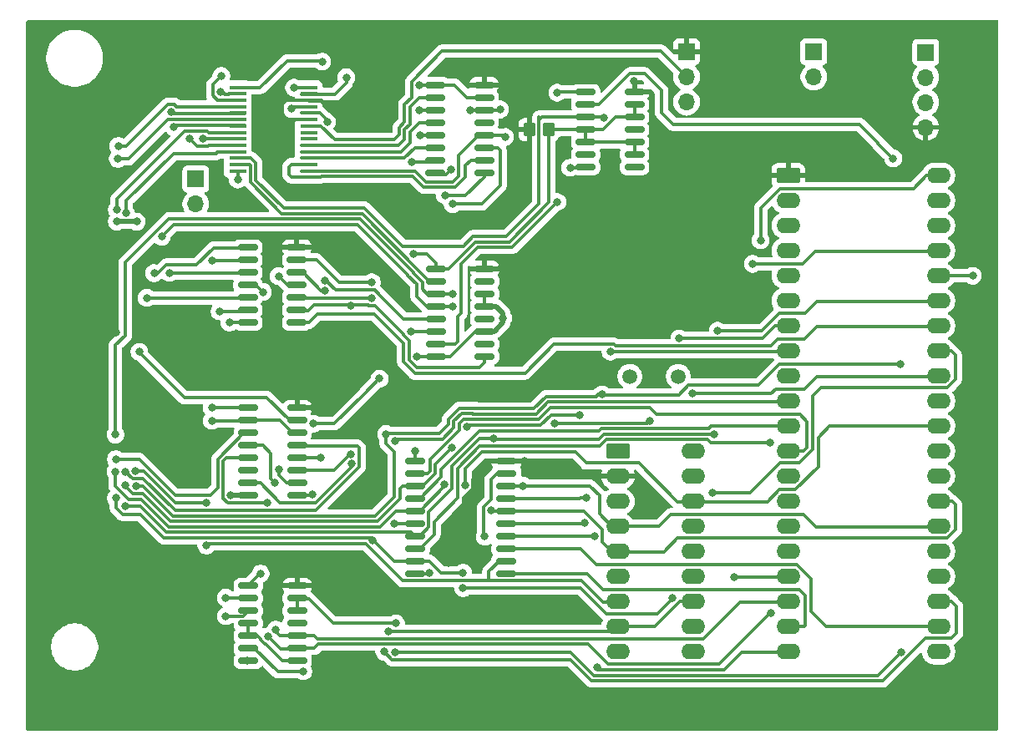
<source format=gbr>
%TF.GenerationSoftware,KiCad,Pcbnew,9.0.0*%
%TF.CreationDate,2025-05-12T21:33:30-05:00*%
%TF.ProjectId,Model I RS232,4d6f6465-6c20-4492-9052-533233322e6b,2.1*%
%TF.SameCoordinates,Original*%
%TF.FileFunction,Copper,L1,Top*%
%TF.FilePolarity,Positive*%
%FSLAX46Y46*%
G04 Gerber Fmt 4.6, Leading zero omitted, Abs format (unit mm)*
G04 Created by KiCad (PCBNEW 9.0.0) date 2025-05-12 21:33:30*
%MOMM*%
%LPD*%
G01*
G04 APERTURE LIST*
G04 Aperture macros list*
%AMRoundRect*
0 Rectangle with rounded corners*
0 $1 Rounding radius*
0 $2 $3 $4 $5 $6 $7 $8 $9 X,Y pos of 4 corners*
0 Add a 4 corners polygon primitive as box body*
4,1,4,$2,$3,$4,$5,$6,$7,$8,$9,$2,$3,0*
0 Add four circle primitives for the rounded corners*
1,1,$1+$1,$2,$3*
1,1,$1+$1,$4,$5*
1,1,$1+$1,$6,$7*
1,1,$1+$1,$8,$9*
0 Add four rect primitives between the rounded corners*
20,1,$1+$1,$2,$3,$4,$5,0*
20,1,$1+$1,$4,$5,$6,$7,0*
20,1,$1+$1,$6,$7,$8,$9,0*
20,1,$1+$1,$8,$9,$2,$3,0*%
G04 Aperture macros list end*
%TA.AperFunction,SMDPad,CuDef*%
%ADD10RoundRect,0.150000X-0.825000X-0.150000X0.825000X-0.150000X0.825000X0.150000X-0.825000X0.150000X0*%
%TD*%
%TA.AperFunction,ComponentPad*%
%ADD11RoundRect,0.250000X-0.950000X-0.550000X0.950000X-0.550000X0.950000X0.550000X-0.950000X0.550000X0*%
%TD*%
%TA.AperFunction,ComponentPad*%
%ADD12O,2.400000X1.600000*%
%TD*%
%TA.AperFunction,SMDPad,CuDef*%
%ADD13RoundRect,0.150000X-0.875000X-0.150000X0.875000X-0.150000X0.875000X0.150000X-0.875000X0.150000X0*%
%TD*%
%TA.AperFunction,SMDPad,CuDef*%
%ADD14R,1.750000X0.450000*%
%TD*%
%TA.AperFunction,SMDPad,CuDef*%
%ADD15RoundRect,0.250000X-0.350000X-0.450000X0.350000X-0.450000X0.350000X0.450000X-0.350000X0.450000X0*%
%TD*%
%TA.AperFunction,ComponentPad*%
%ADD16R,1.700000X1.700000*%
%TD*%
%TA.AperFunction,ComponentPad*%
%ADD17O,1.700000X1.700000*%
%TD*%
%TA.AperFunction,ComponentPad*%
%ADD18C,1.500000*%
%TD*%
%TA.AperFunction,ViaPad*%
%ADD19C,0.800000*%
%TD*%
%TA.AperFunction,Conductor*%
%ADD20C,0.350000*%
%TD*%
%TA.AperFunction,Conductor*%
%ADD21C,0.500000*%
%TD*%
%TA.AperFunction,Conductor*%
%ADD22C,0.450000*%
%TD*%
G04 APERTURE END LIST*
D10*
%TO.P,U10,1*%
%TO.N,Net-(U8-Q2)*%
X132625000Y-81940000D03*
%TO.P,U10,2*%
%TO.N,Net-(U1-TX_SERIAL)*%
X132625000Y-83210000D03*
%TO.P,U10,3*%
%TO.N,TX_TTL*%
X132625000Y-84480000D03*
%TO.P,U10,4*%
%TO.N,/PULLUP*%
X132625000Y-85750000D03*
%TO.P,U10,5*%
X132625000Y-87020000D03*
%TO.P,U10,6*%
%TO.N,unconnected-(U10-Pad6)*%
X132625000Y-88290000D03*
%TO.P,U10,7,GND*%
%TO.N,GND*%
X132625000Y-89560000D03*
%TO.P,U10,8*%
%TO.N,unconnected-(U10-Pad8)*%
X137575000Y-89560000D03*
%TO.P,U10,9*%
%TO.N,/PULLUP*%
X137575000Y-88290000D03*
%TO.P,U10,10*%
X137575000Y-87020000D03*
%TO.P,U10,11*%
%TO.N,unconnected-(U10-Pad11)*%
X137575000Y-85750000D03*
%TO.P,U10,12*%
%TO.N,/PULLUP*%
X137575000Y-84480000D03*
%TO.P,U10,13*%
X137575000Y-83210000D03*
%TO.P,U10,14,VCC*%
%TO.N,VCC*%
X137575000Y-81940000D03*
%TD*%
D11*
%TO.P,U2,1,XTAL/EXT1*%
%TO.N,Net-(U2-XTAL{slash}EXT1)*%
X135900000Y-118350000D03*
D12*
%TO.P,U2,2,VCC*%
%TO.N,VCC*%
X135900000Y-120890000D03*
%TO.P,U2,3,RX_CLK*%
%TO.N,Net-(U1-RXCLK)*%
X135900000Y-123430000D03*
%TO.P,U2,4,RX_DIV_SEL0*%
%TO.N,D0*%
X135900000Y-125970000D03*
%TO.P,U2,5,RX_DIV_SEL1*%
%TO.N,D1*%
X135900000Y-128510000D03*
%TO.P,U2,6,RX_DIV_SEL2*%
%TO.N,D2*%
X135900000Y-131050000D03*
%TO.P,U2,7,RX_DIV_SEL3*%
%TO.N,D3*%
X135900000Y-133590000D03*
%TO.P,U2,8,RX_STROBE*%
%TO.N,Net-(U2-RX_STROBE)*%
X135900000Y-136130000D03*
%TO.P,U2,9,NC*%
%TO.N,unconnected-(U2-NC-Pad9)*%
X135900000Y-138670000D03*
%TO.P,U2,10,NC*%
%TO.N,unconnected-(U2-NC-Pad10)*%
X143520000Y-138670000D03*
%TO.P,U2,11,GND*%
%TO.N,GND*%
X143520000Y-136130000D03*
%TO.P,U2,12,TX_STROBE*%
%TO.N,Net-(U2-RX_STROBE)*%
X143520000Y-133590000D03*
%TO.P,U2,13,TX_DIV_SEL3*%
%TO.N,D7*%
X143520000Y-131050000D03*
%TO.P,U2,14,TX_DIV_SEL2*%
%TO.N,D6*%
X143520000Y-128510000D03*
%TO.P,U2,15,TX_DIV_SEL1*%
%TO.N,D5*%
X143520000Y-125970000D03*
%TO.P,U2,16,TX_DIV_SEL0*%
%TO.N,D4*%
X143520000Y-123430000D03*
%TO.P,U2,17,TX_CLK*%
%TO.N,Net-(U1-TXCLK)*%
X143520000Y-120890000D03*
%TO.P,U2,18,XTAL/EXT2*%
%TO.N,Net-(U2-XTAL{slash}EXT2)*%
X143520000Y-118350000D03*
%TD*%
D10*
%TO.P,U4,1*%
%TO.N,~{IN}*%
X98375000Y-97690000D03*
%TO.P,U4,2*%
%TO.N,Net-(U3-Ea1)*%
X98375000Y-98960000D03*
%TO.P,U4,3*%
%TO.N,~{E8}*%
X98375000Y-100230000D03*
%TO.P,U4,4*%
%TO.N,Net-(U4-Pad4)*%
X98375000Y-101500000D03*
%TO.P,U4,5*%
%TO.N,A2*%
X98375000Y-102770000D03*
%TO.P,U4,6*%
%TO.N,Net-(U4-Pad6)*%
X98375000Y-104040000D03*
%TO.P,U4,7,GND*%
%TO.N,GND*%
X98375000Y-105310000D03*
%TO.P,U4,8*%
%TO.N,Net-(U1-CTRL_REG_LOAD)*%
X103325000Y-105310000D03*
%TO.P,U4,9*%
%TO.N,Net-(U3-Q2b)*%
X103325000Y-104040000D03*
%TO.P,U4,10*%
%TO.N,Net-(U2-RX_STROBE)*%
X103325000Y-102770000D03*
%TO.P,U4,11*%
%TO.N,Net-(U3-Q1b)*%
X103325000Y-101500000D03*
%TO.P,U4,12*%
%TO.N,Net-(U1-RESET)*%
X103325000Y-100230000D03*
%TO.P,U4,13*%
%TO.N,Net-(U3-Q0b)*%
X103325000Y-98960000D03*
%TO.P,U4,14,VCC*%
%TO.N,VCC*%
X103325000Y-97690000D03*
%TD*%
D13*
%TO.P,U6,1,~{OE}*%
%TO.N,Net-(U6A-~{OE})*%
X115300000Y-119320000D03*
%TO.P,U6,2,I0*%
%TO.N,Net-(U1-RXBUF0)*%
X115300000Y-120590000D03*
%TO.P,U6,3,O3*%
%TO.N,D4*%
X115300000Y-121860000D03*
%TO.P,U6,4,I1*%
%TO.N,Net-(U1-RXBUF1)*%
X115300000Y-123130000D03*
%TO.P,U6,5,O2*%
%TO.N,D5*%
X115300000Y-124400000D03*
%TO.P,U6,6,I2*%
%TO.N,Net-(U1-RXBUF2)*%
X115300000Y-125670000D03*
%TO.P,U6,7,O1*%
%TO.N,D6*%
X115300000Y-126940000D03*
%TO.P,U6,8,I3*%
%TO.N,Net-(U1-PARERR)*%
X115300000Y-128210000D03*
%TO.P,U6,9,O0*%
%TO.N,D7*%
X115300000Y-129480000D03*
%TO.P,U6,10,GND*%
%TO.N,GND*%
X115300000Y-130750000D03*
%TO.P,U6,11,I0*%
%TO.N,Net-(U1-DATA_RCVD)*%
X124600000Y-130750000D03*
%TO.P,U6,12,O3*%
%TO.N,D3*%
X124600000Y-129480000D03*
%TO.P,U6,13,I1*%
%TO.N,Net-(U1-RXBUF6)*%
X124600000Y-128210000D03*
%TO.P,U6,14,O2*%
%TO.N,D2*%
X124600000Y-126940000D03*
%TO.P,U6,15,I2*%
%TO.N,Net-(U1-OVERRUN)*%
X124600000Y-125670000D03*
%TO.P,U6,16,O1*%
%TO.N,D1*%
X124600000Y-124400000D03*
%TO.P,U6,17,I3*%
%TO.N,Net-(U1-FRAMERR)*%
X124600000Y-123130000D03*
%TO.P,U6,18,O0*%
%TO.N,D0*%
X124600000Y-121860000D03*
%TO.P,U6,19,~{OE}*%
%TO.N,Net-(U6A-~{OE})*%
X124600000Y-120590000D03*
%TO.P,U6,20,VCC*%
%TO.N,VCC*%
X124600000Y-119320000D03*
%TD*%
D14*
%TO.P,U9,1,C2+*%
%TO.N,Net-(U9-C2+)*%
X97350000Y-81475000D03*
%TO.P,U9,2,C2-*%
%TO.N,Net-(U9-C2-)*%
X97350000Y-82125000D03*
%TO.P,U9,3,V-*%
%TO.N,Net-(U9-V-)*%
X97350000Y-82775000D03*
%TO.P,U9,4,R1IN*%
%TO.N,CTS*%
X97350000Y-83425000D03*
%TO.P,U9,5,R2IN*%
%TO.N,DSR*%
X97350000Y-84075000D03*
%TO.P,U9,6,R3IN*%
%TO.N,CD*%
X97350000Y-84725000D03*
%TO.P,U9,7,R4IN*%
%TO.N,RI*%
X97350000Y-85375000D03*
%TO.P,U9,8,R5IN*%
%TO.N,RXD*%
X97350000Y-86025000D03*
%TO.P,U9,9,T1OUT*%
%TO.N,DTR*%
X97350000Y-86675000D03*
%TO.P,U9,10,T2OUT*%
%TO.N,RTS*%
X97350000Y-87325000D03*
%TO.P,U9,11,T3OUT*%
%TO.N,TXD*%
X97350000Y-87975000D03*
%TO.P,U9,12,T3IN*%
%TO.N,TX_TTL*%
X97350000Y-88625000D03*
%TO.P,U9,13,T2IN*%
%TO.N,Net-(U8-Q0)*%
X97350000Y-89275000D03*
%TO.P,U9,14,T1IN*%
%TO.N,Net-(U8-Q1)*%
X97350000Y-89925000D03*
%TO.P,U9,15,R5OUT*%
%TO.N,RX_TTL*%
X104550000Y-89925000D03*
%TO.P,U9,16,R4OUT*%
%TO.N,Net-(U7-I4)*%
X104550000Y-89275000D03*
%TO.P,U9,17,R3OUT*%
%TO.N,Net-(U7-I3)*%
X104550000Y-88625000D03*
%TO.P,U9,18,R2OUT*%
%TO.N,Net-(U7-I2)*%
X104550000Y-87975000D03*
%TO.P,U9,19,R1OUT*%
%TO.N,Net-(U7-I1)*%
X104550000Y-87325000D03*
%TO.P,U9,20,\u002AR2OUT*%
%TO.N,unconnected-(U9-\u002AR2OUT-Pad20)*%
X104550000Y-86675000D03*
%TO.P,U9,21,\u002ASTATUS*%
%TO.N,unconnected-(U9-\u002ASTATUS-Pad21)*%
X104550000Y-86025000D03*
%TO.P,U9,22,\u002ASHUTDOWN*%
%TO.N,~{SHUTDOWN}*%
X104550000Y-85375000D03*
%TO.P,U9,23,\u002AONLINE*%
%TO.N,VCC*%
X104550000Y-84725000D03*
%TO.P,U9,24,C1-*%
%TO.N,Net-(U9-C1-)*%
X104550000Y-84075000D03*
%TO.P,U9,25,GND*%
%TO.N,GND*%
X104550000Y-83425000D03*
%TO.P,U9,26,VCC*%
%TO.N,VCC*%
X104550000Y-82775000D03*
%TO.P,U9,27,V+*%
%TO.N,Net-(U9-V+)*%
X104550000Y-82125000D03*
%TO.P,U9,28,C1+*%
%TO.N,Net-(U9-C1+)*%
X104550000Y-81475000D03*
%TD*%
D15*
%TO.P,R1,1*%
%TO.N,VCC*%
X126900000Y-85750000D03*
%TO.P,R1,2*%
%TO.N,/PULLUP*%
X128900000Y-85750000D03*
%TD*%
D10*
%TO.P,U8,1,~{Mr}*%
%TO.N,/PULLUP*%
X117425000Y-99855000D03*
%TO.P,U8,2,Q0*%
%TO.N,Net-(U8-Q0)*%
X117425000Y-101125000D03*
%TO.P,U8,3,D0*%
%TO.N,D0*%
X117425000Y-102395000D03*
%TO.P,U8,4,D1*%
%TO.N,D1*%
X117425000Y-103665000D03*
%TO.P,U8,5,Q1*%
%TO.N,Net-(U8-Q1)*%
X117425000Y-104935000D03*
%TO.P,U8,6,D2*%
%TO.N,D2*%
X117425000Y-106205000D03*
%TO.P,U8,7,Q2*%
%TO.N,Net-(U8-Q2)*%
X117425000Y-107475000D03*
%TO.P,U8,8,GND*%
%TO.N,GND*%
X117425000Y-108745000D03*
%TO.P,U8,9,Cp*%
%TO.N,Net-(U3-Q2b)*%
X122375000Y-108745000D03*
%TO.P,U8,10,Q3*%
%TO.N,unconnected-(U8-Q3-Pad10)*%
X122375000Y-107475000D03*
%TO.P,U8,11,D3*%
%TO.N,GND*%
X122375000Y-106205000D03*
%TO.P,U8,12,Q4*%
%TO.N,unconnected-(U8-Q4-Pad12)*%
X122375000Y-104935000D03*
%TO.P,U8,13,D4*%
%TO.N,GND*%
X122375000Y-103665000D03*
%TO.P,U8,14,D5*%
X122375000Y-102395000D03*
%TO.P,U8,15,Q5*%
%TO.N,unconnected-(U8-Q5-Pad15)*%
X122375000Y-101125000D03*
%TO.P,U8,16,VCC*%
%TO.N,VCC*%
X122375000Y-99855000D03*
%TD*%
%TO.P,U7,1,OEa*%
%TO.N,Net-(U3-Q0a)*%
X117375000Y-81205000D03*
%TO.P,U7,2,I1*%
%TO.N,Net-(U7-I1)*%
X117375000Y-82475000D03*
%TO.P,U7,3,O1a*%
%TO.N,D7*%
X117375000Y-83745000D03*
%TO.P,U7,4,I2*%
%TO.N,Net-(U7-I2)*%
X117375000Y-85015000D03*
%TO.P,U7,5,O2a*%
%TO.N,D6*%
X117375000Y-86285000D03*
%TO.P,U7,6,I3*%
%TO.N,Net-(U7-I3)*%
X117375000Y-87555000D03*
%TO.P,U7,7,O3a*%
%TO.N,D5*%
X117375000Y-88825000D03*
%TO.P,U7,8,GND*%
%TO.N,GND*%
X117375000Y-90095000D03*
%TO.P,U7,9,O4a*%
%TO.N,D4*%
X122325000Y-90095000D03*
%TO.P,U7,10,I4*%
%TO.N,Net-(U7-I4)*%
X122325000Y-88825000D03*
%TO.P,U7,11,O5b*%
%TO.N,D0*%
X122325000Y-87555000D03*
%TO.P,U7,12,I5*%
%TO.N,RX_TTL*%
X122325000Y-86285000D03*
%TO.P,U7,13,O6b*%
%TO.N,unconnected-(U7-O6b-Pad13)*%
X122325000Y-85015000D03*
%TO.P,U7,14,I6*%
%TO.N,GND*%
X122325000Y-83745000D03*
%TO.P,U7,15,OEb*%
%TO.N,Net-(U3-Q0a)*%
X122325000Y-82475000D03*
%TO.P,U7,16,VCC*%
%TO.N,VCC*%
X122325000Y-81205000D03*
%TD*%
D16*
%TO.P,J2,1,Pin_1*%
%TO.N,VCC*%
X142850000Y-77850000D03*
D17*
%TO.P,J2,2,Pin_2*%
%TO.N,~{SHUTDOWN}*%
X142850000Y-80390000D03*
%TO.P,J2,3,Pin_3*%
%TO.N,GND*%
X142850000Y-82930000D03*
%TD*%
D11*
%TO.P,U1,1,VCC*%
%TO.N,VCC*%
X153150000Y-90400000D03*
D12*
%TO.P,U1,2,NC*%
%TO.N,unconnected-(U1-NC-Pad2)*%
X153150000Y-92940000D03*
%TO.P,U1,3,GND*%
%TO.N,GND*%
X153150000Y-95480000D03*
%TO.P,U1,4,RXBUFDIS*%
%TO.N,Net-(U1-RXBUFDIS)*%
X153150000Y-98020000D03*
%TO.P,U1,5,RXBUF7*%
%TO.N,Net-(U1-DATA_RCVD)*%
X153150000Y-100560000D03*
%TO.P,U1,6,RXBUF6*%
%TO.N,Net-(U1-RXBUF6)*%
X153150000Y-103100000D03*
%TO.P,U1,7,RXBUF5*%
%TO.N,Net-(U1-OVERRUN)*%
X153150000Y-105640000D03*
%TO.P,U1,8,RXBUF4*%
%TO.N,Net-(U1-FRAMERR)*%
X153150000Y-108180000D03*
%TO.P,U1,9,RXBUF3*%
%TO.N,Net-(U1-PARERR)*%
X153150000Y-110720000D03*
%TO.P,U1,10,RXBUF2*%
%TO.N,Net-(U1-RXBUF2)*%
X153150000Y-113260000D03*
%TO.P,U1,11,RXBUF1*%
%TO.N,Net-(U1-RXBUF1)*%
X153150000Y-115800000D03*
%TO.P,U1,12,RXBUF0*%
%TO.N,Net-(U1-RXBUF0)*%
X153150000Y-118340000D03*
%TO.P,U1,13,PARERR*%
%TO.N,Net-(U1-PARERR)*%
X153150000Y-120880000D03*
%TO.P,U1,14,FRAMERR*%
%TO.N,Net-(U1-FRAMERR)*%
X153150000Y-123420000D03*
%TO.P,U1,15,OVERRUN*%
%TO.N,Net-(U1-OVERRUN)*%
X153150000Y-125960000D03*
%TO.P,U1,16,STATUS_DISABLE*%
%TO.N,Net-(U1-STATUS_DISABLE)*%
X153150000Y-128500000D03*
%TO.P,U1,17,RXCLK*%
%TO.N,Net-(U1-RXCLK)*%
X153150000Y-131040000D03*
%TO.P,U1,18,~{RXBUF_CLEAR}*%
%TO.N,Net-(U1-RXBUFDIS)*%
X153150000Y-133580000D03*
%TO.P,U1,19,DATA_RCVD*%
%TO.N,Net-(U1-DATA_RCVD)*%
X153150000Y-136120000D03*
%TO.P,U1,20,RX_SERIAL*%
%TO.N,RX_TTL*%
X153150000Y-138660000D03*
%TO.P,U1,21,RESET*%
%TO.N,Net-(U1-RESET)*%
X168390000Y-138660000D03*
%TO.P,U1,22,TXBUF_EMPTY*%
%TO.N,Net-(U1-RXBUF6)*%
X168390000Y-136120000D03*
%TO.P,U1,23,~{TXLOAD}*%
%TO.N,Net-(U1-~{TXLOAD})*%
X168390000Y-133580000D03*
%TO.P,U1,24,TXREG_EMPTY*%
%TO.N,unconnected-(U1-TXREG_EMPTY-Pad24)*%
X168390000Y-131040000D03*
%TO.P,U1,25,TX_SERIAL*%
%TO.N,Net-(U1-TX_SERIAL)*%
X168390000Y-128500000D03*
%TO.P,U1,26,TXBUF0*%
%TO.N,D0*%
X168390000Y-125960000D03*
%TO.P,U1,27,TXBUF1*%
%TO.N,D1*%
X168390000Y-123420000D03*
%TO.P,U1,28,TXBUF2*%
%TO.N,D2*%
X168390000Y-120880000D03*
%TO.P,U1,29,TXBUF3*%
%TO.N,D3*%
X168390000Y-118340000D03*
%TO.P,U1,30,TXBUF4*%
%TO.N,D4*%
X168390000Y-115800000D03*
%TO.P,U1,31,TXBUF5*%
%TO.N,D5*%
X168390000Y-113260000D03*
%TO.P,U1,32,TXBUF6*%
%TO.N,D6*%
X168390000Y-110720000D03*
%TO.P,U1,33,TXBUF7*%
%TO.N,D7*%
X168390000Y-108180000D03*
%TO.P,U1,34,CTRL_REG_LOAD*%
%TO.N,Net-(U1-CTRL_REG_LOAD)*%
X168390000Y-105640000D03*
%TO.P,U1,35,PARITY_INHIBIT*%
%TO.N,D3*%
X168390000Y-103100000D03*
%TO.P,U1,36,STOPBIT_SEL*%
%TO.N,D4*%
X168390000Y-100560000D03*
%TO.P,U1,37,WORDLEN1*%
%TO.N,D5*%
X168390000Y-98020000D03*
%TO.P,U1,38,WORDLEN0*%
%TO.N,D6*%
X168390000Y-95480000D03*
%TO.P,U1,39,PARITY_EVEN*%
%TO.N,D7*%
X168390000Y-92940000D03*
%TO.P,U1,40,TXCLK*%
%TO.N,Net-(U1-TXCLK)*%
X168390000Y-90400000D03*
%TD*%
D10*
%TO.P,U3,1,Ea1*%
%TO.N,Net-(U3-Ea1)*%
X98425000Y-113960000D03*
%TO.P,U3,2,Ea2*%
%TO.N,Net-(U3-Ea2)*%
X98425000Y-115230000D03*
%TO.P,U3,3,A1*%
%TO.N,A1*%
X98425000Y-116500000D03*
%TO.P,U3,4,Q3a*%
%TO.N,Net-(U1-RXBUFDIS)*%
X98425000Y-117770000D03*
%TO.P,U3,5,Q2a*%
%TO.N,Net-(U1-STATUS_DISABLE)*%
X98425000Y-119040000D03*
%TO.P,U3,6,Q1a*%
%TO.N,unconnected-(U3-Q1a-Pad6)*%
X98425000Y-120310000D03*
%TO.P,U3,7,Q0a*%
%TO.N,Net-(U3-Q0a)*%
X98425000Y-121580000D03*
%TO.P,U3,8,GND*%
%TO.N,GND*%
X98425000Y-122850000D03*
%TO.P,U3,9,Q0b*%
%TO.N,Net-(U3-Q0b)*%
X103375000Y-122850000D03*
%TO.P,U3,10,Q1b*%
%TO.N,Net-(U3-Q1b)*%
X103375000Y-121580000D03*
%TO.P,U3,11,Q2b*%
%TO.N,Net-(U3-Q2b)*%
X103375000Y-120310000D03*
%TO.P,U3,12,Q3b*%
%TO.N,Net-(U1-~{TXLOAD})*%
X103375000Y-119040000D03*
%TO.P,U3,13,A0*%
%TO.N,A0*%
X103375000Y-117770000D03*
%TO.P,U3,14,Eb1*%
%TO.N,Net-(U3-Ea2)*%
X103375000Y-116500000D03*
%TO.P,U3,15,Eb2*%
%TO.N,~{OUT}*%
X103375000Y-115230000D03*
%TO.P,U3,16,VCC*%
%TO.N,VCC*%
X103375000Y-113960000D03*
%TD*%
D16*
%TO.P,J3,1,Pin_1*%
%TO.N,GND*%
X167100000Y-77900000D03*
D17*
%TO.P,J3,2,Pin_2*%
X167100000Y-80440000D03*
%TO.P,J3,3,Pin_3*%
%TO.N,unconnected-(J3-Pin_3-Pad3)*%
X167100000Y-82980000D03*
%TO.P,J3,4,Pin_4*%
%TO.N,VCC*%
X167100000Y-85520000D03*
%TD*%
D16*
%TO.P,J4,1,Pin_1*%
%TO.N,TX_TTL*%
X155750000Y-77850000D03*
D17*
%TO.P,J4,2,Pin_2*%
%TO.N,RX_TTL*%
X155750000Y-80390000D03*
%TD*%
D18*
%TO.P,Y1,1,1*%
%TO.N,Net-(U2-XTAL{slash}EXT2)*%
X142000000Y-110750000D03*
%TO.P,Y1,2,2*%
%TO.N,Net-(U2-XTAL{slash}EXT1)*%
X137100000Y-110750000D03*
%TD*%
D10*
%TO.P,U5,1*%
%TO.N,Net-(U4-Pad4)*%
X98425000Y-131990000D03*
%TO.P,U5,2*%
%TO.N,Net-(U4-Pad6)*%
X98425000Y-133260000D03*
%TO.P,U5,3*%
%TO.N,Net-(U3-Ea2)*%
X98425000Y-134530000D03*
%TO.P,U5,4*%
%TO.N,Net-(U5-Pad4)*%
X98425000Y-135800000D03*
%TO.P,U5,5*%
X98425000Y-137070000D03*
%TO.P,U5,6*%
%TO.N,Net-(U6A-~{OE})*%
X98425000Y-138340000D03*
%TO.P,U5,7,GND*%
%TO.N,GND*%
X98425000Y-139610000D03*
%TO.P,U5,8*%
%TO.N,Net-(U5-Pad4)*%
X103375000Y-139610000D03*
%TO.P,U5,9*%
%TO.N,Net-(U1-STATUS_DISABLE)*%
X103375000Y-138340000D03*
%TO.P,U5,10*%
%TO.N,Net-(U1-RXBUFDIS)*%
X103375000Y-137070000D03*
%TO.P,U5,11*%
%TO.N,unconnected-(U5-Pad11)*%
X103375000Y-135800000D03*
%TO.P,U5,12*%
%TO.N,/PULLUP*%
X103375000Y-134530000D03*
%TO.P,U5,13*%
X103375000Y-133260000D03*
%TO.P,U5,14,VCC*%
%TO.N,VCC*%
X103375000Y-131990000D03*
%TD*%
D16*
%TO.P,J5,1,Pin_1*%
%TO.N,RXD*%
X93100000Y-90750000D03*
D17*
%TO.P,J5,2,Pin_2*%
%TO.N,TXD*%
X93100000Y-93290000D03*
%TD*%
D19*
%TO.N,GND*%
X139100000Y-115274900D03*
X129450000Y-115525000D03*
X116800000Y-130663800D03*
X87100000Y-95070000D03*
X115500000Y-108750000D03*
X123950000Y-83700000D03*
X131050000Y-89600000D03*
X98350000Y-139550000D03*
X85100000Y-95070000D03*
X118950000Y-89790100D03*
X124250000Y-104850000D03*
X102800000Y-83650000D03*
X120950000Y-83800000D03*
X96650000Y-122817000D03*
X96500000Y-105300000D03*
%TO.N,VCC*%
X137550000Y-80850000D03*
X104950000Y-130800000D03*
X85000000Y-106300000D03*
X126450000Y-113000000D03*
X77350000Y-131900000D03*
X153200000Y-88300000D03*
X118750000Y-129650000D03*
X107800000Y-85200000D03*
X90650000Y-136750000D03*
X95050000Y-93650000D03*
X128100000Y-133300000D03*
X84800000Y-131900000D03*
X95050000Y-96550000D03*
X106000000Y-96550000D03*
X77350000Y-130600000D03*
X122450000Y-79950000D03*
X126448650Y-119320000D03*
X84800000Y-130600000D03*
X124050000Y-98800000D03*
X105000000Y-113900000D03*
X118750000Y-132650000D03*
X87150000Y-106300000D03*
%TO.N,Net-(U9-C2-)*%
X95600000Y-81950000D03*
%TO.N,Net-(U9-C2+)*%
X105900000Y-78850000D03*
%TO.N,Net-(U9-C1-)*%
X106425000Y-84925000D03*
%TO.N,Net-(U9-C1+)*%
X103050000Y-81500000D03*
%TO.N,Net-(U9-V-)*%
X95700000Y-80300000D03*
%TO.N,Net-(U9-V+)*%
X108350000Y-80450000D03*
%TO.N,/PULLUP*%
X113374450Y-135798600D03*
X115177240Y-98372760D03*
%TO.N,D7*%
X120200000Y-132226100D03*
X111045815Y-127349799D03*
X145450000Y-122600000D03*
X120200000Y-130663800D03*
X115750000Y-83750000D03*
X85000000Y-123100000D03*
X141368812Y-133243564D03*
%TO.N,D6*%
X145651700Y-116600900D03*
X115800000Y-86285000D03*
X143411008Y-112485008D03*
X123300000Y-117074000D03*
X85981168Y-123945064D03*
%TO.N,Net-(U1-TXCLK)*%
X150350000Y-96950000D03*
%TO.N,Net-(U1-STATUS_DISABLE)*%
X100450000Y-137100000D03*
X100325000Y-123593700D03*
X151400000Y-134750000D03*
%TO.N,D3*%
X94174000Y-123593700D03*
X94174000Y-127900800D03*
X146003109Y-106136625D03*
X86998010Y-120351990D03*
%TO.N,Net-(U1-RXBUFDIS)*%
X101225000Y-136421718D03*
X101100000Y-121500000D03*
%TO.N,Net-(U1-OVERRUN)*%
X132525000Y-125625000D03*
X142100000Y-106911624D03*
%TO.N,Net-(U1-RXCLK)*%
X147650000Y-131104100D03*
%TO.N,Net-(U1-FRAMERR)*%
X135137624Y-108237624D03*
X132675000Y-123100000D03*
%TO.N,Net-(U1-PARERR)*%
X151350000Y-117500000D03*
%TO.N,D5*%
X118289525Y-121739525D03*
X84950000Y-120400000D03*
X132051000Y-114723900D03*
X149573000Y-99350000D03*
X120583658Y-115850000D03*
X115025000Y-89050000D03*
%TO.N,Net-(U1-~{TXLOAD})*%
X105800000Y-119029400D03*
X112200000Y-138674600D03*
%TO.N,RX_TTL*%
X124450000Y-86500000D03*
X133750000Y-140283600D03*
%TO.N,D4*%
X171850000Y-100560000D03*
X118350000Y-92402700D03*
X120426000Y-121772015D03*
X85950000Y-121800000D03*
X119088269Y-117988393D03*
%TO.N,D1*%
X89650000Y-96600000D03*
X119125000Y-103665000D03*
X123051500Y-124348500D03*
%TO.N,D2*%
X87031025Y-121902990D03*
X134275000Y-112595946D03*
X114900000Y-106200000D03*
X112400000Y-116600000D03*
X164550000Y-109500000D03*
X133549000Y-127000000D03*
%TO.N,D0*%
X84950000Y-116660000D03*
X119175000Y-102395000D03*
X119125000Y-93300000D03*
X126250000Y-121850000D03*
%TO.N,Net-(U1-RXBUF2)*%
X113250000Y-125650000D03*
X113261936Y-117325000D03*
%TO.N,Net-(U1-RESET)*%
X106200000Y-102035000D03*
X164568122Y-138718121D03*
X113310708Y-138689292D03*
%TO.N,Net-(U1-TX_SERIAL)*%
X163800000Y-88650000D03*
%TO.N,Net-(U2-RX_STROBE)*%
X110952000Y-102810000D03*
X112600000Y-136573600D03*
%TO.N,A0*%
X85950003Y-120400000D03*
%TO.N,Net-(U3-Ea1)*%
X94750000Y-99050000D03*
X94725000Y-113960000D03*
%TO.N,Net-(U3-Ea2)*%
X94725000Y-115250000D03*
X96150000Y-135057300D03*
%TO.N,Net-(U3-Q0a)*%
X108860423Y-119635423D03*
X115750000Y-81200000D03*
%TO.N,Net-(U3-Q2b)*%
X108850000Y-103585000D03*
X108849549Y-118635479D03*
%TO.N,A1*%
X85000000Y-119150000D03*
%TO.N,Net-(U3-Q1b)*%
X101550000Y-120200000D03*
X101500000Y-100600000D03*
%TO.N,~{OUT}*%
X87375000Y-108265000D03*
%TO.N,Net-(U3-Q0b)*%
X104950000Y-122765200D03*
X110951000Y-101225000D03*
X105000000Y-115550000D03*
X111725000Y-111000000D03*
%TO.N,A2*%
X88125000Y-102800000D03*
%TO.N,Net-(U4-Pad6)*%
X96150000Y-133200000D03*
X95500000Y-104158600D03*
%TO.N,Net-(U4-Pad4)*%
X99900000Y-102200000D03*
X99675000Y-130750000D03*
%TO.N,Net-(U6A-~{OE})*%
X104000000Y-140662100D03*
X122400000Y-127000000D03*
X115300000Y-118300000D03*
%TO.N,Net-(U8-Q2)*%
X129750000Y-93100000D03*
X129750000Y-82000000D03*
%TO.N,Net-(U8-Q1)*%
X106200000Y-101034997D03*
X97350000Y-90800000D03*
%TO.N,RI*%
X90900000Y-85505000D03*
%TO.N,CD*%
X85200000Y-88701700D03*
%TO.N,RTS*%
X92434354Y-86655800D03*
%TO.N,CTS*%
X85250000Y-87400000D03*
%TO.N,DTR*%
X93800000Y-86656800D03*
%TO.N,DSR*%
X90609930Y-83955000D03*
%TO.N,TXD*%
X86029033Y-94220000D03*
%TO.N,TX_TTL*%
X134450000Y-84550000D03*
%TO.N,RXD*%
X85100000Y-93850000D03*
%TO.N,~{IN}*%
X88875000Y-100300000D03*
%TO.N,~{E8}*%
X90425000Y-100250000D03*
%TD*%
D20*
%TO.N,GND*%
X117420000Y-108750000D02*
X115500000Y-108750000D01*
X123675000Y-83745000D02*
X122325000Y-83745000D01*
D21*
X98425000Y-122850000D02*
X96683000Y-122850000D01*
D20*
X118894232Y-108745000D02*
X121434232Y-106205000D01*
X118445100Y-90295000D02*
X117575000Y-90295000D01*
X118950000Y-89790100D02*
X118445100Y-90295000D01*
X123950000Y-83700000D02*
X123720000Y-83700000D01*
D21*
X87100000Y-95070000D02*
X85100000Y-95070000D01*
X123349999Y-106205000D02*
X122375000Y-106205000D01*
X124250000Y-104850000D02*
X124250000Y-105304999D01*
D20*
X117575000Y-90295000D02*
X117375000Y-90095000D01*
X116800000Y-130663800D02*
X116713800Y-130750000D01*
X103787500Y-83450000D02*
X103812500Y-83425000D01*
X102800000Y-83650000D02*
X102800000Y-83500000D01*
X120950000Y-83800000D02*
X122270000Y-83800000D01*
X138876000Y-115498900D02*
X129476100Y-115498900D01*
X102850000Y-83450000D02*
X103787500Y-83450000D01*
X96510000Y-105310000D02*
X98375000Y-105310000D01*
X129476100Y-115498900D02*
X129450000Y-115525000D01*
X122375000Y-102395000D02*
X122375000Y-103665000D01*
D21*
X123565000Y-103665000D02*
X123065000Y-103665000D01*
X124250000Y-104850000D02*
X124250000Y-104350000D01*
X96683000Y-122850000D02*
X96650000Y-122817000D01*
X124250000Y-104350000D02*
X123565000Y-103665000D01*
D20*
X129450000Y-115525000D02*
X129656800Y-115525000D01*
X96500000Y-105300000D02*
X96510000Y-105310000D01*
X123720000Y-83700000D02*
X123675000Y-83745000D01*
D21*
X124250000Y-105304999D02*
X123349999Y-106205000D01*
D20*
X123263300Y-103665000D02*
X122375000Y-103665000D01*
X102800000Y-83500000D02*
X102850000Y-83450000D01*
X132350000Y-89600000D02*
X132400000Y-89550000D01*
X139100000Y-115274900D02*
X138876000Y-115498900D01*
X121434232Y-106205000D02*
X122375000Y-106205000D01*
X116713800Y-130750000D02*
X115300000Y-130750000D01*
X117425000Y-108745000D02*
X118894232Y-108745000D01*
X131050000Y-89600000D02*
X132350000Y-89600000D01*
%TO.N,VCC*%
X103812500Y-84725000D02*
X102275000Y-84725000D01*
X120202000Y-123093445D02*
X120202000Y-128198000D01*
X153200000Y-88300000D02*
X153200000Y-90350000D01*
X124050000Y-99450000D02*
X123645000Y-99855000D01*
D21*
X86050000Y-130600000D02*
X86050000Y-131900000D01*
D20*
X128018650Y-120890000D02*
X126448650Y-119320000D01*
X135900000Y-120890000D02*
X128018650Y-120890000D01*
D21*
X87150000Y-105600000D02*
X87150000Y-106300000D01*
D20*
X101850000Y-84300000D02*
X101850000Y-83150000D01*
D21*
X103375000Y-113960000D02*
X103375000Y-112425000D01*
D20*
X122325000Y-80225000D02*
X122325000Y-81205000D01*
X122450000Y-80100000D02*
X122325000Y-80225000D01*
D21*
X77350000Y-131900000D02*
X76550000Y-131900000D01*
D20*
X126450000Y-112528900D02*
X126450000Y-113000000D01*
X121202000Y-122093445D02*
X120202000Y-123093445D01*
X123645000Y-99855000D02*
X122375000Y-99855000D01*
D21*
X86050000Y-131900000D02*
X84800000Y-131900000D01*
D20*
X122450000Y-79950000D02*
X122450000Y-80100000D01*
X126448650Y-119320000D02*
X124600000Y-119320000D01*
D21*
X100150000Y-96500000D02*
X101340000Y-97690000D01*
X108250000Y-84400000D02*
X108500000Y-84400000D01*
X84800000Y-130600000D02*
X86050000Y-130600000D01*
D20*
X85000000Y-105200000D02*
X85000000Y-106300000D01*
X121202000Y-121198000D02*
X121202000Y-122093445D01*
D21*
X95050000Y-96550000D02*
X100100000Y-96550000D01*
D20*
X120202000Y-128198000D02*
X118750000Y-129650000D01*
D22*
X104550000Y-82775000D02*
X105725000Y-82775000D01*
D21*
X95050000Y-93650000D02*
X94950000Y-93550000D01*
D22*
X105725000Y-82775000D02*
X107800000Y-84850000D01*
D21*
X103375000Y-112425000D02*
X103400000Y-112400000D01*
D20*
X102275000Y-84725000D02*
X101850000Y-84300000D01*
X123080000Y-119320000D02*
X121202000Y-121198000D01*
X124050000Y-98800000D02*
X124050000Y-99450000D01*
D21*
X76500000Y-130600000D02*
X77350000Y-130600000D01*
D20*
X102225000Y-82775000D02*
X103812500Y-82775000D01*
X124600000Y-119320000D02*
X123080000Y-119320000D01*
D21*
X101340000Y-97690000D02*
X103325000Y-97690000D01*
X76500000Y-131150000D02*
X76500000Y-130600000D01*
X76550000Y-131900000D02*
X76500000Y-131150000D01*
X107800000Y-84850000D02*
X108250000Y-84400000D01*
D20*
X101850000Y-83150000D02*
X102225000Y-82775000D01*
D21*
X100100000Y-96550000D02*
X100150000Y-96500000D01*
X107800000Y-85200000D02*
X107800000Y-84850000D01*
D20*
%TO.N,Net-(U9-C2-)*%
X96450000Y-82150000D02*
X96475000Y-82125000D01*
X95600000Y-81950000D02*
X95850000Y-81950000D01*
X95850000Y-81950000D02*
X96050000Y-82150000D01*
X96050000Y-82150000D02*
X96450000Y-82150000D01*
%TO.N,Net-(U9-C2+)*%
X105800000Y-78750000D02*
X102350000Y-78750000D01*
X102350000Y-78750000D02*
X99625000Y-81475000D01*
X99625000Y-81475000D02*
X98087500Y-81475000D01*
X105900000Y-78850000D02*
X105800000Y-78750000D01*
%TO.N,Net-(U9-C1-)*%
X106425000Y-84789702D02*
X105710298Y-84075000D01*
X105710298Y-84075000D02*
X103812500Y-84075000D01*
X106425000Y-84925000D02*
X106425000Y-84789702D01*
%TO.N,Net-(U9-C1+)*%
X103050000Y-81500000D02*
X103787500Y-81500000D01*
X103787500Y-81500000D02*
X103812500Y-81475000D01*
%TO.N,Net-(U9-V-)*%
X95700000Y-80300000D02*
X94824000Y-81176000D01*
X95300970Y-82748400D02*
X98060900Y-82748400D01*
X94824000Y-82271430D02*
X95300970Y-82748400D01*
X94824000Y-81176000D02*
X94824000Y-82271430D01*
%TO.N,Net-(U9-V+)*%
X108350000Y-80450000D02*
X108350000Y-81000000D01*
X107220000Y-82130000D02*
X103817500Y-82130000D01*
X108350000Y-81000000D02*
X107220000Y-82130000D01*
%TO.N,/PULLUP*%
X121400000Y-97150000D02*
X118695000Y-99855000D01*
X104550000Y-133300000D02*
X103415000Y-133300000D01*
X116542760Y-98372760D02*
X117425000Y-99255000D01*
X107000000Y-135750000D02*
X104550000Y-133300000D01*
X124875000Y-97150000D02*
X121400000Y-97150000D01*
X103375000Y-134530000D02*
X103375000Y-133260000D01*
X115177240Y-98372760D02*
X116542760Y-98372760D01*
X132625000Y-85750000D02*
X134400000Y-85750000D01*
X135670000Y-84480000D02*
X137575000Y-84480000D01*
X132625000Y-85750000D02*
X132625000Y-87020000D01*
X134400000Y-85750000D02*
X135670000Y-84480000D01*
X117425000Y-99255000D02*
X117425000Y-99855000D01*
X113325850Y-135750000D02*
X107000000Y-135750000D01*
X128900000Y-85750000D02*
X128900000Y-93125000D01*
X128900000Y-85750000D02*
X132625000Y-85750000D01*
X137575000Y-84480000D02*
X137575000Y-83210000D01*
X137575000Y-87020000D02*
X137575000Y-88290000D01*
X113374450Y-135798600D02*
X113325850Y-135750000D01*
X128900000Y-93125000D02*
X124875000Y-97150000D01*
X137575000Y-87020000D02*
X132625000Y-87020000D01*
X118695000Y-99855000D02*
X117425000Y-99855000D01*
%TO.N,Net-(U1-RXBUF0)*%
X120980088Y-115149000D02*
X120905088Y-115074000D01*
X116850000Y-120350000D02*
X116610000Y-120590000D01*
X139094430Y-113947900D02*
X131729570Y-113947900D01*
X116610000Y-120590000D02*
X115300000Y-120590000D01*
X154324000Y-114624000D02*
X139770530Y-114624000D01*
X131727470Y-113950000D02*
X129034938Y-113950000D01*
X119800000Y-115536228D02*
X119800000Y-116179232D01*
X127835938Y-115149000D02*
X120980088Y-115149000D01*
X155050000Y-115350000D02*
X154324000Y-114624000D01*
X153150000Y-118340000D02*
X154668082Y-118340000D01*
X155050000Y-117958082D02*
X155050000Y-115350000D01*
X154668082Y-118340000D02*
X155050000Y-117958082D01*
X120905088Y-115074000D02*
X120262228Y-115074000D01*
X139770530Y-114624000D02*
X139094430Y-113947900D01*
X129034938Y-113950000D02*
X127835938Y-115149000D01*
X131729570Y-113947900D02*
X131727470Y-113950000D01*
X116850000Y-119129232D02*
X116850000Y-120350000D01*
X119800000Y-116179232D02*
X116850000Y-119129232D01*
X120262228Y-115074000D02*
X119800000Y-115536228D01*
%TO.N,Net-(U1-DATA_RCVD)*%
X154900000Y-132950000D02*
X154300000Y-132350000D01*
X132750000Y-130750000D02*
X124600000Y-130750000D01*
X154900000Y-136000000D02*
X154900000Y-132950000D01*
X134350000Y-132350000D02*
X132750000Y-130750000D01*
X154300000Y-132350000D02*
X134350000Y-132350000D01*
X153150000Y-136120000D02*
X154780000Y-136120000D01*
X154780000Y-136120000D02*
X154900000Y-136000000D01*
%TO.N,D7*%
X156454000Y-111896000D02*
X169277115Y-111896000D01*
X85050000Y-124111326D02*
X85659738Y-124721064D01*
X152334000Y-119516000D02*
X154271314Y-119516000D01*
X117963800Y-130663800D02*
X116780000Y-129480000D01*
X120200000Y-130663800D02*
X117963800Y-130663800D01*
X111099799Y-127349799D02*
X113230000Y-129480000D01*
X170097500Y-108600000D02*
X169677500Y-108180000D01*
X155650000Y-118137314D02*
X155650000Y-112700000D01*
X139866900Y-134833100D02*
X134733100Y-134833100D01*
X149250000Y-122600000D02*
X152334000Y-119516000D01*
X170097500Y-111075615D02*
X170097500Y-108600000D01*
X85000000Y-123100000D02*
X85050000Y-123150000D01*
X115750000Y-83750000D02*
X117370000Y-83750000D01*
X85050000Y-123150000D02*
X85050000Y-124111326D01*
X110821816Y-127125800D02*
X111045815Y-127349799D01*
X85659738Y-124721064D02*
X87474904Y-124721064D01*
X132126100Y-132226100D02*
X120200000Y-132226100D01*
X111045815Y-127349799D02*
X111099799Y-127349799D01*
X169677500Y-108180000D02*
X168390000Y-108180000D01*
X145450000Y-122600000D02*
X149250000Y-122600000D01*
X141368812Y-133243564D02*
X141368812Y-133331188D01*
X169277115Y-111896000D02*
X170097500Y-111075615D01*
X134733100Y-134833100D02*
X132126100Y-132226100D01*
X113230000Y-129480000D02*
X115300000Y-129480000D01*
X155650000Y-112700000D02*
X156454000Y-111896000D01*
X141368812Y-133331188D02*
X139866900Y-134833100D01*
X87474904Y-124721064D02*
X89879640Y-127125800D01*
X116780000Y-129480000D02*
X115300000Y-129480000D01*
X154271314Y-119516000D02*
X155650000Y-118137314D01*
X89879640Y-127125800D02*
X110821816Y-127125800D01*
%TO.N,D6*%
X85986104Y-123950000D02*
X87483072Y-123950000D01*
X123300000Y-117074000D02*
X121877910Y-117074000D01*
X143411008Y-112485008D02*
X151414992Y-112485008D01*
X115800000Y-86285000D02*
X117375000Y-86285000D01*
X151414992Y-112485008D02*
X151872800Y-112027200D01*
X114934800Y-126574800D02*
X115300000Y-126940000D01*
X123326000Y-117100000D02*
X133978542Y-117100000D01*
X90107872Y-126574800D02*
X114934800Y-126574800D01*
X116701000Y-126042034D02*
X115803034Y-126940000D01*
X119552108Y-119377124D02*
X119100000Y-119829232D01*
X134477642Y-116600900D02*
X145651700Y-116600900D01*
X87483072Y-123950000D02*
X90107872Y-126574800D01*
X119100000Y-122100000D02*
X116701000Y-124499000D01*
X119100000Y-119829232D02*
X119100000Y-122100000D01*
X85981168Y-123945064D02*
X85986104Y-123950000D01*
X116701000Y-124499000D02*
X116701000Y-126042034D01*
X151872800Y-112027200D02*
X154822800Y-112027200D01*
X121877910Y-117074000D02*
X119574786Y-119377124D01*
X123300000Y-117074000D02*
X123326000Y-117100000D01*
X156040000Y-110810000D02*
X168300000Y-110810000D01*
X119574786Y-119377124D02*
X119552108Y-119377124D01*
X154822800Y-112027200D02*
X156040000Y-110810000D01*
X133978542Y-117100000D02*
X134477642Y-116600900D01*
%TO.N,Net-(U1-TXCLK)*%
X150350000Y-96950000D02*
X150350000Y-93676885D01*
X167150000Y-90400000D02*
X168390000Y-90400000D01*
X150350000Y-93676885D02*
X152315885Y-91711000D01*
X152315885Y-91711000D02*
X165839000Y-91711000D01*
X165839000Y-91711000D02*
X167150000Y-90400000D01*
%TO.N,Net-(U1-STATUS_DISABLE)*%
X95874000Y-119376000D02*
X96210000Y-119040000D01*
X95874000Y-123138430D02*
X95874000Y-119376000D01*
X151350000Y-134750000D02*
X146192400Y-139907600D01*
X100323300Y-123592000D02*
X96327570Y-123592000D01*
X100450000Y-137100000D02*
X101700000Y-138350000D01*
X151400000Y-134750000D02*
X151350000Y-134750000D01*
X146192400Y-139907600D02*
X134857600Y-139907600D01*
X100325000Y-123593700D02*
X100323300Y-123592000D01*
X105550400Y-137899600D02*
X105110000Y-138340000D01*
X105110000Y-138340000D02*
X103375000Y-138340000D01*
X132849600Y-137899600D02*
X105550400Y-137899600D01*
X101700000Y-138350000D02*
X103365000Y-138350000D01*
X96210000Y-119040000D02*
X98425000Y-119040000D01*
X134857600Y-139907600D02*
X132849600Y-137899600D01*
X96327570Y-123592000D02*
X95874000Y-123138430D01*
%TO.N,D3*%
X114038800Y-131438800D02*
X132188800Y-131438800D01*
X146003109Y-106136625D02*
X150463375Y-106136625D01*
X134370000Y-133620000D02*
X135870000Y-133620000D01*
X94374800Y-127700000D02*
X110300000Y-127700000D01*
X122800000Y-130550000D02*
X123870000Y-129480000D01*
X122800000Y-131438800D02*
X122800000Y-130550000D01*
X87781222Y-120351990D02*
X86998010Y-120351990D01*
X132188800Y-131438800D02*
X134370000Y-133620000D01*
X156060000Y-103190000D02*
X168300000Y-103190000D01*
X154900000Y-104350000D02*
X156060000Y-103190000D01*
X150463375Y-106136625D02*
X152250000Y-104350000D01*
X94174000Y-123593700D02*
X91022932Y-123593700D01*
X152250000Y-104350000D02*
X154900000Y-104350000D01*
X110300000Y-127700000D02*
X114038800Y-131438800D01*
X91022932Y-123593700D02*
X87781222Y-120351990D01*
X94174000Y-127900800D02*
X94374800Y-127700000D01*
%TO.N,Net-(U1-RXBUFDIS)*%
X105100000Y-137010000D02*
X105438600Y-137348600D01*
X101225000Y-136421718D02*
X101225000Y-136625000D01*
X101225000Y-136625000D02*
X101610000Y-137010000D01*
X99920000Y-117770000D02*
X98425000Y-117770000D01*
X101100000Y-121500000D02*
X100700000Y-121100000D01*
X100700000Y-121100000D02*
X100700000Y-118550000D01*
X144551400Y-137348600D02*
X148230000Y-133670000D01*
X103435000Y-137010000D02*
X105100000Y-137010000D01*
X148230000Y-133670000D02*
X153060000Y-133670000D01*
X101610000Y-137010000D02*
X103315000Y-137010000D01*
X105438600Y-137348600D02*
X144551400Y-137348600D01*
X100700000Y-118550000D02*
X99920000Y-117770000D01*
%TO.N,Net-(U1-OVERRUN)*%
X150538376Y-106911624D02*
X151810000Y-105640000D01*
X132480000Y-125670000D02*
X124600000Y-125670000D01*
X132525000Y-125625000D02*
X132480000Y-125670000D01*
X151810000Y-105640000D02*
X153150000Y-105640000D01*
X142100000Y-106911624D02*
X150538376Y-106911624D01*
%TO.N,Net-(U1-RXCLK)*%
X147650000Y-131104100D02*
X153085900Y-131104100D01*
%TO.N,Net-(U1-FRAMERR)*%
X140792700Y-108270000D02*
X153060000Y-108270000D01*
X132060000Y-123100000D02*
X132030000Y-123130000D01*
X135137624Y-108237624D02*
X140760324Y-108237624D01*
X140760324Y-108237624D02*
X140792700Y-108270000D01*
X132030000Y-123130000D02*
X124600000Y-123130000D01*
X132675000Y-123100000D02*
X132060000Y-123100000D01*
%TO.N,Net-(U1-PARERR)*%
X151350000Y-117500000D02*
X151317300Y-117467300D01*
X151317300Y-117467300D02*
X145267300Y-117467300D01*
X119651000Y-120080142D02*
X119651000Y-123099000D01*
X119651000Y-123099000D02*
X117252000Y-125498000D01*
X117252000Y-125498000D02*
X117252000Y-126761034D01*
X121882142Y-117849000D02*
X119651000Y-120080142D01*
X117252000Y-126761034D02*
X115803034Y-128210000D01*
X134683774Y-117174000D02*
X134008774Y-117849000D01*
X134008774Y-117849000D02*
X121882142Y-117849000D01*
X144974000Y-117174000D02*
X134683774Y-117174000D01*
X145267300Y-117467300D02*
X144974000Y-117174000D01*
%TO.N,D5*%
X84950000Y-120400000D02*
X84950000Y-121900000D01*
X154650000Y-99350000D02*
X155890000Y-98110000D01*
X118289525Y-121739525D02*
X118289525Y-121913509D01*
X111778770Y-126023800D02*
X113402570Y-124400000D01*
X117150000Y-89050000D02*
X117375000Y-88825000D01*
X115025000Y-89050000D02*
X117150000Y-89050000D01*
X131984300Y-114658200D02*
X129105970Y-114658200D01*
X132050000Y-114723900D02*
X131984300Y-114658200D01*
X120733658Y-115700000D02*
X120583658Y-115850000D01*
X132051000Y-114723900D02*
X132050000Y-114723900D01*
X129105970Y-114658200D02*
X128064170Y-115700000D01*
X86279990Y-123229990D02*
X87542294Y-123229990D01*
X155890000Y-98110000D02*
X168300000Y-98110000D01*
X84950000Y-121900000D02*
X86279990Y-123229990D01*
X113402570Y-124400000D02*
X115300000Y-124400000D01*
X87542294Y-123229990D02*
X90336104Y-126023800D01*
X149573000Y-99350000D02*
X154650000Y-99350000D01*
X90336104Y-126023800D02*
X111778770Y-126023800D01*
X118289525Y-121913509D02*
X115803034Y-124400000D01*
X128064170Y-115700000D02*
X120733658Y-115700000D01*
%TO.N,Net-(U1-RXBUF6)*%
X133708200Y-129858200D02*
X154031315Y-129858200D01*
X155451000Y-134601000D02*
X156970000Y-136120000D01*
X156970000Y-136120000D02*
X168390000Y-136120000D01*
X124600000Y-128210000D02*
X132060000Y-128210000D01*
X154031315Y-129858200D02*
X155451000Y-131277885D01*
X132060000Y-128210000D02*
X133708200Y-129858200D01*
X155451000Y-131277885D02*
X155451000Y-134601000D01*
%TO.N,Net-(U1-~{TXLOAD})*%
X105110600Y-119029400D02*
X105100000Y-119040000D01*
X170200000Y-136800000D02*
X170200000Y-134050000D01*
X167086259Y-137296000D02*
X169704000Y-137296000D01*
X133200338Y-141610600D02*
X162771659Y-141610600D01*
X105800000Y-119029400D02*
X105110600Y-119029400D01*
X169730000Y-133580000D02*
X168390000Y-133580000D01*
X170200000Y-134050000D02*
X169730000Y-133580000D01*
X131065738Y-139476000D02*
X133200338Y-141610600D01*
X113001400Y-139476000D02*
X131065738Y-139476000D01*
X112200000Y-138674600D02*
X113001400Y-139476000D01*
X105100000Y-119040000D02*
X103375000Y-119040000D01*
X162771659Y-141610600D02*
X167086259Y-137296000D01*
X169704000Y-137296000D02*
X170200000Y-136800000D01*
%TO.N,RX_TTL*%
X148400000Y-138750000D02*
X153060000Y-138750000D01*
X103817500Y-89930000D02*
X115330000Y-89930000D01*
X133750000Y-140283600D02*
X133938900Y-140472500D01*
X133938900Y-140472500D02*
X146677500Y-140472500D01*
X122125000Y-86485000D02*
X122325000Y-86285000D01*
X119750000Y-90450000D02*
X119750000Y-88350000D01*
X124450000Y-86500000D02*
X124235000Y-86285000D01*
X119750000Y-88350000D02*
X121615000Y-86485000D01*
X116437400Y-91037400D02*
X119162600Y-91037400D01*
X146677500Y-140472500D02*
X148400000Y-138750000D01*
X119162600Y-91037400D02*
X119750000Y-90450000D01*
X121615000Y-86485000D02*
X122125000Y-86485000D01*
X124235000Y-86285000D02*
X122325000Y-86285000D01*
X115330000Y-89930000D02*
X116437400Y-91037400D01*
%TO.N,D4*%
X131550000Y-118400000D02*
X132700000Y-119550000D01*
X114090000Y-121860000D02*
X115300000Y-121860000D01*
X119088269Y-117988393D02*
X119086855Y-117988393D01*
X156201000Y-116949000D02*
X157350000Y-115800000D01*
X113800000Y-123179232D02*
X113800000Y-122150000D01*
X90562936Y-125471400D02*
X111507832Y-125471400D01*
X85950000Y-121919395D02*
X86709595Y-122678990D01*
X132700000Y-119550000D02*
X138050000Y-119550000D01*
X141960000Y-123460000D02*
X151046885Y-123460000D01*
X118350000Y-92402700D02*
X120453194Y-92402700D01*
X171850000Y-100560000D02*
X168390000Y-100560000D01*
X138050000Y-119550000D02*
X141960000Y-123460000D01*
X157350000Y-115800000D02*
X168390000Y-115800000D01*
X113800000Y-122150000D02*
X114090000Y-121860000D01*
X120426000Y-121772015D02*
X120426000Y-120084374D01*
X152262885Y-122244000D02*
X153849115Y-122244000D01*
X86709595Y-122678990D02*
X87770526Y-122678990D01*
X151046885Y-123460000D02*
X152262885Y-122244000D01*
X156201000Y-119892115D02*
X156201000Y-116949000D01*
X85950000Y-121800000D02*
X85950000Y-121919395D01*
X153849115Y-122244000D02*
X156201000Y-119892115D01*
X119086855Y-117988393D02*
X117401000Y-119674248D01*
X122325000Y-90530894D02*
X122325000Y-90095000D01*
X120426000Y-120084374D02*
X122110374Y-118400000D01*
X117401000Y-120578232D02*
X116119232Y-121860000D01*
X87770526Y-122678990D02*
X90562936Y-125471400D01*
X120453194Y-92402700D02*
X122325000Y-90530894D01*
X122110374Y-118400000D02*
X131550000Y-118400000D01*
X111507832Y-125471400D02*
X113800000Y-123179232D01*
X117401000Y-119674248D02*
X117401000Y-120578232D01*
%TO.N,D1*%
X140560100Y-128539900D02*
X135289900Y-128539900D01*
X169770000Y-123420000D02*
X170125000Y-123775000D01*
X135289900Y-128539900D02*
X134324000Y-127574000D01*
X123051500Y-124348500D02*
X123103000Y-124400000D01*
X119125000Y-103665000D02*
X117425000Y-103665000D01*
X115523000Y-101421464D02*
X115523000Y-102673000D01*
X168390000Y-123420000D02*
X169770000Y-123420000D01*
X114608000Y-100458000D02*
X114608000Y-100506464D01*
X114608000Y-100506464D02*
X115523000Y-101421464D01*
X89650000Y-96600000D02*
X90899000Y-95351000D01*
X134324000Y-127574000D02*
X134324000Y-126324000D01*
X134324000Y-126324000D02*
X132400000Y-124400000D01*
X169267115Y-127146000D02*
X141954000Y-127146000D01*
X116515000Y-103665000D02*
X117425000Y-103665000D01*
X170125000Y-123775000D02*
X170125000Y-126288115D01*
X141954000Y-127146000D02*
X140560100Y-128539900D01*
X170125000Y-126288115D02*
X169267115Y-127146000D01*
X90899000Y-95351000D02*
X109501000Y-95351000D01*
X132400000Y-124400000D02*
X124600000Y-124400000D01*
X115523000Y-102673000D02*
X116515000Y-103665000D01*
X109501000Y-95351000D02*
X114608000Y-100458000D01*
X123103000Y-124400000D02*
X124600000Y-124400000D01*
%TO.N,D2*%
X164506000Y-109544000D02*
X164550000Y-109500000D01*
X112450000Y-116550000D02*
X112400000Y-116600000D01*
X87773758Y-121902990D02*
X87031025Y-121902990D01*
X112400000Y-116600000D02*
X112400000Y-117560494D01*
X134275000Y-112595946D02*
X133905054Y-112595946D01*
X119805764Y-113972000D02*
X118698000Y-115079764D01*
X128606528Y-112819946D02*
X127379474Y-114047000D01*
X111279600Y-124920400D02*
X90791168Y-124920400D01*
X121361552Y-113972000D02*
X119805764Y-113972000D01*
X143050000Y-111650000D02*
X150156885Y-111650000D01*
X90791168Y-124920400D02*
X87773758Y-121902990D01*
X113250000Y-122950000D02*
X111279600Y-124920400D01*
X133681054Y-112819946D02*
X128606528Y-112819946D01*
X142050000Y-112650000D02*
X143050000Y-111650000D01*
X113250000Y-118410494D02*
X113250000Y-122950000D01*
X133549000Y-127000000D02*
X133489000Y-126940000D01*
X133489000Y-126940000D02*
X124600000Y-126940000D01*
X114900000Y-106200000D02*
X117420000Y-106200000D01*
X134329054Y-112650000D02*
X142050000Y-112650000D01*
X134275000Y-112595946D02*
X134329054Y-112650000D01*
X117750000Y-116550000D02*
X112450000Y-116550000D01*
X127379474Y-114047000D02*
X121436552Y-114047000D01*
X118698000Y-115079764D02*
X118698000Y-115602000D01*
X121436552Y-114047000D02*
X121361552Y-113972000D01*
X112400000Y-117560494D02*
X113250000Y-118410494D01*
X152262885Y-109544000D02*
X164506000Y-109544000D01*
X150156885Y-111650000D02*
X152262885Y-109544000D01*
X133905054Y-112595946D02*
X133681054Y-112819946D01*
X118698000Y-115602000D02*
X117750000Y-116550000D01*
%TO.N,D0*%
X140080000Y-125970000D02*
X141256000Y-124794000D01*
X152252885Y-124794000D02*
X152262885Y-124784000D01*
X133060000Y-121860000D02*
X124600000Y-121860000D01*
X154684000Y-124784000D02*
X155950000Y-126050000D01*
X116545000Y-102395000D02*
X117425000Y-102395000D01*
X90352570Y-94800000D02*
X109729232Y-94800000D01*
X85950000Y-99202570D02*
X90352570Y-94800000D01*
X116074000Y-101193232D02*
X116074000Y-101924000D01*
X85950000Y-106600000D02*
X85950000Y-99202570D01*
X123675000Y-87555000D02*
X122325000Y-87555000D01*
X119125000Y-93300000D02*
X122076332Y-93300000D01*
X123950000Y-87830000D02*
X123675000Y-87555000D01*
X84950000Y-116660000D02*
X84950000Y-107600000D01*
X116074000Y-101924000D02*
X116545000Y-102395000D01*
X135900000Y-125970000D02*
X140080000Y-125970000D01*
X115159000Y-100229768D02*
X115159000Y-100278232D01*
X119175000Y-102395000D02*
X117425000Y-102395000D01*
X152262885Y-124784000D02*
X154684000Y-124784000D01*
X123950000Y-91426332D02*
X123950000Y-87830000D01*
X135350000Y-126000000D02*
X134050000Y-124700000D01*
X126240000Y-121860000D02*
X124600000Y-121860000D01*
X155950000Y-126050000D02*
X168300000Y-126050000D01*
X115159000Y-100278232D02*
X116074000Y-101193232D01*
X109729232Y-94800000D02*
X115159000Y-100229768D01*
X122076332Y-93300000D02*
X123950000Y-91426332D01*
X126250000Y-121850000D02*
X126240000Y-121860000D01*
X134050000Y-124700000D02*
X134050000Y-122850000D01*
X134050000Y-122850000D02*
X133060000Y-121860000D01*
X84950000Y-107600000D02*
X85950000Y-106600000D01*
X141256000Y-124794000D02*
X152252885Y-124794000D01*
%TO.N,Net-(U1-RXBUF2)*%
X119249000Y-115951000D02*
X119249000Y-115307996D01*
X127607706Y-114598000D02*
X128834760Y-113370946D01*
X121133320Y-114523000D02*
X121208320Y-114598000D01*
X119249000Y-115307996D02*
X120033996Y-114523000D01*
X115280000Y-125650000D02*
X115300000Y-125670000D01*
X128834760Y-113370946D02*
X153039054Y-113370946D01*
X113313442Y-117325000D02*
X113537442Y-117101000D01*
X121208320Y-114598000D02*
X127607706Y-114598000D01*
X113250000Y-125650000D02*
X115280000Y-125650000D01*
X120033996Y-114523000D02*
X121133320Y-114523000D01*
X113261936Y-117325000D02*
X113313442Y-117325000D01*
X118099000Y-117101000D02*
X119249000Y-115951000D01*
X113537442Y-117101000D02*
X118099000Y-117101000D01*
X115300000Y-125670000D02*
X115270000Y-125700000D01*
%TO.N,Net-(U1-CTRL_REG_LOAD)*%
X114173000Y-107423000D02*
X114173000Y-109299662D01*
X154748400Y-107001600D02*
X156020000Y-105730000D01*
X104540000Y-105310000D02*
X105450000Y-104400000D01*
X111150000Y-104400000D02*
X114173000Y-107423000D01*
X115291438Y-110418100D02*
X126471600Y-110418100D01*
X105450000Y-104400000D02*
X111150000Y-104400000D01*
X151363376Y-107686624D02*
X152048400Y-107001600D01*
X156020000Y-105730000D02*
X168300000Y-105730000D01*
X152048400Y-107001600D02*
X154748400Y-107001600D01*
X135459054Y-107461624D02*
X135684054Y-107686624D01*
X126471600Y-110418100D02*
X129428076Y-107461624D01*
X135684054Y-107686624D02*
X151363376Y-107686624D01*
X129428076Y-107461624D02*
X135459054Y-107461624D01*
X103325000Y-105310000D02*
X104540000Y-105310000D01*
X114173000Y-109299662D02*
X115291438Y-110418100D01*
%TO.N,Net-(U1-RESET)*%
X113321416Y-138700000D02*
X131068970Y-138700000D01*
X105785000Y-102035000D02*
X103980000Y-100230000D01*
X162226643Y-141059600D02*
X164568122Y-138718121D01*
X106200000Y-102035000D02*
X105785000Y-102035000D01*
X113310708Y-138689292D02*
X113321416Y-138700000D01*
X133428570Y-141059600D02*
X162226643Y-141059600D01*
X131068970Y-138700000D02*
X133428570Y-141059600D01*
%TO.N,Net-(U1-RXBUF1)*%
X117952000Y-120981034D02*
X115803034Y-123130000D01*
X123621430Y-116298000D02*
X121874678Y-116298000D01*
X117952000Y-120198000D02*
X117952000Y-120981034D01*
X121874678Y-116298000D02*
X119346554Y-118826124D01*
X153124100Y-115825900D02*
X145329270Y-115825900D01*
X133999310Y-116300000D02*
X123623430Y-116300000D01*
X145329270Y-115825900D02*
X145105270Y-116049900D01*
X145105270Y-116049900D02*
X134249410Y-116049900D01*
X119346554Y-118826124D02*
X119323876Y-118826124D01*
X123623430Y-116300000D02*
X123621430Y-116298000D01*
X119323876Y-118826124D02*
X117952000Y-120198000D01*
X134249410Y-116049900D02*
X133999310Y-116300000D01*
%TO.N,Net-(U1-TX_SERIAL)*%
X141500000Y-85200000D02*
X140300000Y-84000000D01*
X133990000Y-83210000D02*
X132625000Y-83210000D01*
X137126000Y-80074000D02*
X133990000Y-83210000D01*
X138624000Y-80074000D02*
X137126000Y-80074000D01*
X162275200Y-87075200D02*
X160400000Y-85200000D01*
X140300000Y-81750000D02*
X138624000Y-80074000D01*
X160400000Y-85200000D02*
X141500000Y-85200000D01*
X163800000Y-88650000D02*
X162275200Y-87125200D01*
X162275200Y-87125200D02*
X162275200Y-87075200D01*
X140300000Y-84000000D02*
X140300000Y-81750000D01*
%TO.N,Net-(U2-RX_STROBE)*%
X139670000Y-136130000D02*
X135900000Y-136130000D01*
X112600000Y-136573600D02*
X135856400Y-136573600D01*
X110952000Y-102810000D02*
X103365000Y-102810000D01*
X143520000Y-133590000D02*
X142210000Y-133590000D01*
X142210000Y-133590000D02*
X139670000Y-136130000D01*
%TO.N,A0*%
X87319440Y-121127990D02*
X87347430Y-121100000D01*
X91018700Y-124368700D02*
X105223162Y-124368700D01*
X85950003Y-120400000D02*
X86677993Y-121127990D01*
X86677993Y-121127990D02*
X87319440Y-121127990D01*
X105223162Y-124368700D02*
X109650000Y-119941862D01*
X87750000Y-121100000D02*
X91018700Y-124368700D01*
X109460070Y-117800000D02*
X103405000Y-117800000D01*
X109650000Y-117989930D02*
X109460070Y-117800000D01*
X87347430Y-121100000D02*
X87750000Y-121100000D01*
X109650000Y-119941862D02*
X109650000Y-117989930D01*
%TO.N,Net-(U3-Ea1)*%
X94750000Y-99050000D02*
X94787000Y-99013000D01*
X94787000Y-99013000D02*
X98322000Y-99013000D01*
X94725000Y-113960000D02*
X98425000Y-113960000D01*
%TO.N,Net-(U3-Ea2)*%
X101654200Y-115230000D02*
X102924200Y-116500000D01*
X98425000Y-115230000D02*
X101654200Y-115230000D01*
X96150000Y-135057300D02*
X97897700Y-135057300D01*
X94725000Y-115250000D02*
X98405000Y-115250000D01*
X97897700Y-135057300D02*
X98425000Y-134530000D01*
%TO.N,Net-(U3-Q0a)*%
X108860423Y-119635423D02*
X108875000Y-119650000D01*
X115755000Y-81205000D02*
X117375000Y-81205000D01*
X101640200Y-123540200D02*
X99680000Y-121580000D01*
X108875000Y-119650000D02*
X108875000Y-119937630D01*
X119342500Y-81205000D02*
X117375000Y-81205000D01*
X108875000Y-119937630D02*
X105272430Y-123540200D01*
X105272430Y-123540200D02*
X101640200Y-123540200D01*
X115750000Y-81200000D02*
X115755000Y-81205000D01*
X120612500Y-82475000D02*
X119342500Y-81205000D01*
X122325000Y-82475000D02*
X120612500Y-82475000D01*
X99680000Y-121580000D02*
X98425000Y-121580000D01*
%TO.N,Net-(U3-Q2b)*%
X114724000Y-109071430D02*
X115519670Y-109867100D01*
X114724000Y-107121430D02*
X114724000Y-109071430D01*
X105110000Y-103500000D02*
X104530000Y-104080000D01*
X122375000Y-109345000D02*
X122375000Y-108745000D01*
X114124000Y-106474000D02*
X114124000Y-106521430D01*
X114124000Y-106521430D02*
X114724000Y-107121430D01*
X108850000Y-103585000D02*
X108765000Y-103500000D01*
X108765000Y-103500000D02*
X105110000Y-103500000D01*
X115519670Y-109867100D02*
X121852900Y-109867100D01*
X108849549Y-118635479D02*
X108762937Y-118635479D01*
X108762937Y-118635479D02*
X107088416Y-120310000D01*
X110594570Y-103550000D02*
X110630570Y-103586000D01*
X107088416Y-120310000D02*
X103375000Y-120310000D01*
X108850000Y-103585000D02*
X108885000Y-103550000D01*
X111236000Y-103586000D02*
X114124000Y-106474000D01*
X104530000Y-104080000D02*
X103365000Y-104080000D01*
X108885000Y-103550000D02*
X110594570Y-103550000D01*
X110630570Y-103586000D02*
X111236000Y-103586000D01*
X121852900Y-109867100D02*
X122375000Y-109345000D01*
%TO.N,A1*%
X91026164Y-122817700D02*
X94582300Y-122817700D01*
X94582300Y-122817700D02*
X95323000Y-122077000D01*
X95323000Y-119148966D02*
X97971966Y-116500000D01*
X95323000Y-122077000D02*
X95323000Y-119148966D01*
X85000000Y-119150000D02*
X87358464Y-119150000D01*
X87358464Y-119150000D02*
X91026164Y-122817700D01*
%TO.N,Net-(U3-Q1b)*%
X103325000Y-101500000D02*
X102400000Y-101500000D01*
X101550000Y-120200000D02*
X101550000Y-120800000D01*
X102330000Y-121580000D02*
X103375000Y-121580000D01*
X101550000Y-120800000D02*
X102330000Y-121580000D01*
X102400000Y-101500000D02*
X101500000Y-100600000D01*
%TO.N,~{OUT}*%
X100300000Y-112900000D02*
X102630000Y-115230000D01*
X87375000Y-108350000D02*
X91925000Y-112900000D01*
X87375000Y-108265000D02*
X87375000Y-108350000D01*
X91925000Y-112900000D02*
X100300000Y-112900000D01*
%TO.N,Net-(U3-Q0b)*%
X104950000Y-122765200D02*
X104865200Y-122850000D01*
X105360000Y-98960000D02*
X103325000Y-98960000D01*
X107625000Y-101225000D02*
X105360000Y-98960000D01*
X110137400Y-112568900D02*
X107156300Y-115550000D01*
X107156300Y-115550000D02*
X105000000Y-115550000D01*
X110951000Y-101225000D02*
X107625000Y-101225000D01*
X111725000Y-111000000D02*
X110156100Y-112568900D01*
X110156100Y-112568900D02*
X110137400Y-112568900D01*
X104865200Y-122850000D02*
X103375000Y-122850000D01*
%TO.N,A2*%
X88125000Y-102800000D02*
X98345000Y-102800000D01*
%TO.N,Net-(U4-Pad6)*%
X95500000Y-104158600D02*
X98256400Y-104158600D01*
X96150000Y-133200000D02*
X98365000Y-133200000D01*
%TO.N,Net-(U4-Pad4)*%
X99900000Y-102200000D02*
X99200000Y-101500000D01*
X99675000Y-130750000D02*
X99600000Y-130750000D01*
X99600000Y-130750000D02*
X98485000Y-131865000D01*
X99200000Y-101500000D02*
X98375000Y-101500000D01*
%TO.N,Net-(U6A-~{OE})*%
X122275500Y-124027070D02*
X123050000Y-123252570D01*
X123660000Y-120590000D02*
X124600000Y-120590000D01*
X122275500Y-126875500D02*
X122275500Y-124027070D01*
X104000000Y-140662100D02*
X101412100Y-140662100D01*
X101412100Y-140662100D02*
X99030000Y-138280000D01*
X115300000Y-118300000D02*
X115350000Y-118350000D01*
X122400000Y-127000000D02*
X122275500Y-126875500D01*
X123050000Y-121200000D02*
X123660000Y-120590000D01*
X115350000Y-118350000D02*
X115350000Y-119270000D01*
X123050000Y-123252570D02*
X123050000Y-121200000D01*
%TO.N,Net-(U5-Pad4)*%
X101910000Y-139610000D02*
X103375000Y-139610000D01*
X100176000Y-137876000D02*
X101910000Y-139610000D01*
X99674000Y-137374000D02*
X99674000Y-137421430D01*
X99674000Y-137421430D02*
X100128570Y-137876000D01*
X98425000Y-135800000D02*
X98425000Y-137070000D01*
X99370000Y-137070000D02*
X99674000Y-137374000D01*
X98425000Y-137070000D02*
X99370000Y-137070000D01*
X100128570Y-137876000D02*
X100176000Y-137876000D01*
%TO.N,Net-(U7-I1)*%
X117375000Y-82475000D02*
X115777570Y-82475000D01*
X114824000Y-85199338D02*
X114273000Y-85750338D01*
X114824000Y-83428570D02*
X114824000Y-85199338D01*
X113670000Y-87330000D02*
X103817500Y-87330000D01*
X115777570Y-82475000D02*
X114824000Y-83428570D01*
X114273000Y-86727000D02*
X113670000Y-87330000D01*
X114273000Y-85750338D02*
X114273000Y-86727000D01*
%TO.N,Net-(U7-I3)*%
X114270000Y-88630000D02*
X103817500Y-88630000D01*
X115345000Y-87555000D02*
X114270000Y-88630000D01*
X117375000Y-87555000D02*
X115345000Y-87555000D01*
%TO.N,Net-(U7-I4)*%
X116209168Y-91588400D02*
X115101768Y-90481000D01*
X121000000Y-88850000D02*
X120450000Y-89400000D01*
X102800000Y-89250000D02*
X103787500Y-89250000D01*
X122075000Y-89025000D02*
X121900000Y-88850000D01*
X102776000Y-90526000D02*
X102550000Y-90300000D01*
X115101768Y-90481000D02*
X105846000Y-90481000D01*
X102550000Y-90300000D02*
X102550000Y-89500000D01*
X120450000Y-89400000D02*
X120450000Y-90529232D01*
X105846000Y-90481000D02*
X105801000Y-90526000D01*
X122325000Y-88825000D02*
X122125000Y-89025000D01*
X102550000Y-89500000D02*
X102800000Y-89250000D01*
X105801000Y-90526000D02*
X102776000Y-90526000D01*
X121900000Y-88850000D02*
X121000000Y-88850000D01*
X122125000Y-89025000D02*
X122075000Y-89025000D01*
X120450000Y-90529232D02*
X119390832Y-91588400D01*
X103787500Y-89250000D02*
X103812500Y-89275000D01*
X119390832Y-91588400D02*
X116209168Y-91588400D01*
%TO.N,Net-(U7-I2)*%
X117340000Y-85050000D02*
X115752570Y-85050000D01*
X113920000Y-87980000D02*
X103817500Y-87980000D01*
X115752570Y-85050000D02*
X114824000Y-85978570D01*
X114824000Y-87076000D02*
X113920000Y-87980000D01*
X114824000Y-85978570D02*
X114824000Y-87076000D01*
%TO.N,Net-(U8-Q2)*%
X119175000Y-107475000D02*
X117425000Y-107475000D01*
X129810000Y-81940000D02*
X132625000Y-81940000D01*
X119650000Y-104667430D02*
X119650000Y-107210000D01*
X119380000Y-107480000D02*
X119180000Y-107480000D01*
X121650000Y-97700000D02*
X119950000Y-99400000D01*
X125150000Y-97700000D02*
X121650000Y-97700000D01*
X129750000Y-93100000D02*
X125150000Y-97700000D01*
X119650000Y-107210000D02*
X119380000Y-107480000D01*
X119180000Y-107480000D02*
X119175000Y-107475000D01*
X129750000Y-82000000D02*
X129810000Y-81940000D01*
X119950000Y-104367430D02*
X119650000Y-104667430D01*
X119950000Y-99400000D02*
X119950000Y-104367430D01*
%TO.N,Net-(U8-Q1)*%
X111728000Y-102488570D02*
X111728000Y-102528000D01*
X106200000Y-101034997D02*
X106297427Y-101034997D01*
X107262430Y-102000000D02*
X111239430Y-102000000D01*
X97350000Y-90800000D02*
X97350000Y-89925000D01*
X106297427Y-101034997D02*
X107262430Y-102000000D01*
X111728000Y-102528000D02*
X114140000Y-104940000D01*
X111239430Y-102000000D02*
X111728000Y-102488570D01*
X114140000Y-104940000D02*
X117420000Y-104940000D01*
%TO.N,Net-(U8-Q0)*%
X101799000Y-94249000D02*
X98638500Y-91088500D01*
X98638500Y-89361500D02*
X98552000Y-89275000D01*
X116785000Y-101125000D02*
X115710000Y-100050000D01*
X109957464Y-94249000D02*
X101799000Y-94249000D01*
X115710000Y-100050000D02*
X115710000Y-100001536D01*
X98552000Y-89275000D02*
X98087500Y-89275000D01*
X98638500Y-91088500D02*
X98638500Y-89361500D01*
X115710000Y-100001536D02*
X109957464Y-94249000D01*
%TO.N,RI*%
X91075200Y-85329800D02*
X90900000Y-85505000D01*
X98042300Y-85329800D02*
X91075200Y-85329800D01*
%TO.N,CD*%
X85200000Y-88701700D02*
X86307900Y-88701700D01*
X86307900Y-88701700D02*
X90279600Y-84730000D01*
X90279600Y-84730000D02*
X98082500Y-84730000D01*
%TO.N,RTS*%
X93211354Y-87432800D02*
X94300000Y-87432800D01*
X94300000Y-87432800D02*
X94391800Y-87341000D01*
X92434354Y-86655800D02*
X93211354Y-87432800D01*
X94391800Y-87341000D02*
X98071500Y-87341000D01*
%TO.N,CTS*%
X91152360Y-83400000D02*
X97491900Y-83400000D01*
X85250000Y-87400000D02*
X86050000Y-87400000D01*
X90271000Y-83179000D02*
X90931360Y-83179000D01*
X90931360Y-83179000D02*
X91152360Y-83400000D01*
X86050000Y-87400000D02*
X90271000Y-83179000D01*
%TO.N,DTR*%
X93800000Y-86656800D02*
X93839100Y-86695900D01*
X93839100Y-86695900D02*
X98066600Y-86695900D01*
%TO.N,DSR*%
X90734930Y-84080000D02*
X98082500Y-84080000D01*
X90609930Y-83955000D02*
X90734930Y-84080000D01*
%TO.N,TXD*%
X86050000Y-94199033D02*
X86050000Y-92933116D01*
X95180330Y-88150000D02*
X95306730Y-88023600D01*
X86029033Y-94220000D02*
X86050000Y-94199033D01*
X95306730Y-88023600D02*
X98038900Y-88023600D01*
X90833116Y-88150000D02*
X95180330Y-88150000D01*
X86050000Y-92933116D02*
X90833116Y-88150000D01*
%TO.N,TX_TTL*%
X127900000Y-93250000D02*
X127900000Y-84750000D01*
X127900000Y-84750000D02*
X128170000Y-84480000D01*
X99189500Y-89133268D02*
X99189500Y-90860268D01*
X98087500Y-88625000D02*
X98681232Y-88625000D01*
X99189500Y-90860268D02*
X102027232Y-93698000D01*
X121171768Y-96599000D02*
X124551000Y-96599000D01*
X124551000Y-96599000D02*
X127900000Y-93250000D01*
X102027232Y-93698000D02*
X110198000Y-93698000D01*
X134450000Y-84550000D02*
X134200000Y-84550000D01*
X114050000Y-97550000D02*
X120220768Y-97550000D01*
X120220768Y-97550000D02*
X121171768Y-96599000D01*
X132645000Y-84500000D02*
X132625000Y-84480000D01*
X128170000Y-84480000D02*
X132625000Y-84480000D01*
X110198000Y-93698000D02*
X114050000Y-97550000D01*
X127900000Y-84750000D02*
X127900000Y-84485000D01*
X98681232Y-88625000D02*
X99189500Y-89133268D01*
X134150000Y-84500000D02*
X132645000Y-84500000D01*
X134200000Y-84550000D02*
X134150000Y-84500000D01*
%TO.N,RXD*%
X94380000Y-86030000D02*
X98082500Y-86030000D01*
X92006300Y-85880800D02*
X94230800Y-85880800D01*
X85100000Y-93850000D02*
X85100000Y-92787100D01*
X85100000Y-92787100D02*
X92006300Y-85880800D01*
X94230800Y-85880800D02*
X94380000Y-86030000D01*
%TO.N,~{IN}*%
X88875000Y-100300000D02*
X89277570Y-100300000D01*
X94920000Y-97730000D02*
X98335000Y-97730000D01*
X90103570Y-99474000D02*
X93176000Y-99474000D01*
X93176000Y-99474000D02*
X94920000Y-97730000D01*
X89277570Y-100300000D02*
X90103570Y-99474000D01*
%TO.N,~{E8}*%
X90445000Y-100270000D02*
X98335000Y-100270000D01*
X90425000Y-100250000D02*
X90445000Y-100270000D01*
%TO.N,~{SHUTDOWN}*%
X107181570Y-86779000D02*
X113221000Y-86779000D01*
X115000000Y-82473338D02*
X115000000Y-81547430D01*
X114974000Y-81521430D02*
X114974000Y-80878570D01*
X104550000Y-85375000D02*
X105777570Y-85375000D01*
X118052570Y-77800000D02*
X140260000Y-77800000D01*
X113722000Y-85522106D02*
X114273000Y-84971106D01*
X114273000Y-84971106D02*
X114273000Y-83200338D01*
X115000000Y-81547430D02*
X114974000Y-81521430D01*
X105777570Y-85375000D02*
X107181570Y-86779000D01*
X114974000Y-80878570D02*
X118052570Y-77800000D01*
X140260000Y-77800000D02*
X142850000Y-80390000D01*
X113221000Y-86779000D02*
X113722000Y-86278000D01*
X114273000Y-83200338D02*
X115000000Y-82473338D01*
X113722000Y-86278000D02*
X113722000Y-85522106D01*
%TD*%
%TA.AperFunction,Conductor*%
%TO.N,VCC*%
G36*
X131285876Y-119095185D02*
G01*
X131306518Y-119111819D01*
X132175305Y-119980606D01*
X132269394Y-120074695D01*
X132269397Y-120074697D01*
X132269398Y-120074698D01*
X132380020Y-120148613D01*
X132380022Y-120148614D01*
X132380031Y-120148620D01*
X132395320Y-120154953D01*
X132395322Y-120154954D01*
X132395323Y-120154954D01*
X132502964Y-120199541D01*
X132633464Y-120225499D01*
X132633468Y-120225500D01*
X132633469Y-120225500D01*
X134178337Y-120225500D01*
X134245376Y-120245185D01*
X134291131Y-120297989D01*
X134301075Y-120367147D01*
X134296268Y-120387818D01*
X134232009Y-120585585D01*
X134232009Y-120585586D01*
X134223391Y-120640000D01*
X135584314Y-120640000D01*
X135579920Y-120644394D01*
X135527259Y-120735606D01*
X135500000Y-120837339D01*
X135500000Y-120942661D01*
X135527259Y-121044394D01*
X135579920Y-121135606D01*
X135584314Y-121140000D01*
X134223391Y-121140000D01*
X134232009Y-121194413D01*
X134295244Y-121389029D01*
X134388140Y-121571349D01*
X134508417Y-121736894D01*
X134508417Y-121736895D01*
X134653104Y-121881582D01*
X134818652Y-122001861D01*
X134911628Y-122049234D01*
X134962425Y-122097208D01*
X134979220Y-122165029D01*
X134956683Y-122231164D01*
X134911630Y-122270203D01*
X134818393Y-122317711D01*
X134818390Y-122317712D01*
X134818390Y-122317713D01*
X134800644Y-122330606D01*
X134704029Y-122400800D01*
X134671895Y-122412264D01*
X134639990Y-122424165D01*
X134639090Y-122423969D01*
X134638222Y-122424279D01*
X134605008Y-122416555D01*
X134571717Y-122409313D01*
X134570748Y-122408588D01*
X134570168Y-122408453D01*
X134543463Y-122388162D01*
X134480606Y-122325305D01*
X133490609Y-121335307D01*
X133490605Y-121335304D01*
X133379975Y-121261383D01*
X133379965Y-121261378D01*
X133257036Y-121210459D01*
X133257028Y-121210457D01*
X133126535Y-121184500D01*
X133126531Y-121184500D01*
X126909362Y-121184500D01*
X126842323Y-121164815D01*
X126829005Y-121154083D01*
X126828745Y-121154401D01*
X126824034Y-121150535D01*
X126676553Y-121051990D01*
X126676540Y-121051983D01*
X126512667Y-120984106D01*
X126512658Y-120984103D01*
X126338694Y-120949500D01*
X126338691Y-120949500D01*
X126248325Y-120949500D01*
X126181286Y-120929815D01*
X126135531Y-120877011D01*
X126124707Y-120815773D01*
X126125499Y-120805704D01*
X126125500Y-120805686D01*
X126125500Y-120374313D01*
X126125499Y-120374298D01*
X126125021Y-120368229D01*
X126122598Y-120337431D01*
X126120977Y-120331853D01*
X126082537Y-120199541D01*
X126076744Y-120179602D01*
X125993081Y-120038135D01*
X125993078Y-120038132D01*
X125988298Y-120031969D01*
X125990635Y-120030155D01*
X125963798Y-119981050D01*
X125968756Y-119911356D01*
X125989554Y-119878998D01*
X125987903Y-119877717D01*
X125992686Y-119871550D01*
X126076281Y-119730198D01*
X126122100Y-119572486D01*
X126122295Y-119570001D01*
X126122295Y-119570000D01*
X123077705Y-119570000D01*
X123077704Y-119570001D01*
X123077899Y-119572486D01*
X123123718Y-119730198D01*
X123207314Y-119871552D01*
X123212100Y-119877722D01*
X123209640Y-119879629D01*
X123236210Y-119928288D01*
X123231226Y-119997980D01*
X123220747Y-120019475D01*
X123213083Y-120031970D01*
X123206919Y-120038135D01*
X123142572Y-120146938D01*
X123142007Y-120147860D01*
X123141015Y-120148756D01*
X123123985Y-120170712D01*
X122525307Y-120769390D01*
X122525304Y-120769394D01*
X122451383Y-120880024D01*
X122451378Y-120880034D01*
X122400459Y-121002963D01*
X122400457Y-121002971D01*
X122377428Y-121118748D01*
X122377428Y-121118750D01*
X122375844Y-121126712D01*
X122374500Y-121133469D01*
X122374500Y-122921406D01*
X122354815Y-122988445D01*
X122338181Y-123009087D01*
X121750807Y-123596460D01*
X121750804Y-123596464D01*
X121676883Y-123707094D01*
X121676878Y-123707104D01*
X121625959Y-123830032D01*
X121625959Y-123830034D01*
X121606230Y-123929219D01*
X121602898Y-123945969D01*
X121600000Y-123960539D01*
X121600000Y-126553586D01*
X121590561Y-126601038D01*
X121534106Y-126737332D01*
X121534103Y-126737341D01*
X121499500Y-126911304D01*
X121499500Y-127088695D01*
X121534103Y-127262658D01*
X121534106Y-127262667D01*
X121601983Y-127426540D01*
X121601990Y-127426553D01*
X121700532Y-127574030D01*
X121700538Y-127574038D01*
X121825961Y-127699461D01*
X121825965Y-127699464D01*
X121973446Y-127798009D01*
X121973459Y-127798016D01*
X122084834Y-127844148D01*
X122137334Y-127865894D01*
X122137336Y-127865894D01*
X122137341Y-127865896D01*
X122311304Y-127900499D01*
X122311307Y-127900500D01*
X122311309Y-127900500D01*
X122488693Y-127900500D01*
X122488694Y-127900499D01*
X122572205Y-127883888D01*
X122662658Y-127865896D01*
X122662661Y-127865894D01*
X122662666Y-127865894D01*
X122802535Y-127807958D01*
X122826540Y-127798016D01*
X122826540Y-127798015D01*
X122826547Y-127798013D01*
X122912415Y-127740637D01*
X122979091Y-127719760D01*
X123046471Y-127738244D01*
X123093161Y-127790222D01*
X123104338Y-127859192D01*
X123100381Y-127878335D01*
X123077402Y-127957426D01*
X123077401Y-127957432D01*
X123074500Y-127994298D01*
X123074500Y-128425701D01*
X123077401Y-128462567D01*
X123077402Y-128462573D01*
X123123254Y-128620393D01*
X123123255Y-128620396D01*
X123206917Y-128761862D01*
X123211702Y-128768031D01*
X123209256Y-128769927D01*
X123235857Y-128818642D01*
X123230873Y-128888334D01*
X123210069Y-128920703D01*
X123211702Y-128921969D01*
X123206917Y-128928137D01*
X123123255Y-129069603D01*
X123123254Y-129069606D01*
X123077402Y-129227426D01*
X123077401Y-129227432D01*
X123074500Y-129264298D01*
X123074500Y-129268836D01*
X123054815Y-129335875D01*
X123038181Y-129356517D01*
X122275307Y-130119390D01*
X122275304Y-130119394D01*
X122201383Y-130230024D01*
X122201378Y-130230034D01*
X122150459Y-130352963D01*
X122150457Y-130352970D01*
X122131730Y-130447118D01*
X122131729Y-130447123D01*
X122129801Y-130456820D01*
X122124500Y-130483469D01*
X122124500Y-130641593D01*
X122124414Y-130643907D01*
X122114032Y-130674947D01*
X122104815Y-130706339D01*
X122103011Y-130707902D01*
X122102253Y-130710169D01*
X122076729Y-130730674D01*
X122052011Y-130752094D01*
X122049349Y-130752672D01*
X122047785Y-130753930D01*
X122039565Y-130754801D01*
X122000500Y-130763300D01*
X121224500Y-130763300D01*
X121157461Y-130743615D01*
X121111706Y-130690811D01*
X121100500Y-130639300D01*
X121100500Y-130575106D01*
X121100499Y-130575104D01*
X121065896Y-130401141D01*
X121065893Y-130401132D01*
X120998016Y-130237259D01*
X120998009Y-130237246D01*
X120899464Y-130089765D01*
X120899461Y-130089761D01*
X120774038Y-129964338D01*
X120774034Y-129964335D01*
X120626553Y-129865790D01*
X120626540Y-129865783D01*
X120462667Y-129797906D01*
X120462658Y-129797903D01*
X120288694Y-129763300D01*
X120288691Y-129763300D01*
X120111309Y-129763300D01*
X120111306Y-129763300D01*
X119937341Y-129797903D01*
X119937332Y-129797906D01*
X119773459Y-129865783D01*
X119773446Y-129865790D01*
X119621376Y-129967402D01*
X119554699Y-129988280D01*
X119552485Y-129988300D01*
X118294963Y-129988300D01*
X118227924Y-129968615D01*
X118207282Y-129951981D01*
X117210609Y-128955307D01*
X117210605Y-128955304D01*
X117099975Y-128881383D01*
X117099965Y-128881378D01*
X116977036Y-128830459D01*
X116977028Y-128830457D01*
X116858279Y-128806836D01*
X116796368Y-128774451D01*
X116761793Y-128713735D01*
X116765533Y-128643966D01*
X116775736Y-128622101D01*
X116776744Y-128620398D01*
X116782595Y-128600261D01*
X116822597Y-128462573D01*
X116822598Y-128462567D01*
X116825499Y-128425701D01*
X116825500Y-128425694D01*
X116825500Y-128194197D01*
X116845185Y-128127158D01*
X116861819Y-128106516D01*
X117776693Y-127191642D01*
X117776695Y-127191640D01*
X117800713Y-127155694D01*
X117850620Y-127081003D01*
X117901540Y-126958070D01*
X117927500Y-126827565D01*
X117927500Y-125829163D01*
X117947185Y-125762124D01*
X117963819Y-125741482D01*
X119016824Y-124688477D01*
X120175695Y-123529606D01*
X120175701Y-123529595D01*
X120175705Y-123529592D01*
X120177747Y-123526536D01*
X120196079Y-123499099D01*
X120249620Y-123418969D01*
X120300540Y-123296036D01*
X120318657Y-123204961D01*
X120326500Y-123165533D01*
X120326500Y-122796515D01*
X120346185Y-122729476D01*
X120398989Y-122683721D01*
X120450500Y-122672515D01*
X120514693Y-122672515D01*
X120514694Y-122672514D01*
X120606671Y-122654219D01*
X120688658Y-122637911D01*
X120688661Y-122637909D01*
X120688666Y-122637909D01*
X120852547Y-122570028D01*
X121000035Y-122471479D01*
X121125464Y-122346050D01*
X121224013Y-122198562D01*
X121291894Y-122034681D01*
X121298423Y-122001861D01*
X121315519Y-121915909D01*
X121326500Y-121860706D01*
X121326500Y-121683324D01*
X121326500Y-121683321D01*
X121326499Y-121683319D01*
X121291896Y-121509356D01*
X121291893Y-121509347D01*
X121224016Y-121345474D01*
X121224009Y-121345461D01*
X121122398Y-121193390D01*
X121101520Y-121126712D01*
X121101500Y-121124499D01*
X121101500Y-120415537D01*
X121121185Y-120348498D01*
X121137819Y-120327856D01*
X122353856Y-119111819D01*
X122415179Y-119078334D01*
X122441537Y-119075500D01*
X131218837Y-119075500D01*
X131285876Y-119095185D01*
G37*
%TD.AperFunction*%
%TA.AperFunction,Conductor*%
G36*
X137785876Y-120245185D02*
G01*
X137806518Y-120261819D01*
X141451517Y-123906819D01*
X141485002Y-123968142D01*
X141480018Y-124037834D01*
X141438146Y-124093767D01*
X141372682Y-124118184D01*
X141363836Y-124118500D01*
X141189467Y-124118500D01*
X141058969Y-124144458D01*
X141058959Y-124144461D01*
X140936038Y-124195376D01*
X140936020Y-124195386D01*
X140825398Y-124269301D01*
X140825390Y-124269307D01*
X139836518Y-125258181D01*
X139775195Y-125291666D01*
X139748837Y-125294500D01*
X137479907Y-125294500D01*
X137412868Y-125274815D01*
X137379588Y-125243384D01*
X137291969Y-125122784D01*
X137147213Y-124978028D01*
X136981614Y-124857715D01*
X136939873Y-124836447D01*
X136888917Y-124810483D01*
X136838123Y-124762511D01*
X136821328Y-124694690D01*
X136843865Y-124628555D01*
X136888917Y-124589516D01*
X136981610Y-124542287D01*
X137002770Y-124526913D01*
X137147213Y-124421971D01*
X137147215Y-124421968D01*
X137147219Y-124421966D01*
X137291966Y-124277219D01*
X137291968Y-124277215D01*
X137291971Y-124277213D01*
X137368113Y-124172411D01*
X137412287Y-124111610D01*
X137505220Y-123929219D01*
X137568477Y-123734534D01*
X137600500Y-123532352D01*
X137600500Y-123327648D01*
X137568477Y-123125466D01*
X137565227Y-123115465D01*
X137531385Y-123011309D01*
X137505220Y-122930781D01*
X137505218Y-122930778D01*
X137505218Y-122930776D01*
X137457605Y-122837332D01*
X137412287Y-122748390D01*
X137392791Y-122721556D01*
X137291971Y-122582786D01*
X137147213Y-122438028D01*
X136981611Y-122317713D01*
X136888369Y-122270203D01*
X136837574Y-122222229D01*
X136820779Y-122154407D01*
X136843317Y-122088273D01*
X136888371Y-122049234D01*
X136981347Y-122001861D01*
X137146894Y-121881582D01*
X137146895Y-121881582D01*
X137291582Y-121736895D01*
X137291582Y-121736894D01*
X137411859Y-121571349D01*
X137504755Y-121389029D01*
X137567990Y-121194413D01*
X137576609Y-121140000D01*
X136215686Y-121140000D01*
X136220080Y-121135606D01*
X136272741Y-121044394D01*
X136300000Y-120942661D01*
X136300000Y-120837339D01*
X136272741Y-120735606D01*
X136220080Y-120644394D01*
X136215686Y-120640000D01*
X137576609Y-120640000D01*
X137567990Y-120585586D01*
X137567990Y-120585585D01*
X137503732Y-120387818D01*
X137502928Y-120359698D01*
X137498925Y-120331853D01*
X137501944Y-120325241D01*
X137501737Y-120317977D01*
X137516263Y-120293887D01*
X137527950Y-120268297D01*
X137534063Y-120264367D01*
X137537817Y-120258144D01*
X137563063Y-120245731D01*
X137586728Y-120230523D01*
X137596998Y-120229046D01*
X137600518Y-120227316D01*
X137621663Y-120225500D01*
X137718837Y-120225500D01*
X137785876Y-120245185D01*
G37*
%TD.AperFunction*%
%TA.AperFunction,Conductor*%
G36*
X174342539Y-74620185D02*
G01*
X174388294Y-74672989D01*
X174399500Y-74724500D01*
X174399500Y-146525500D01*
X174379815Y-146592539D01*
X174327011Y-146638294D01*
X174275500Y-146649500D01*
X76024500Y-146649500D01*
X75957461Y-146629815D01*
X75911706Y-146577011D01*
X75900500Y-146525500D01*
X75900500Y-138055886D01*
X78431000Y-138055886D01*
X78431000Y-138324113D01*
X78461027Y-138590620D01*
X78461029Y-138590632D01*
X78461030Y-138590635D01*
X78465774Y-138611419D01*
X78520713Y-138852124D01*
X78520714Y-138852126D01*
X78609299Y-139105289D01*
X78725671Y-139346938D01*
X78755429Y-139394298D01*
X78868372Y-139574045D01*
X79035601Y-139783743D01*
X79225257Y-139973399D01*
X79434955Y-140140628D01*
X79662059Y-140283327D01*
X79903712Y-140399701D01*
X80156875Y-140488286D01*
X80418365Y-140547970D01*
X80418374Y-140547971D01*
X80418379Y-140547972D01*
X80596050Y-140567990D01*
X80684887Y-140577999D01*
X80684890Y-140578000D01*
X80684893Y-140578000D01*
X80953110Y-140578000D01*
X80953111Y-140577999D01*
X81089317Y-140562652D01*
X81219620Y-140547972D01*
X81219623Y-140547971D01*
X81219635Y-140547970D01*
X81481125Y-140488286D01*
X81734288Y-140399701D01*
X81975941Y-140283327D01*
X82203045Y-140140628D01*
X82412743Y-139973399D01*
X82602399Y-139783743D01*
X82769628Y-139574045D01*
X82912327Y-139346941D01*
X83028701Y-139105288D01*
X83117286Y-138852125D01*
X83176970Y-138590635D01*
X83177503Y-138585909D01*
X83202340Y-138365464D01*
X83207000Y-138324107D01*
X83207000Y-138055893D01*
X83188116Y-137888291D01*
X83176972Y-137789379D01*
X83176971Y-137789374D01*
X83176970Y-137789365D01*
X83117286Y-137527875D01*
X83028701Y-137274712D01*
X82912327Y-137033059D01*
X82769628Y-136805955D01*
X82766165Y-136801613D01*
X82602399Y-136596257D01*
X82412742Y-136406600D01*
X82340037Y-136348620D01*
X82203045Y-136239372D01*
X81975941Y-136096673D01*
X81975938Y-136096671D01*
X81734289Y-135980299D01*
X81481126Y-135891714D01*
X81481124Y-135891713D01*
X81259237Y-135841069D01*
X81219635Y-135832030D01*
X81219632Y-135832029D01*
X81219620Y-135832027D01*
X80953113Y-135802000D01*
X80953107Y-135802000D01*
X80684893Y-135802000D01*
X80684886Y-135802000D01*
X80418379Y-135832027D01*
X80418365Y-135832030D01*
X80156875Y-135891713D01*
X80156873Y-135891714D01*
X79903710Y-135980299D01*
X79662061Y-136096671D01*
X79434956Y-136239371D01*
X79225257Y-136406600D01*
X79035600Y-136596257D01*
X78868375Y-136805951D01*
X78868373Y-136805952D01*
X78725671Y-137033061D01*
X78609299Y-137274710D01*
X78520714Y-137527873D01*
X78520713Y-137527875D01*
X78461030Y-137789365D01*
X78461027Y-137789379D01*
X78431000Y-138055886D01*
X75900500Y-138055886D01*
X75900500Y-116571304D01*
X84049500Y-116571304D01*
X84049500Y-116748695D01*
X84084103Y-116922658D01*
X84084106Y-116922667D01*
X84151983Y-117086540D01*
X84151990Y-117086553D01*
X84250535Y-117234034D01*
X84250538Y-117234038D01*
X84375961Y-117359461D01*
X84375965Y-117359464D01*
X84523446Y-117458009D01*
X84523459Y-117458016D01*
X84607391Y-117492781D01*
X84687334Y-117525894D01*
X84687336Y-117525894D01*
X84687341Y-117525896D01*
X84861304Y-117560499D01*
X84861307Y-117560500D01*
X84861309Y-117560500D01*
X85038693Y-117560500D01*
X85038694Y-117560499D01*
X85096682Y-117548964D01*
X85212658Y-117525896D01*
X85212661Y-117525894D01*
X85212666Y-117525894D01*
X85376547Y-117458013D01*
X85524035Y-117359464D01*
X85649464Y-117234035D01*
X85748013Y-117086547D01*
X85815894Y-116922666D01*
X85818335Y-116910398D01*
X85847201Y-116765274D01*
X85850500Y-116748691D01*
X85850500Y-116571309D01*
X85850500Y-116571306D01*
X85850499Y-116571304D01*
X85815896Y-116397341D01*
X85815893Y-116397332D01*
X85748016Y-116233459D01*
X85748009Y-116233446D01*
X85646398Y-116081375D01*
X85625520Y-116014697D01*
X85625500Y-116012484D01*
X85625500Y-107931163D01*
X85645185Y-107864124D01*
X85661819Y-107843482D01*
X86474693Y-107030608D01*
X86474695Y-107030606D01*
X86508096Y-106980617D01*
X86548620Y-106919969D01*
X86566675Y-106876380D01*
X86599541Y-106797036D01*
X86625500Y-106666531D01*
X86625500Y-106533469D01*
X86625500Y-102711304D01*
X87224500Y-102711304D01*
X87224500Y-102888695D01*
X87259103Y-103062658D01*
X87259106Y-103062667D01*
X87326983Y-103226540D01*
X87326990Y-103226553D01*
X87425535Y-103374034D01*
X87425538Y-103374038D01*
X87550961Y-103499461D01*
X87550965Y-103499464D01*
X87698446Y-103598009D01*
X87698459Y-103598016D01*
X87774726Y-103629606D01*
X87862334Y-103665894D01*
X87862336Y-103665894D01*
X87862341Y-103665896D01*
X88036304Y-103700499D01*
X88036307Y-103700500D01*
X88036309Y-103700500D01*
X88213693Y-103700500D01*
X88213694Y-103700499D01*
X88271682Y-103688964D01*
X88387658Y-103665896D01*
X88387661Y-103665894D01*
X88387666Y-103665894D01*
X88548626Y-103599223D01*
X88551540Y-103598016D01*
X88551540Y-103598015D01*
X88551547Y-103598013D01*
X88699035Y-103499464D01*
X88699034Y-103499464D01*
X88703624Y-103496398D01*
X88770301Y-103475520D01*
X88772515Y-103475500D01*
X94641422Y-103475500D01*
X94708461Y-103495185D01*
X94754216Y-103547989D01*
X94764160Y-103617147D01*
X94744524Y-103668391D01*
X94701990Y-103732046D01*
X94701983Y-103732059D01*
X94634106Y-103895932D01*
X94634103Y-103895941D01*
X94599500Y-104069904D01*
X94599500Y-104247295D01*
X94634103Y-104421258D01*
X94634106Y-104421267D01*
X94701983Y-104585140D01*
X94701990Y-104585153D01*
X94800535Y-104732634D01*
X94800538Y-104732638D01*
X94925961Y-104858061D01*
X94925965Y-104858064D01*
X95073446Y-104956609D01*
X95073459Y-104956616D01*
X95174803Y-104998593D01*
X95237334Y-105024494D01*
X95237336Y-105024494D01*
X95237341Y-105024496D01*
X95411304Y-105059099D01*
X95411307Y-105059100D01*
X95478682Y-105059100D01*
X95545721Y-105078785D01*
X95591476Y-105131589D01*
X95601420Y-105200747D01*
X95600298Y-105207297D01*
X95599500Y-105211307D01*
X95599500Y-105388695D01*
X95634103Y-105562658D01*
X95634106Y-105562667D01*
X95701983Y-105726540D01*
X95701990Y-105726553D01*
X95800535Y-105874034D01*
X95800538Y-105874038D01*
X95925961Y-105999461D01*
X95925965Y-105999464D01*
X96073446Y-106098009D01*
X96073459Y-106098016D01*
X96158835Y-106133379D01*
X96237334Y-106165894D01*
X96237336Y-106165894D01*
X96237341Y-106165896D01*
X96411304Y-106200499D01*
X96411307Y-106200500D01*
X96411309Y-106200500D01*
X96588693Y-106200500D01*
X96588694Y-106200499D01*
X96646682Y-106188964D01*
X96762658Y-106165896D01*
X96762661Y-106165894D01*
X96762666Y-106165894D01*
X96926547Y-106098013D01*
X97060941Y-106008212D01*
X97127616Y-105987336D01*
X97192947Y-106004582D01*
X97289602Y-106061744D01*
X97289603Y-106061744D01*
X97289606Y-106061746D01*
X97447426Y-106107597D01*
X97447429Y-106107597D01*
X97447431Y-106107598D01*
X97484306Y-106110500D01*
X97484314Y-106110500D01*
X99265686Y-106110500D01*
X99265694Y-106110500D01*
X99302569Y-106107598D01*
X99302571Y-106107597D01*
X99302573Y-106107597D01*
X99344191Y-106095505D01*
X99460398Y-106061744D01*
X99601865Y-105978081D01*
X99718081Y-105861865D01*
X99801744Y-105720398D01*
X99838357Y-105594375D01*
X99847597Y-105562573D01*
X99847598Y-105562567D01*
X99848920Y-105545768D01*
X99850500Y-105525694D01*
X99850500Y-105094306D01*
X99847598Y-105057431D01*
X99846746Y-105054500D01*
X99811027Y-104931554D01*
X99801744Y-104899602D01*
X99718081Y-104758135D01*
X99718078Y-104758132D01*
X99713298Y-104751969D01*
X99715750Y-104750066D01*
X99689155Y-104701421D01*
X99694104Y-104631726D01*
X99714940Y-104599304D01*
X99713298Y-104598031D01*
X99718075Y-104591870D01*
X99718081Y-104591865D01*
X99801744Y-104450398D01*
X99847598Y-104292569D01*
X99850500Y-104255694D01*
X99850500Y-103824306D01*
X99847598Y-103787431D01*
X99841676Y-103767049D01*
X99801745Y-103629606D01*
X99801744Y-103629603D01*
X99801744Y-103629602D01*
X99718081Y-103488135D01*
X99718078Y-103488132D01*
X99713298Y-103481969D01*
X99715750Y-103480066D01*
X99689155Y-103431421D01*
X99694104Y-103361726D01*
X99703762Y-103341566D01*
X99711680Y-103328265D01*
X99718081Y-103321865D01*
X99801744Y-103180398D01*
X99803676Y-103173746D01*
X99811226Y-103161066D01*
X99831216Y-103142509D01*
X99848665Y-103121543D01*
X99856450Y-103119087D01*
X99862435Y-103113532D01*
X99889287Y-103108729D01*
X99915298Y-103100525D01*
X99917772Y-103100500D01*
X99988693Y-103100500D01*
X99988694Y-103100499D01*
X100081455Y-103082048D01*
X100162658Y-103065896D01*
X100162661Y-103065894D01*
X100162666Y-103065894D01*
X100326547Y-102998013D01*
X100474035Y-102899464D01*
X100599464Y-102774035D01*
X100698013Y-102626547D01*
X100706330Y-102606469D01*
X100734966Y-102537334D01*
X100765894Y-102462666D01*
X100783639Y-102373459D01*
X100800499Y-102288695D01*
X100800500Y-102288693D01*
X100800500Y-102111306D01*
X100800499Y-102111304D01*
X100765896Y-101937341D01*
X100765893Y-101937332D01*
X100698016Y-101773459D01*
X100698009Y-101773446D01*
X100599464Y-101625965D01*
X100599461Y-101625961D01*
X100474038Y-101500538D01*
X100474034Y-101500535D01*
X100326553Y-101401990D01*
X100326540Y-101401983D01*
X100162667Y-101334106D01*
X100162659Y-101334104D01*
X99983276Y-101298422D01*
X99966519Y-101289656D01*
X99948041Y-101285637D01*
X99923004Y-101266894D01*
X99921365Y-101266037D01*
X99919787Y-101264486D01*
X99847532Y-101192231D01*
X99816137Y-101139146D01*
X99801744Y-101089602D01*
X99777148Y-101048013D01*
X99740798Y-100986547D01*
X99718081Y-100948135D01*
X99718078Y-100948132D01*
X99713298Y-100941969D01*
X99715750Y-100940066D01*
X99689155Y-100891421D01*
X99694104Y-100821726D01*
X99714940Y-100789304D01*
X99713298Y-100788031D01*
X99718075Y-100781870D01*
X99718081Y-100781865D01*
X99801744Y-100640398D01*
X99840053Y-100508539D01*
X99847597Y-100482573D01*
X99847598Y-100482567D01*
X99850500Y-100445694D01*
X99850500Y-100014306D01*
X99847598Y-99977431D01*
X99839228Y-99948623D01*
X99801745Y-99819606D01*
X99801744Y-99819603D01*
X99801744Y-99819602D01*
X99718081Y-99678135D01*
X99718078Y-99678132D01*
X99713298Y-99671969D01*
X99715750Y-99670066D01*
X99689155Y-99621421D01*
X99694104Y-99551726D01*
X99714940Y-99519304D01*
X99713298Y-99518031D01*
X99718075Y-99511870D01*
X99718081Y-99511865D01*
X99801744Y-99370398D01*
X99847598Y-99212569D01*
X99850500Y-99175694D01*
X99850500Y-98744306D01*
X99847598Y-98707431D01*
X99832311Y-98654815D01*
X99801745Y-98549606D01*
X99801744Y-98549603D01*
X99801744Y-98549602D01*
X99718081Y-98408135D01*
X99718078Y-98408132D01*
X99713298Y-98401969D01*
X99715750Y-98400066D01*
X99689155Y-98351421D01*
X99694104Y-98281726D01*
X99714940Y-98249304D01*
X99713298Y-98248031D01*
X99718075Y-98241870D01*
X99718081Y-98241865D01*
X99801744Y-98100398D01*
X99847598Y-97942569D01*
X99850500Y-97905694D01*
X99850500Y-97474306D01*
X99847800Y-97439998D01*
X101852704Y-97439998D01*
X101852705Y-97440000D01*
X103075000Y-97440000D01*
X103575000Y-97440000D01*
X104797295Y-97440000D01*
X104797295Y-97439998D01*
X104797100Y-97437513D01*
X104751281Y-97279801D01*
X104667685Y-97138447D01*
X104667678Y-97138438D01*
X104551561Y-97022321D01*
X104551552Y-97022314D01*
X104410196Y-96938717D01*
X104410193Y-96938716D01*
X104252495Y-96892900D01*
X104252489Y-96892899D01*
X104215649Y-96890000D01*
X103575000Y-96890000D01*
X103575000Y-97440000D01*
X103075000Y-97440000D01*
X103075000Y-96890000D01*
X102434350Y-96890000D01*
X102397510Y-96892899D01*
X102397504Y-96892900D01*
X102239806Y-96938716D01*
X102239803Y-96938717D01*
X102098447Y-97022314D01*
X102098438Y-97022321D01*
X101982321Y-97138438D01*
X101982314Y-97138447D01*
X101898718Y-97279801D01*
X101852899Y-97437513D01*
X101852704Y-97439998D01*
X99847800Y-97439998D01*
X99847598Y-97437431D01*
X99846746Y-97434500D01*
X99801745Y-97279606D01*
X99801744Y-97279603D01*
X99801744Y-97279602D01*
X99718081Y-97138135D01*
X99718079Y-97138133D01*
X99718076Y-97138129D01*
X99601870Y-97021923D01*
X99601862Y-97021917D01*
X99523681Y-96975681D01*
X99460398Y-96938256D01*
X99460397Y-96938255D01*
X99460396Y-96938255D01*
X99460393Y-96938254D01*
X99302573Y-96892402D01*
X99302567Y-96892401D01*
X99265701Y-96889500D01*
X99265694Y-96889500D01*
X97484306Y-96889500D01*
X97484298Y-96889500D01*
X97447432Y-96892401D01*
X97447426Y-96892402D01*
X97289606Y-96938254D01*
X97289603Y-96938255D01*
X97148137Y-97021917D01*
X97141969Y-97026702D01*
X97140272Y-97024514D01*
X97090549Y-97051666D01*
X97064191Y-97054500D01*
X94853467Y-97054500D01*
X94722969Y-97080458D01*
X94722959Y-97080461D01*
X94600038Y-97131376D01*
X94600020Y-97131386D01*
X94499401Y-97198617D01*
X94499402Y-97198618D01*
X94489390Y-97205307D01*
X94489388Y-97205309D01*
X92932518Y-98762181D01*
X92871195Y-98795666D01*
X92844837Y-98798500D01*
X90037037Y-98798500D01*
X89906539Y-98824458D01*
X89906529Y-98824461D01*
X89783608Y-98875376D01*
X89783590Y-98875386D01*
X89672968Y-98949301D01*
X89672960Y-98949307D01*
X89226651Y-99395616D01*
X89165328Y-99429101D01*
X89114779Y-99429552D01*
X88963695Y-99399500D01*
X88963691Y-99399500D01*
X88786309Y-99399500D01*
X88786306Y-99399500D01*
X88612341Y-99434103D01*
X88612332Y-99434106D01*
X88448459Y-99501983D01*
X88448446Y-99501990D01*
X88300965Y-99600535D01*
X88300961Y-99600538D01*
X88175538Y-99725961D01*
X88175535Y-99725965D01*
X88076990Y-99873446D01*
X88076983Y-99873459D01*
X88009106Y-100037332D01*
X88009103Y-100037341D01*
X87974500Y-100211304D01*
X87974500Y-100388695D01*
X88009103Y-100562658D01*
X88009106Y-100562667D01*
X88076983Y-100726540D01*
X88076990Y-100726553D01*
X88175535Y-100874034D01*
X88175538Y-100874038D01*
X88300961Y-100999461D01*
X88300965Y-100999464D01*
X88448446Y-101098009D01*
X88448459Y-101098016D01*
X88571363Y-101148923D01*
X88612334Y-101165894D01*
X88612336Y-101165894D01*
X88612341Y-101165896D01*
X88786304Y-101200499D01*
X88786307Y-101200500D01*
X88786309Y-101200500D01*
X88963693Y-101200500D01*
X88963694Y-101200499D01*
X89021682Y-101188964D01*
X89137658Y-101165896D01*
X89137661Y-101165894D01*
X89137666Y-101165894D01*
X89301547Y-101098013D01*
X89449035Y-100999464D01*
X89498736Y-100949761D01*
X89500287Y-100948628D01*
X89500792Y-100947753D01*
X89507195Y-100943580D01*
X89529529Y-100927262D01*
X89534146Y-100924877D01*
X89597539Y-100898620D01*
X89640172Y-100870133D01*
X89646365Y-100866936D01*
X89674093Y-100861573D01*
X89701039Y-100853136D01*
X89707937Y-100855028D01*
X89714963Y-100853670D01*
X89741190Y-100864150D01*
X89768419Y-100871620D01*
X89777129Y-100878511D01*
X89779845Y-100879597D01*
X89781584Y-100882036D01*
X89790935Y-100889435D01*
X89850961Y-100949461D01*
X89850965Y-100949464D01*
X89998446Y-101048009D01*
X89998459Y-101048016D01*
X90092932Y-101087147D01*
X90162334Y-101115894D01*
X90162336Y-101115894D01*
X90162341Y-101115896D01*
X90336304Y-101150499D01*
X90336307Y-101150500D01*
X90336309Y-101150500D01*
X90513693Y-101150500D01*
X90513694Y-101150499D01*
X90596471Y-101134034D01*
X90687658Y-101115896D01*
X90687661Y-101115894D01*
X90687666Y-101115894D01*
X90851547Y-101048013D01*
X90973692Y-100966398D01*
X91040369Y-100945520D01*
X91042583Y-100945500D01*
X96824969Y-100945500D01*
X96892008Y-100965185D01*
X96937763Y-101017989D01*
X96947707Y-101087147D01*
X96944045Y-101104095D01*
X96902402Y-101247426D01*
X96902401Y-101247432D01*
X96899500Y-101284298D01*
X96899500Y-101715701D01*
X96902401Y-101752567D01*
X96902402Y-101752573D01*
X96948253Y-101910392D01*
X96948255Y-101910396D01*
X96948256Y-101910398D01*
X96964213Y-101937381D01*
X96981396Y-102005102D01*
X96959236Y-102071365D01*
X96904771Y-102115128D01*
X96857481Y-102124500D01*
X88772515Y-102124500D01*
X88705476Y-102104815D01*
X88703624Y-102103602D01*
X88551553Y-102001990D01*
X88551540Y-102001983D01*
X88387667Y-101934106D01*
X88387658Y-101934103D01*
X88213694Y-101899500D01*
X88213691Y-101899500D01*
X88036309Y-101899500D01*
X88036306Y-101899500D01*
X87862341Y-101934103D01*
X87862332Y-101934106D01*
X87698459Y-102001983D01*
X87698446Y-102001990D01*
X87550965Y-102100535D01*
X87550961Y-102100538D01*
X87425538Y-102225961D01*
X87425535Y-102225965D01*
X87326990Y-102373446D01*
X87326983Y-102373459D01*
X87259106Y-102537332D01*
X87259103Y-102537341D01*
X87224500Y-102711304D01*
X86625500Y-102711304D01*
X86625500Y-99533732D01*
X86645185Y-99466693D01*
X86661814Y-99446056D01*
X88854506Y-97253363D01*
X88915827Y-97219880D01*
X88985519Y-97224864D01*
X89029867Y-97253366D01*
X89075961Y-97299461D01*
X89075965Y-97299464D01*
X89223446Y-97398009D01*
X89223459Y-97398016D01*
X89346363Y-97448923D01*
X89387334Y-97465894D01*
X89387336Y-97465894D01*
X89387341Y-97465896D01*
X89561304Y-97500499D01*
X89561307Y-97500500D01*
X89561309Y-97500500D01*
X89738693Y-97500500D01*
X89738694Y-97500499D01*
X89796682Y-97488964D01*
X89912658Y-97465896D01*
X89912661Y-97465894D01*
X89912666Y-97465894D01*
X90076547Y-97398013D01*
X90224035Y-97299464D01*
X90349464Y-97174035D01*
X90448013Y-97026547D01*
X90449764Y-97022321D01*
X90484584Y-96938255D01*
X90515894Y-96862666D01*
X90520765Y-96838181D01*
X90551577Y-96683277D01*
X90583962Y-96621366D01*
X90585457Y-96619843D01*
X91142482Y-96062819D01*
X91203805Y-96029334D01*
X91230163Y-96026500D01*
X109169837Y-96026500D01*
X109236876Y-96046185D01*
X109257518Y-96062819D01*
X113983628Y-100788929D01*
X114005468Y-100821611D01*
X114006506Y-100821057D01*
X114009377Y-100826427D01*
X114009378Y-100826429D01*
X114009380Y-100826433D01*
X114057614Y-100898620D01*
X114083306Y-100937072D01*
X114083307Y-100937073D01*
X114811181Y-101664946D01*
X114844666Y-101726269D01*
X114847500Y-101752627D01*
X114847500Y-102739535D01*
X114873457Y-102870028D01*
X114873459Y-102870036D01*
X114924378Y-102992965D01*
X114924383Y-102992975D01*
X114998304Y-103103605D01*
X114998307Y-103103609D01*
X115947518Y-104052819D01*
X115981003Y-104114142D01*
X115976019Y-104183833D01*
X115934147Y-104239767D01*
X115868683Y-104264184D01*
X115859837Y-104264500D01*
X114471163Y-104264500D01*
X114404124Y-104244815D01*
X114383482Y-104228181D01*
X112340729Y-102185428D01*
X112325310Y-102166641D01*
X112252695Y-102057964D01*
X112158606Y-101963875D01*
X111836087Y-101641356D01*
X111802602Y-101580033D01*
X111807586Y-101510341D01*
X111809181Y-101506285D01*
X111816894Y-101487666D01*
X111821225Y-101465896D01*
X111842684Y-101358013D01*
X111851500Y-101313691D01*
X111851500Y-101136309D01*
X111851500Y-101136306D01*
X111851499Y-101136304D01*
X111816896Y-100962341D01*
X111816893Y-100962332D01*
X111811686Y-100949762D01*
X111780320Y-100874035D01*
X111749016Y-100798459D01*
X111749009Y-100798446D01*
X111650464Y-100650965D01*
X111650461Y-100650961D01*
X111525038Y-100525538D01*
X111525034Y-100525535D01*
X111377553Y-100426990D01*
X111377540Y-100426983D01*
X111213667Y-100359106D01*
X111213658Y-100359103D01*
X111039694Y-100324500D01*
X111039691Y-100324500D01*
X110862309Y-100324500D01*
X110862306Y-100324500D01*
X110688341Y-100359103D01*
X110688332Y-100359106D01*
X110524459Y-100426983D01*
X110524446Y-100426990D01*
X110372376Y-100528602D01*
X110305699Y-100549480D01*
X110303485Y-100549500D01*
X107956163Y-100549500D01*
X107889124Y-100529815D01*
X107868482Y-100513181D01*
X105790609Y-98435307D01*
X105790605Y-98435304D01*
X105679975Y-98361383D01*
X105679965Y-98361378D01*
X105557036Y-98310459D01*
X105557028Y-98310457D01*
X105426535Y-98284500D01*
X105426531Y-98284500D01*
X104859681Y-98284500D01*
X104792642Y-98264815D01*
X104746887Y-98212011D01*
X104736943Y-98142853D01*
X104749272Y-98107824D01*
X104748185Y-98107354D01*
X104751280Y-98100200D01*
X104797100Y-97942486D01*
X104797295Y-97940001D01*
X104797295Y-97940000D01*
X101852705Y-97940000D01*
X101852704Y-97940001D01*
X101852899Y-97942486D01*
X101898718Y-98100198D01*
X101982314Y-98241552D01*
X101987100Y-98247722D01*
X101984640Y-98249629D01*
X102011210Y-98298288D01*
X102006226Y-98367980D01*
X101985162Y-98400781D01*
X101986699Y-98401974D01*
X101981915Y-98408140D01*
X101898255Y-98549603D01*
X101898254Y-98549606D01*
X101852402Y-98707426D01*
X101852401Y-98707432D01*
X101849500Y-98744298D01*
X101849500Y-99175701D01*
X101852401Y-99212567D01*
X101852402Y-99212573D01*
X101898254Y-99370393D01*
X101898255Y-99370396D01*
X101981917Y-99511862D01*
X101986702Y-99518031D01*
X101984256Y-99519927D01*
X102010857Y-99568642D01*
X102005873Y-99638334D01*
X101993644Y-99662601D01*
X101986560Y-99673493D01*
X101981919Y-99678135D01*
X101965621Y-99705692D01*
X101964184Y-99707903D01*
X101939573Y-99728996D01*
X101915893Y-99751107D01*
X101913206Y-99751595D01*
X101911134Y-99753372D01*
X101879034Y-99757811D01*
X101847151Y-99763610D01*
X101843611Y-99762709D01*
X101841923Y-99762943D01*
X101838745Y-99761471D01*
X101812784Y-99754865D01*
X101762666Y-99734106D01*
X101762659Y-99734104D01*
X101762658Y-99734104D01*
X101762658Y-99734103D01*
X101588694Y-99699500D01*
X101588691Y-99699500D01*
X101411309Y-99699500D01*
X101411306Y-99699500D01*
X101237341Y-99734103D01*
X101237332Y-99734106D01*
X101073459Y-99801983D01*
X101073446Y-99801990D01*
X100925965Y-99900535D01*
X100925961Y-99900538D01*
X100800538Y-100025961D01*
X100800535Y-100025965D01*
X100701990Y-100173446D01*
X100701983Y-100173459D01*
X100634106Y-100337332D01*
X100634103Y-100337341D01*
X100599500Y-100511304D01*
X100599500Y-100688695D01*
X100634103Y-100862658D01*
X100634106Y-100862667D01*
X100701983Y-101026540D01*
X100701990Y-101026553D01*
X100800535Y-101174034D01*
X100800538Y-101174038D01*
X100925961Y-101299461D01*
X100925965Y-101299464D01*
X101073446Y-101398009D01*
X101073459Y-101398016D01*
X101178096Y-101441357D01*
X101237334Y-101465894D01*
X101237336Y-101465894D01*
X101237341Y-101465896D01*
X101416722Y-101501577D01*
X101478633Y-101533962D01*
X101480212Y-101535513D01*
X101949644Y-102004945D01*
X101965723Y-102024729D01*
X101967258Y-102027075D01*
X101981919Y-102051865D01*
X101986434Y-102056380D01*
X101993451Y-102067103D01*
X102000008Y-102088774D01*
X102010857Y-102108642D01*
X102009932Y-102121570D01*
X102013687Y-102133979D01*
X102007487Y-102155752D01*
X102005873Y-102178334D01*
X101997230Y-102191782D01*
X101994555Y-102201178D01*
X101986801Y-102208009D01*
X101985069Y-102210703D01*
X101986702Y-102211969D01*
X101981917Y-102218137D01*
X101898255Y-102359603D01*
X101898254Y-102359606D01*
X101852402Y-102517426D01*
X101852401Y-102517432D01*
X101849500Y-102554298D01*
X101849500Y-102985701D01*
X101852401Y-103022567D01*
X101852402Y-103022573D01*
X101898254Y-103180393D01*
X101898255Y-103180396D01*
X101981917Y-103321862D01*
X101986702Y-103328031D01*
X101984256Y-103329927D01*
X102010857Y-103378642D01*
X102005873Y-103448334D01*
X101985069Y-103480703D01*
X101986702Y-103481969D01*
X101981917Y-103488137D01*
X101898255Y-103629603D01*
X101898254Y-103629606D01*
X101852402Y-103787426D01*
X101852401Y-103787432D01*
X101849500Y-103824298D01*
X101849500Y-104255701D01*
X101852401Y-104292567D01*
X101852402Y-104292573D01*
X101898254Y-104450393D01*
X101898255Y-104450396D01*
X101981917Y-104591862D01*
X101986702Y-104598031D01*
X101984256Y-104599927D01*
X102010857Y-104648642D01*
X102005873Y-104718334D01*
X101985069Y-104750703D01*
X101986702Y-104751969D01*
X101981917Y-104758137D01*
X101898255Y-104899603D01*
X101898254Y-104899606D01*
X101852402Y-105057426D01*
X101852401Y-105057432D01*
X101849500Y-105094298D01*
X101849500Y-105525701D01*
X101852401Y-105562567D01*
X101852402Y-105562573D01*
X101898254Y-105720393D01*
X101898255Y-105720396D01*
X101898256Y-105720398D01*
X101901896Y-105726553D01*
X101981917Y-105861862D01*
X101981923Y-105861870D01*
X102098129Y-105978076D01*
X102098133Y-105978079D01*
X102098135Y-105978081D01*
X102239602Y-106061744D01*
X102239609Y-106061746D01*
X102397426Y-106107597D01*
X102397429Y-106107597D01*
X102397431Y-106107598D01*
X102434306Y-106110500D01*
X102434314Y-106110500D01*
X104215686Y-106110500D01*
X104215694Y-106110500D01*
X104252569Y-106107598D01*
X104252571Y-106107597D01*
X104252573Y-106107597D01*
X104294191Y-106095505D01*
X104410398Y-106061744D01*
X104510121Y-106002767D01*
X104573242Y-105985500D01*
X104606532Y-105985500D01*
X104606533Y-105985499D01*
X104737036Y-105959541D01*
X104859969Y-105908620D01*
X104970606Y-105834695D01*
X105693482Y-105111819D01*
X105754805Y-105078334D01*
X105781163Y-105075500D01*
X110818837Y-105075500D01*
X110885876Y-105095185D01*
X110906518Y-105111819D01*
X113461181Y-107666482D01*
X113494666Y-107727805D01*
X113497500Y-107754163D01*
X113497500Y-109366197D01*
X113523457Y-109496690D01*
X113523459Y-109496698D01*
X113574378Y-109619627D01*
X113574383Y-109619637D01*
X113648304Y-109730267D01*
X113648307Y-109730271D01*
X114766743Y-110848706D01*
X114860832Y-110942795D01*
X114860835Y-110942797D01*
X114860836Y-110942798D01*
X114971458Y-111016713D01*
X114971461Y-111016714D01*
X114971469Y-111016720D01*
X115091722Y-111066530D01*
X115091725Y-111066532D01*
X115091726Y-111066532D01*
X115094391Y-111067636D01*
X115094394Y-111067637D01*
X115094402Y-111067640D01*
X115200229Y-111088691D01*
X115224906Y-111093600D01*
X115224907Y-111093600D01*
X126538132Y-111093600D01*
X126538133Y-111093599D01*
X126668636Y-111067641D01*
X126791569Y-111016720D01*
X126902206Y-110942795D01*
X129671558Y-108173443D01*
X129732881Y-108139958D01*
X129759239Y-108137124D01*
X134113124Y-108137124D01*
X134180163Y-108156809D01*
X134225918Y-108209613D01*
X134237124Y-108261124D01*
X134237124Y-108326319D01*
X134271727Y-108500282D01*
X134271730Y-108500291D01*
X134339607Y-108664164D01*
X134339614Y-108664177D01*
X134438159Y-108811658D01*
X134438162Y-108811662D01*
X134563585Y-108937085D01*
X134563589Y-108937088D01*
X134711070Y-109035633D01*
X134711083Y-109035640D01*
X134777169Y-109063013D01*
X134874958Y-109103518D01*
X134874960Y-109103518D01*
X134874965Y-109103520D01*
X135048928Y-109138123D01*
X135048931Y-109138124D01*
X135048933Y-109138124D01*
X135226317Y-109138124D01*
X135226318Y-109138123D01*
X135284306Y-109126588D01*
X135400282Y-109103520D01*
X135400285Y-109103518D01*
X135400290Y-109103518D01*
X135564171Y-109035637D01*
X135590583Y-109017989D01*
X135716248Y-108934022D01*
X135782925Y-108913144D01*
X135785139Y-108913124D01*
X140556117Y-108913124D01*
X140592116Y-108918464D01*
X140595654Y-108919537D01*
X140595664Y-108919541D01*
X140595673Y-108919542D01*
X140595674Y-108919543D01*
X140726164Y-108945499D01*
X140726168Y-108945500D01*
X140726169Y-108945500D01*
X140859231Y-108945500D01*
X151606721Y-108945500D01*
X151673760Y-108965185D01*
X151719515Y-109017989D01*
X151729459Y-109087147D01*
X151700434Y-109150703D01*
X151694402Y-109157181D01*
X149913403Y-110938181D01*
X149852080Y-110971666D01*
X149825722Y-110974500D01*
X143374500Y-110974500D01*
X143307461Y-110954815D01*
X143261706Y-110902011D01*
X143250500Y-110850500D01*
X143250500Y-110651577D01*
X143219709Y-110457173D01*
X143172531Y-110311976D01*
X143158884Y-110269975D01*
X143158882Y-110269972D01*
X143158882Y-110269970D01*
X143089856Y-110134500D01*
X143069524Y-110094595D01*
X142953828Y-109935354D01*
X142814646Y-109796172D01*
X142655405Y-109680476D01*
X142480029Y-109591117D01*
X142292826Y-109530290D01*
X142098422Y-109499500D01*
X142098417Y-109499500D01*
X141901583Y-109499500D01*
X141901578Y-109499500D01*
X141707173Y-109530290D01*
X141519970Y-109591117D01*
X141344594Y-109680476D01*
X141276058Y-109730271D01*
X141185354Y-109796172D01*
X141185352Y-109796174D01*
X141185351Y-109796174D01*
X141046174Y-109935351D01*
X141046174Y-109935352D01*
X141046172Y-109935354D01*
X141041629Y-109941607D01*
X140930476Y-110094594D01*
X140841117Y-110269970D01*
X140780290Y-110457173D01*
X140749500Y-110651577D01*
X140749500Y-110848422D01*
X140780290Y-111042826D01*
X140841117Y-111230029D01*
X140930476Y-111405405D01*
X141046172Y-111564646D01*
X141185354Y-111703828D01*
X141249155Y-111750182D01*
X141291820Y-111805512D01*
X141297799Y-111875126D01*
X141265193Y-111936921D01*
X141204354Y-111971278D01*
X141176269Y-111974500D01*
X137923731Y-111974500D01*
X137856692Y-111954815D01*
X137810937Y-111902011D01*
X137800993Y-111832853D01*
X137830018Y-111769297D01*
X137850842Y-111750183D01*
X137914646Y-111703828D01*
X138053828Y-111564646D01*
X138169524Y-111405405D01*
X138258884Y-111230025D01*
X138319709Y-111042826D01*
X138330980Y-110971666D01*
X138350500Y-110848422D01*
X138350500Y-110651577D01*
X138319709Y-110457173D01*
X138272531Y-110311976D01*
X138258884Y-110269975D01*
X138258882Y-110269972D01*
X138258882Y-110269970D01*
X138189856Y-110134500D01*
X138169524Y-110094595D01*
X138053828Y-109935354D01*
X137914646Y-109796172D01*
X137755405Y-109680476D01*
X137580029Y-109591117D01*
X137392826Y-109530290D01*
X137198422Y-109499500D01*
X137198417Y-109499500D01*
X137001583Y-109499500D01*
X137001578Y-109499500D01*
X136807173Y-109530290D01*
X136619970Y-109591117D01*
X136444594Y-109680476D01*
X136376058Y-109730271D01*
X136285354Y-109796172D01*
X136285352Y-109796174D01*
X136285351Y-109796174D01*
X136146174Y-109935351D01*
X136146174Y-109935352D01*
X136146172Y-109935354D01*
X136141629Y-109941607D01*
X136030476Y-110094594D01*
X135941117Y-110269970D01*
X135880290Y-110457173D01*
X135849500Y-110651577D01*
X135849500Y-110848422D01*
X135880290Y-111042826D01*
X135941117Y-111230029D01*
X136030476Y-111405405D01*
X136146172Y-111564646D01*
X136285354Y-111703828D01*
X136349155Y-111750182D01*
X136391820Y-111805512D01*
X136397799Y-111875126D01*
X136365193Y-111936921D01*
X136304354Y-111971278D01*
X136276269Y-111974500D01*
X134978415Y-111974500D01*
X134911376Y-111954815D01*
X134890733Y-111938180D01*
X134849038Y-111896484D01*
X134849034Y-111896481D01*
X134701553Y-111797936D01*
X134701540Y-111797929D01*
X134537667Y-111730052D01*
X134537658Y-111730049D01*
X134363694Y-111695446D01*
X134363691Y-111695446D01*
X134186309Y-111695446D01*
X134186306Y-111695446D01*
X134012341Y-111730049D01*
X134012332Y-111730052D01*
X133848459Y-111797929D01*
X133848446Y-111797936D01*
X133700968Y-111896479D01*
X133628191Y-111969254D01*
X133613528Y-111981794D01*
X133601598Y-111990485D01*
X133585085Y-111997326D01*
X133474448Y-112071251D01*
X133430725Y-112114973D01*
X133422908Y-112120669D01*
X133398761Y-112129319D01*
X133376251Y-112141612D01*
X133359391Y-112143424D01*
X133357132Y-112144234D01*
X133355459Y-112143847D01*
X133349891Y-112144446D01*
X128539995Y-112144446D01*
X128409497Y-112170404D01*
X128409487Y-112170407D01*
X128286566Y-112221322D01*
X128286553Y-112221329D01*
X128214620Y-112269394D01*
X128214619Y-112269395D01*
X128175919Y-112295252D01*
X128175918Y-112295253D01*
X127135992Y-113335181D01*
X127074669Y-113368666D01*
X127048311Y-113371500D01*
X121701647Y-113371500D01*
X121654194Y-113362061D01*
X121558588Y-113322459D01*
X121558580Y-113322457D01*
X121428087Y-113296500D01*
X121428083Y-113296500D01*
X119872295Y-113296500D01*
X119739233Y-113296500D01*
X119739228Y-113296500D01*
X119608735Y-113322457D01*
X119608727Y-113322459D01*
X119485798Y-113373378D01*
X119485788Y-113373383D01*
X119375158Y-113447304D01*
X119375154Y-113447307D01*
X118173307Y-114649154D01*
X118173304Y-114649158D01*
X118099383Y-114759788D01*
X118099378Y-114759798D01*
X118048459Y-114882727D01*
X118048457Y-114882734D01*
X118027652Y-114987332D01*
X118027652Y-114987335D01*
X118022500Y-115013232D01*
X118022500Y-115270837D01*
X118002815Y-115337876D01*
X117986181Y-115358518D01*
X117506518Y-115838181D01*
X117445195Y-115871666D01*
X117418837Y-115874500D01*
X112972685Y-115874500D01*
X112905646Y-115854815D01*
X112903794Y-115853602D01*
X112826549Y-115801988D01*
X112826547Y-115801987D01*
X112662667Y-115734106D01*
X112662658Y-115734103D01*
X112488694Y-115699500D01*
X112488691Y-115699500D01*
X112311309Y-115699500D01*
X112311306Y-115699500D01*
X112137341Y-115734103D01*
X112137332Y-115734106D01*
X111973459Y-115801983D01*
X111973446Y-115801990D01*
X111825965Y-115900535D01*
X111825961Y-115900538D01*
X111700538Y-116025961D01*
X111700535Y-116025965D01*
X111601990Y-116173446D01*
X111601983Y-116173459D01*
X111534106Y-116337332D01*
X111534103Y-116337341D01*
X111499500Y-116511304D01*
X111499500Y-116688695D01*
X111534103Y-116862658D01*
X111534106Y-116862667D01*
X111601983Y-117026540D01*
X111601990Y-117026553D01*
X111703602Y-117178624D01*
X111724480Y-117245301D01*
X111724500Y-117247515D01*
X111724500Y-117627029D01*
X111750457Y-117757522D01*
X111750459Y-117757530D01*
X111801378Y-117880459D01*
X111801383Y-117880469D01*
X111875304Y-117991099D01*
X111875307Y-117991103D01*
X112538181Y-118653976D01*
X112571666Y-118715299D01*
X112574500Y-118741657D01*
X112574500Y-122618837D01*
X112554815Y-122685876D01*
X112538181Y-122706518D01*
X111036118Y-124208581D01*
X110974795Y-124242066D01*
X110948437Y-124244900D01*
X106601625Y-124244900D01*
X106534586Y-124225215D01*
X106488831Y-124172411D01*
X106478887Y-124103253D01*
X106507912Y-124039697D01*
X106513944Y-124033219D01*
X110174688Y-120372475D01*
X110174695Y-120372468D01*
X110177523Y-120368236D01*
X110180237Y-120364175D01*
X110207935Y-120322721D01*
X110248620Y-120261831D01*
X110299540Y-120138898D01*
X110312311Y-120074695D01*
X110325500Y-120008395D01*
X110325500Y-117923398D01*
X110325499Y-117923397D01*
X110318021Y-117885799D01*
X110299541Y-117792894D01*
X110248923Y-117670694D01*
X110248754Y-117670161D01*
X110174698Y-117559328D01*
X110174697Y-117559327D01*
X110174695Y-117559324D01*
X110080606Y-117465235D01*
X110029729Y-117414358D01*
X109890679Y-117275307D01*
X109890675Y-117275304D01*
X109780045Y-117201383D01*
X109780035Y-117201378D01*
X109657106Y-117150459D01*
X109657098Y-117150457D01*
X109526605Y-117124500D01*
X109526601Y-117124500D01*
X104892519Y-117124500D01*
X104825480Y-117104815D01*
X104779725Y-117052011D01*
X104769781Y-116982853D01*
X104785785Y-116937382D01*
X104801744Y-116910398D01*
X104836942Y-116789249D01*
X104847597Y-116752573D01*
X104847598Y-116752567D01*
X104847903Y-116748691D01*
X104850500Y-116715694D01*
X104850500Y-116574500D01*
X104870185Y-116507461D01*
X104922989Y-116461706D01*
X104974500Y-116450500D01*
X105088693Y-116450500D01*
X105088694Y-116450499D01*
X105149501Y-116438404D01*
X105262658Y-116415896D01*
X105262661Y-116415894D01*
X105262666Y-116415894D01*
X105426547Y-116348013D01*
X105574035Y-116249464D01*
X105574034Y-116249464D01*
X105578624Y-116246398D01*
X105645301Y-116225520D01*
X105647515Y-116225500D01*
X107222832Y-116225500D01*
X107222833Y-116225499D01*
X107353336Y-116199541D01*
X107476269Y-116148620D01*
X107586906Y-116074695D01*
X110521716Y-113139883D01*
X110540496Y-113124470D01*
X110586706Y-113093595D01*
X111744789Y-111935511D01*
X111806110Y-111902028D01*
X111808277Y-111901577D01*
X111987658Y-111865896D01*
X111987661Y-111865894D01*
X111987666Y-111865894D01*
X112151547Y-111798013D01*
X112299035Y-111699464D01*
X112424464Y-111574035D01*
X112523013Y-111426547D01*
X112590894Y-111262666D01*
X112625500Y-111088691D01*
X112625500Y-110911309D01*
X112625500Y-110911306D01*
X112625499Y-110911304D01*
X112590896Y-110737341D01*
X112590893Y-110737332D01*
X112523016Y-110573459D01*
X112523009Y-110573446D01*
X112424464Y-110425965D01*
X112424461Y-110425961D01*
X112299038Y-110300538D01*
X112299034Y-110300535D01*
X112151553Y-110201990D01*
X112151540Y-110201983D01*
X111987667Y-110134106D01*
X111987658Y-110134103D01*
X111813694Y-110099500D01*
X111813691Y-110099500D01*
X111636309Y-110099500D01*
X111636306Y-110099500D01*
X111462341Y-110134103D01*
X111462332Y-110134106D01*
X111298459Y-110201983D01*
X111298446Y-110201990D01*
X111150965Y-110300535D01*
X111150961Y-110300538D01*
X111025538Y-110425961D01*
X111025535Y-110425965D01*
X110926990Y-110573446D01*
X110926983Y-110573459D01*
X110859106Y-110737332D01*
X110859104Y-110737340D01*
X110823422Y-110916723D01*
X110791037Y-110978634D01*
X110789486Y-110980212D01*
X109771787Y-111997910D01*
X109753000Y-112013329D01*
X109706794Y-112044204D01*
X109706788Y-112044209D01*
X106912818Y-114838181D01*
X106851495Y-114871666D01*
X106825137Y-114874500D01*
X105647515Y-114874500D01*
X105580476Y-114854815D01*
X105578624Y-114853602D01*
X105426553Y-114751990D01*
X105426540Y-114751983D01*
X105262667Y-114684106D01*
X105262658Y-114684103D01*
X105088694Y-114649500D01*
X105088691Y-114649500D01*
X104911309Y-114649500D01*
X104911306Y-114649500D01*
X104871610Y-114657396D01*
X104802019Y-114651169D01*
X104746841Y-114608306D01*
X104723597Y-114542416D01*
X104739665Y-114474419D01*
X104740687Y-114472658D01*
X104801281Y-114370198D01*
X104847100Y-114212486D01*
X104847295Y-114210001D01*
X104847295Y-114210000D01*
X103499000Y-114210000D01*
X103431961Y-114190315D01*
X103386206Y-114137511D01*
X103375000Y-114086000D01*
X103375000Y-113960000D01*
X103249000Y-113960000D01*
X103181961Y-113940315D01*
X103136206Y-113887511D01*
X103125000Y-113836000D01*
X103125000Y-113710000D01*
X103625000Y-113710000D01*
X104847295Y-113710000D01*
X104847295Y-113709998D01*
X104847100Y-113707513D01*
X104801281Y-113549801D01*
X104717685Y-113408447D01*
X104717678Y-113408438D01*
X104601561Y-113292321D01*
X104601552Y-113292314D01*
X104460196Y-113208717D01*
X104460193Y-113208716D01*
X104302495Y-113162900D01*
X104302489Y-113162899D01*
X104265649Y-113160000D01*
X103625000Y-113160000D01*
X103625000Y-113710000D01*
X103125000Y-113710000D01*
X103125000Y-113160000D01*
X102484350Y-113160000D01*
X102447510Y-113162899D01*
X102447504Y-113162900D01*
X102289806Y-113208716D01*
X102289803Y-113208717D01*
X102148447Y-113292314D01*
X102148438Y-113292321D01*
X102032321Y-113408438D01*
X102032313Y-113408449D01*
X102013882Y-113439613D01*
X101962812Y-113487295D01*
X101894070Y-113499797D01*
X101829481Y-113473150D01*
X101819471Y-113464170D01*
X100730609Y-112375307D01*
X100730605Y-112375304D01*
X100619975Y-112301383D01*
X100619965Y-112301378D01*
X100497036Y-112250459D01*
X100497028Y-112250457D01*
X100366535Y-112224500D01*
X100366531Y-112224500D01*
X92256163Y-112224500D01*
X92189124Y-112204815D01*
X92168482Y-112188181D01*
X88311819Y-108331518D01*
X88278334Y-108270195D01*
X88275500Y-108243837D01*
X88275500Y-108176306D01*
X88275499Y-108176304D01*
X88240896Y-108002341D01*
X88240893Y-108002332D01*
X88173016Y-107838459D01*
X88173009Y-107838446D01*
X88074464Y-107690965D01*
X88074461Y-107690961D01*
X87949038Y-107565538D01*
X87949034Y-107565535D01*
X87801553Y-107466990D01*
X87801540Y-107466983D01*
X87637667Y-107399106D01*
X87637658Y-107399103D01*
X87463694Y-107364500D01*
X87463691Y-107364500D01*
X87286309Y-107364500D01*
X87286306Y-107364500D01*
X87112341Y-107399103D01*
X87112332Y-107399106D01*
X86948459Y-107466983D01*
X86948446Y-107466990D01*
X86800965Y-107565535D01*
X86800961Y-107565538D01*
X86675538Y-107690961D01*
X86675535Y-107690965D01*
X86576990Y-107838446D01*
X86576983Y-107838459D01*
X86509106Y-108002332D01*
X86509103Y-108002341D01*
X86474500Y-108176304D01*
X86474500Y-108353695D01*
X86509103Y-108527658D01*
X86509106Y-108527667D01*
X86576983Y-108691540D01*
X86576990Y-108691553D01*
X86675535Y-108839034D01*
X86675538Y-108839038D01*
X86800961Y-108964461D01*
X86800965Y-108964464D01*
X86948446Y-109063009D01*
X86948459Y-109063016D01*
X87071363Y-109113923D01*
X87112334Y-109130894D01*
X87185618Y-109145471D01*
X87247525Y-109177854D01*
X87249105Y-109179406D01*
X91400305Y-113330606D01*
X91478137Y-113408438D01*
X91494395Y-113424696D01*
X91605024Y-113498616D01*
X91605037Y-113498623D01*
X91640852Y-113513458D01*
X91640853Y-113513458D01*
X91727964Y-113549541D01*
X91858464Y-113575499D01*
X91858468Y-113575500D01*
X91858469Y-113575500D01*
X93732246Y-113575500D01*
X93799285Y-113595185D01*
X93845040Y-113647989D01*
X93854984Y-113717147D01*
X93853863Y-113723692D01*
X93824500Y-113871306D01*
X93824500Y-114048695D01*
X93859103Y-114222658D01*
X93859106Y-114222667D01*
X93926983Y-114386540D01*
X93926990Y-114386553D01*
X94026921Y-114536109D01*
X94047799Y-114602786D01*
X94029315Y-114670167D01*
X94026921Y-114673891D01*
X93926990Y-114823446D01*
X93926983Y-114823459D01*
X93859106Y-114987332D01*
X93859103Y-114987341D01*
X93824500Y-115161304D01*
X93824500Y-115338695D01*
X93859103Y-115512658D01*
X93859106Y-115512667D01*
X93926983Y-115676540D01*
X93926990Y-115676553D01*
X94025535Y-115824034D01*
X94025538Y-115824038D01*
X94150961Y-115949461D01*
X94150965Y-115949464D01*
X94298446Y-116048009D01*
X94298459Y-116048016D01*
X94390078Y-116085965D01*
X94462334Y-116115894D01*
X94462336Y-116115894D01*
X94462341Y-116115896D01*
X94636304Y-116150499D01*
X94636307Y-116150500D01*
X94636309Y-116150500D01*
X94813693Y-116150500D01*
X94813694Y-116150499D01*
X94871682Y-116138964D01*
X94987658Y-116115896D01*
X94987661Y-116115894D01*
X94987666Y-116115894D01*
X95151547Y-116048013D01*
X95299035Y-115949464D01*
X95299034Y-115949464D01*
X95303624Y-115946398D01*
X95370301Y-115925520D01*
X95372515Y-115925500D01*
X96880779Y-115925500D01*
X96947818Y-115945185D01*
X96993573Y-115997989D01*
X97003517Y-116067147D01*
X96999855Y-116084095D01*
X96952402Y-116247426D01*
X96952401Y-116247432D01*
X96949500Y-116284298D01*
X96949500Y-116515802D01*
X96929815Y-116582841D01*
X96913181Y-116603483D01*
X94798307Y-118718356D01*
X94798304Y-118718360D01*
X94724383Y-118828990D01*
X94724378Y-118829000D01*
X94673459Y-118951929D01*
X94673457Y-118951937D01*
X94648854Y-119075628D01*
X94648853Y-119075635D01*
X94647500Y-119082435D01*
X94647500Y-121745837D01*
X94627815Y-121812876D01*
X94611181Y-121833518D01*
X94338818Y-122105881D01*
X94277495Y-122139366D01*
X94251137Y-122142200D01*
X91357327Y-122142200D01*
X91290288Y-122122515D01*
X91269646Y-122105881D01*
X87789073Y-118625307D01*
X87789069Y-118625304D01*
X87678439Y-118551383D01*
X87678429Y-118551378D01*
X87555500Y-118500459D01*
X87555492Y-118500457D01*
X87424999Y-118474500D01*
X87424995Y-118474500D01*
X85647515Y-118474500D01*
X85580476Y-118454815D01*
X85578624Y-118453602D01*
X85426553Y-118351990D01*
X85426540Y-118351983D01*
X85262667Y-118284106D01*
X85262658Y-118284103D01*
X85088694Y-118249500D01*
X85088691Y-118249500D01*
X84911309Y-118249500D01*
X84911306Y-118249500D01*
X84737341Y-118284103D01*
X84737332Y-118284106D01*
X84573459Y-118351983D01*
X84573446Y-118351990D01*
X84425965Y-118450535D01*
X84425961Y-118450538D01*
X84300538Y-118575961D01*
X84300535Y-118575965D01*
X84201990Y-118723446D01*
X84201983Y-118723459D01*
X84134106Y-118887332D01*
X84134103Y-118887341D01*
X84099500Y-119061304D01*
X84099500Y-119238695D01*
X84134103Y-119412658D01*
X84134106Y-119412667D01*
X84201983Y-119576540D01*
X84201990Y-119576552D01*
X84264798Y-119670550D01*
X84285676Y-119737227D01*
X84267192Y-119804607D01*
X84254170Y-119821066D01*
X84254401Y-119821255D01*
X84250535Y-119825965D01*
X84151990Y-119973446D01*
X84151983Y-119973459D01*
X84084106Y-120137332D01*
X84084103Y-120137341D01*
X84049500Y-120311304D01*
X84049500Y-120488695D01*
X84084103Y-120662658D01*
X84084106Y-120662667D01*
X84151983Y-120826540D01*
X84151990Y-120826553D01*
X84253602Y-120978624D01*
X84274480Y-121045301D01*
X84274500Y-121047515D01*
X84274500Y-121966535D01*
X84300457Y-122097028D01*
X84300459Y-122097036D01*
X84351378Y-122219965D01*
X84351386Y-122219980D01*
X84397041Y-122288308D01*
X84417919Y-122354985D01*
X84399434Y-122422365D01*
X84381621Y-122444879D01*
X84300535Y-122525965D01*
X84201990Y-122673446D01*
X84201983Y-122673459D01*
X84134106Y-122837332D01*
X84134103Y-122837341D01*
X84099500Y-123011304D01*
X84099500Y-123188695D01*
X84134103Y-123362658D01*
X84134106Y-123362667D01*
X84201983Y-123526540D01*
X84201990Y-123526553D01*
X84300535Y-123674034D01*
X84300538Y-123674038D01*
X84338180Y-123711679D01*
X84371666Y-123773001D01*
X84374500Y-123799361D01*
X84374500Y-124177861D01*
X84400457Y-124308354D01*
X84400459Y-124308362D01*
X84451378Y-124431291D01*
X84451383Y-124431301D01*
X84525304Y-124541931D01*
X84525307Y-124541935D01*
X85135043Y-125151670D01*
X85229132Y-125245759D01*
X85229135Y-125245761D01*
X85229136Y-125245762D01*
X85339766Y-125319683D01*
X85339770Y-125319685D01*
X85364748Y-125330031D01*
X85364749Y-125330031D01*
X85462702Y-125370605D01*
X85593202Y-125396563D01*
X85593206Y-125396564D01*
X85593207Y-125396564D01*
X87143741Y-125396564D01*
X87210780Y-125416249D01*
X87231422Y-125432883D01*
X89354945Y-127556406D01*
X89449034Y-127650495D01*
X89449037Y-127650497D01*
X89449038Y-127650498D01*
X89559660Y-127724413D01*
X89559663Y-127724414D01*
X89559671Y-127724420D01*
X89682604Y-127775340D01*
X89682608Y-127775340D01*
X89682609Y-127775341D01*
X89813106Y-127801300D01*
X89813109Y-127801300D01*
X93149500Y-127801300D01*
X93216539Y-127820985D01*
X93262294Y-127873789D01*
X93273500Y-127925300D01*
X93273500Y-127989495D01*
X93308103Y-128163458D01*
X93308106Y-128163467D01*
X93375983Y-128327340D01*
X93375990Y-128327353D01*
X93474535Y-128474834D01*
X93474538Y-128474838D01*
X93599961Y-128600261D01*
X93599965Y-128600264D01*
X93747446Y-128698809D01*
X93747459Y-128698816D01*
X93870363Y-128749723D01*
X93911334Y-128766694D01*
X93911336Y-128766694D01*
X93911341Y-128766696D01*
X94085304Y-128801299D01*
X94085307Y-128801300D01*
X94085309Y-128801300D01*
X94262693Y-128801300D01*
X94262694Y-128801299D01*
X94320682Y-128789764D01*
X94436658Y-128766696D01*
X94436661Y-128766694D01*
X94436666Y-128766694D01*
X94600547Y-128698813D01*
X94748035Y-128600264D01*
X94873464Y-128474835D01*
X94885940Y-128456163D01*
X94903015Y-128430610D01*
X94956627Y-128385804D01*
X95006117Y-128375500D01*
X109968837Y-128375500D01*
X110035876Y-128395185D01*
X110056518Y-128411819D01*
X113514105Y-131869406D01*
X113608194Y-131963495D01*
X113608197Y-131963497D01*
X113608198Y-131963498D01*
X113718820Y-132037413D01*
X113718824Y-132037415D01*
X113718831Y-132037420D01*
X113754837Y-132052334D01*
X113841764Y-132088341D01*
X113972264Y-132114299D01*
X113972268Y-132114300D01*
X113972269Y-132114300D01*
X114105331Y-132114300D01*
X119175500Y-132114300D01*
X119242539Y-132133985D01*
X119288294Y-132186789D01*
X119299500Y-132238300D01*
X119299500Y-132314795D01*
X119334103Y-132488758D01*
X119334106Y-132488767D01*
X119401983Y-132652640D01*
X119401990Y-132652653D01*
X119500535Y-132800134D01*
X119500538Y-132800138D01*
X119625961Y-132925561D01*
X119625965Y-132925564D01*
X119773446Y-133024109D01*
X119773459Y-133024116D01*
X119855612Y-133058144D01*
X119937334Y-133091994D01*
X119937336Y-133091994D01*
X119937341Y-133091996D01*
X120111304Y-133126599D01*
X120111307Y-133126600D01*
X120111309Y-133126600D01*
X120288693Y-133126600D01*
X120288694Y-133126599D01*
X120365589Y-133111304D01*
X120462658Y-133091996D01*
X120462661Y-133091994D01*
X120462666Y-133091994D01*
X120618814Y-133027316D01*
X120626540Y-133024116D01*
X120626540Y-133024115D01*
X120626547Y-133024113D01*
X120756423Y-132937332D01*
X120778624Y-132922498D01*
X120845301Y-132901620D01*
X120847515Y-132901600D01*
X131794937Y-132901600D01*
X131861976Y-132921285D01*
X131882618Y-132937919D01*
X134208405Y-135263706D01*
X134302494Y-135357795D01*
X134317816Y-135368032D01*
X134325587Y-135375446D01*
X134337896Y-135396778D01*
X134353692Y-135415680D01*
X134355052Y-135426510D01*
X134360507Y-135435964D01*
X134359328Y-135460566D01*
X134362398Y-135485006D01*
X134357430Y-135500200D01*
X134357165Y-135505753D01*
X134354302Y-135509771D01*
X134350480Y-135521463D01*
X134294781Y-135630776D01*
X134235762Y-135812419D01*
X134196324Y-135870094D01*
X134131965Y-135897292D01*
X134117831Y-135898100D01*
X114398950Y-135898100D01*
X114331911Y-135878415D01*
X114286156Y-135825611D01*
X114274950Y-135774100D01*
X114274950Y-135709906D01*
X114274949Y-135709904D01*
X114240346Y-135535941D01*
X114240343Y-135535932D01*
X114172466Y-135372059D01*
X114172459Y-135372046D01*
X114073914Y-135224565D01*
X114073911Y-135224561D01*
X113948488Y-135099138D01*
X113948484Y-135099135D01*
X113801003Y-135000590D01*
X113800990Y-135000583D01*
X113637117Y-134932706D01*
X113637108Y-134932703D01*
X113463144Y-134898100D01*
X113463141Y-134898100D01*
X113285759Y-134898100D01*
X113285756Y-134898100D01*
X113111791Y-134932703D01*
X113111782Y-134932706D01*
X112947909Y-135000583D01*
X112947902Y-135000587D01*
X112942660Y-135004090D01*
X112868559Y-135053602D01*
X112801884Y-135074480D01*
X112799670Y-135074500D01*
X107331163Y-135074500D01*
X107264124Y-135054815D01*
X107243482Y-135038181D01*
X104980609Y-132775307D01*
X104980605Y-132775304D01*
X104869975Y-132701383D01*
X104869966Y-132701378D01*
X104803745Y-132673949D01*
X104749342Y-132630108D01*
X104727277Y-132563814D01*
X104744466Y-132496266D01*
X104801282Y-132400196D01*
X104847100Y-132242486D01*
X104847295Y-132240001D01*
X104847295Y-132240000D01*
X101902705Y-132240000D01*
X101902704Y-132240001D01*
X101902899Y-132242486D01*
X101948718Y-132400198D01*
X102032314Y-132541552D01*
X102037100Y-132547722D01*
X102034640Y-132549629D01*
X102061210Y-132598288D01*
X102056226Y-132667980D01*
X102035162Y-132700781D01*
X102036699Y-132701974D01*
X102031915Y-132708140D01*
X101948255Y-132849603D01*
X101948254Y-132849606D01*
X101902402Y-133007426D01*
X101902401Y-133007432D01*
X101899500Y-133044298D01*
X101899500Y-133475701D01*
X101902401Y-133512567D01*
X101902402Y-133512573D01*
X101948254Y-133670393D01*
X101948255Y-133670396D01*
X102031917Y-133811862D01*
X102036702Y-133818031D01*
X102034256Y-133819927D01*
X102060857Y-133868642D01*
X102055873Y-133938334D01*
X102035069Y-133970703D01*
X102036702Y-133971969D01*
X102031917Y-133978137D01*
X101948255Y-134119603D01*
X101948254Y-134119606D01*
X101902402Y-134277426D01*
X101902401Y-134277432D01*
X101899500Y-134314298D01*
X101899500Y-134745701D01*
X101902401Y-134782567D01*
X101902402Y-134782573D01*
X101948254Y-134940393D01*
X101948255Y-134940396D01*
X102031917Y-135081862D01*
X102036702Y-135088031D01*
X102034256Y-135089927D01*
X102060857Y-135138642D01*
X102055873Y-135208334D01*
X102035069Y-135240703D01*
X102036702Y-135241969D01*
X102031917Y-135248137D01*
X101948255Y-135389603D01*
X101948254Y-135389606D01*
X101902402Y-135547426D01*
X101902401Y-135547431D01*
X101900765Y-135568225D01*
X101875879Y-135633513D01*
X101819648Y-135674983D01*
X101749922Y-135679468D01*
X101708256Y-135661596D01*
X101651553Y-135623708D01*
X101651540Y-135623701D01*
X101487667Y-135555824D01*
X101487658Y-135555821D01*
X101313694Y-135521218D01*
X101313691Y-135521218D01*
X101136309Y-135521218D01*
X101136306Y-135521218D01*
X100962341Y-135555821D01*
X100962332Y-135555824D01*
X100798459Y-135623701D01*
X100798446Y-135623708D01*
X100650965Y-135722253D01*
X100650961Y-135722256D01*
X100525538Y-135847679D01*
X100525535Y-135847683D01*
X100426990Y-135995164D01*
X100426985Y-135995173D01*
X100366013Y-136142375D01*
X100322172Y-136196778D01*
X100275644Y-136216539D01*
X100187339Y-136234104D01*
X100187338Y-136234105D01*
X100187337Y-136234105D01*
X100187334Y-136234106D01*
X100119965Y-136262011D01*
X100036576Y-136296551D01*
X99967106Y-136304019D01*
X99904627Y-136272743D01*
X99868975Y-136212654D01*
X99870047Y-136147395D01*
X99897598Y-136052569D01*
X99900500Y-136015694D01*
X99900500Y-135584306D01*
X99897598Y-135547431D01*
X99894257Y-135535932D01*
X99851745Y-135389606D01*
X99851744Y-135389603D01*
X99851744Y-135389602D01*
X99768081Y-135248135D01*
X99768078Y-135248132D01*
X99763298Y-135241969D01*
X99765750Y-135240066D01*
X99739155Y-135191421D01*
X99744104Y-135121726D01*
X99764940Y-135089304D01*
X99763298Y-135088031D01*
X99768075Y-135081870D01*
X99768081Y-135081865D01*
X99851744Y-134940398D01*
X99897598Y-134782569D01*
X99900500Y-134745694D01*
X99900500Y-134314306D01*
X99897598Y-134277431D01*
X99893002Y-134261613D01*
X99851745Y-134119606D01*
X99851744Y-134119603D01*
X99851744Y-134119602D01*
X99768081Y-133978135D01*
X99768078Y-133978132D01*
X99763298Y-133971969D01*
X99765750Y-133970066D01*
X99739155Y-133921421D01*
X99744104Y-133851726D01*
X99764940Y-133819304D01*
X99763298Y-133818031D01*
X99768075Y-133811870D01*
X99768081Y-133811865D01*
X99851744Y-133670398D01*
X99897598Y-133512569D01*
X99900500Y-133475694D01*
X99900500Y-133044306D01*
X99897598Y-133007431D01*
X99890030Y-132981383D01*
X99851745Y-132849606D01*
X99851744Y-132849603D01*
X99851744Y-132849602D01*
X99768081Y-132708135D01*
X99768078Y-132708132D01*
X99763298Y-132701969D01*
X99765750Y-132700066D01*
X99739155Y-132651421D01*
X99744104Y-132581726D01*
X99764940Y-132549304D01*
X99763298Y-132548031D01*
X99768075Y-132541870D01*
X99768081Y-132541865D01*
X99851744Y-132400398D01*
X99897598Y-132242569D01*
X99900500Y-132205694D01*
X99900500Y-131774306D01*
X99897800Y-131739998D01*
X101902704Y-131739998D01*
X101902705Y-131740000D01*
X103125000Y-131740000D01*
X103625000Y-131740000D01*
X104847295Y-131740000D01*
X104847295Y-131739998D01*
X104847100Y-131737513D01*
X104801281Y-131579801D01*
X104717685Y-131438447D01*
X104717678Y-131438438D01*
X104601561Y-131322321D01*
X104601552Y-131322314D01*
X104460196Y-131238717D01*
X104460193Y-131238716D01*
X104302495Y-131192900D01*
X104302489Y-131192899D01*
X104265649Y-131190000D01*
X103625000Y-131190000D01*
X103625000Y-131740000D01*
X103125000Y-131740000D01*
X103125000Y-131190000D01*
X102484350Y-131190000D01*
X102447510Y-131192899D01*
X102447504Y-131192900D01*
X102289806Y-131238716D01*
X102289803Y-131238717D01*
X102148447Y-131322314D01*
X102148438Y-131322321D01*
X102032321Y-131438438D01*
X102032314Y-131438447D01*
X101948718Y-131579801D01*
X101902899Y-131737513D01*
X101902704Y-131739998D01*
X99897800Y-131739998D01*
X99897598Y-131737431D01*
X99896729Y-131734442D01*
X99896053Y-131724712D01*
X99902122Y-131697070D01*
X99905082Y-131668923D01*
X99909517Y-131663392D01*
X99911038Y-131656468D01*
X99931088Y-131636496D01*
X99948796Y-131614417D01*
X99958697Y-131608995D01*
X99960540Y-131607160D01*
X99963028Y-131606623D01*
X99972291Y-131601551D01*
X100101547Y-131548013D01*
X100249035Y-131449464D01*
X100374464Y-131324035D01*
X100473013Y-131176547D01*
X100540894Y-131012666D01*
X100541052Y-131011876D01*
X100575499Y-130838695D01*
X100575500Y-130838693D01*
X100575500Y-130661306D01*
X100575499Y-130661304D01*
X100540896Y-130487341D01*
X100540893Y-130487332D01*
X100473016Y-130323459D01*
X100473009Y-130323446D01*
X100374464Y-130175965D01*
X100374461Y-130175961D01*
X100249038Y-130050538D01*
X100249034Y-130050535D01*
X100101553Y-129951990D01*
X100101540Y-129951983D01*
X99937667Y-129884106D01*
X99937658Y-129884103D01*
X99763694Y-129849500D01*
X99763691Y-129849500D01*
X99586309Y-129849500D01*
X99586306Y-129849500D01*
X99412341Y-129884103D01*
X99412332Y-129884106D01*
X99248459Y-129951983D01*
X99248446Y-129951990D01*
X99100965Y-130050535D01*
X99100961Y-130050538D01*
X98975538Y-130175961D01*
X98975535Y-130175965D01*
X98876990Y-130323446D01*
X98876983Y-130323459D01*
X98809107Y-130487329D01*
X98809104Y-130487339D01*
X98792045Y-130573099D01*
X98759659Y-130635010D01*
X98758109Y-130636588D01*
X98241518Y-131153181D01*
X98180195Y-131186666D01*
X98153837Y-131189500D01*
X97534298Y-131189500D01*
X97497432Y-131192401D01*
X97497426Y-131192402D01*
X97339606Y-131238254D01*
X97339603Y-131238255D01*
X97198137Y-131321917D01*
X97198129Y-131321923D01*
X97081923Y-131438129D01*
X97081917Y-131438137D01*
X96998255Y-131579603D01*
X96998254Y-131579606D01*
X96952402Y-131737426D01*
X96952401Y-131737432D01*
X96949500Y-131774298D01*
X96949500Y-132205701D01*
X96952401Y-132242567D01*
X96952402Y-132242573D01*
X96988234Y-132365905D01*
X96988159Y-132392158D01*
X96991896Y-132418147D01*
X96988061Y-132426543D01*
X96988035Y-132435774D01*
X96973778Y-132457819D01*
X96962871Y-132481703D01*
X96955105Y-132486693D01*
X96950093Y-132494444D01*
X96926181Y-132505281D01*
X96904093Y-132519477D01*
X96890573Y-132521420D01*
X96886454Y-132523288D01*
X96869158Y-132524500D01*
X96797515Y-132524500D01*
X96730476Y-132504815D01*
X96728624Y-132503602D01*
X96576553Y-132401990D01*
X96576540Y-132401983D01*
X96412667Y-132334106D01*
X96412658Y-132334103D01*
X96238694Y-132299500D01*
X96238691Y-132299500D01*
X96061309Y-132299500D01*
X96061306Y-132299500D01*
X95887341Y-132334103D01*
X95887332Y-132334106D01*
X95723459Y-132401983D01*
X95723446Y-132401990D01*
X95575965Y-132500535D01*
X95575961Y-132500538D01*
X95450538Y-132625961D01*
X95450535Y-132625965D01*
X95351990Y-132773446D01*
X95351983Y-132773459D01*
X95284106Y-132937332D01*
X95284103Y-132937341D01*
X95249500Y-133111304D01*
X95249500Y-133288695D01*
X95284103Y-133462658D01*
X95284106Y-133462667D01*
X95351983Y-133626540D01*
X95351990Y-133626553D01*
X95450535Y-133774034D01*
X95450538Y-133774038D01*
X95575961Y-133899461D01*
X95575965Y-133899464D01*
X95723446Y-133998009D01*
X95723459Y-133998016D01*
X95762263Y-134014089D01*
X95816667Y-134057930D01*
X95838732Y-134124224D01*
X95821453Y-134191923D01*
X95770316Y-134239534D01*
X95762263Y-134243211D01*
X95723459Y-134259283D01*
X95723446Y-134259290D01*
X95575965Y-134357835D01*
X95575961Y-134357838D01*
X95450538Y-134483261D01*
X95450535Y-134483265D01*
X95351990Y-134630746D01*
X95351983Y-134630759D01*
X95284106Y-134794632D01*
X95284103Y-134794641D01*
X95249500Y-134968604D01*
X95249500Y-135145995D01*
X95284103Y-135319958D01*
X95284106Y-135319967D01*
X95351983Y-135483840D01*
X95351990Y-135483853D01*
X95450535Y-135631334D01*
X95450538Y-135631338D01*
X95575961Y-135756761D01*
X95575965Y-135756764D01*
X95723446Y-135855309D01*
X95723459Y-135855316D01*
X95813188Y-135892482D01*
X95887334Y-135923194D01*
X95887336Y-135923194D01*
X95887341Y-135923196D01*
X96061304Y-135957799D01*
X96061307Y-135957800D01*
X96061309Y-135957800D01*
X96238693Y-135957800D01*
X96238694Y-135957799D01*
X96296682Y-135946264D01*
X96412658Y-135923196D01*
X96412661Y-135923194D01*
X96412666Y-135923194D01*
X96576547Y-135855313D01*
X96621216Y-135825466D01*
X96728624Y-135753698D01*
X96746670Y-135748047D01*
X96762580Y-135737823D01*
X96793539Y-135733371D01*
X96795301Y-135732820D01*
X96797515Y-135732800D01*
X96825500Y-135732800D01*
X96892539Y-135752485D01*
X96938294Y-135805289D01*
X96949500Y-135856800D01*
X96949500Y-136015701D01*
X96952401Y-136052567D01*
X96952402Y-136052573D01*
X96998254Y-136210393D01*
X96998255Y-136210396D01*
X97081917Y-136351862D01*
X97086702Y-136358031D01*
X97084256Y-136359927D01*
X97110857Y-136408642D01*
X97105873Y-136478334D01*
X97085069Y-136510703D01*
X97086702Y-136511969D01*
X97081917Y-136518137D01*
X96998255Y-136659603D01*
X96998254Y-136659606D01*
X96952402Y-136817426D01*
X96952401Y-136817432D01*
X96949500Y-136854298D01*
X96949500Y-137285701D01*
X96952401Y-137322567D01*
X96952402Y-137322573D01*
X96998254Y-137480393D01*
X96998255Y-137480396D01*
X97081917Y-137621862D01*
X97086702Y-137628031D01*
X97084256Y-137629927D01*
X97110857Y-137678642D01*
X97105873Y-137748334D01*
X97085069Y-137780703D01*
X97086702Y-137781969D01*
X97081917Y-137788137D01*
X96998255Y-137929603D01*
X96998254Y-137929606D01*
X96952402Y-138087426D01*
X96952401Y-138087432D01*
X96949500Y-138124298D01*
X96949500Y-138555701D01*
X96952401Y-138592567D01*
X96952402Y-138592573D01*
X96998254Y-138750393D01*
X96998255Y-138750396D01*
X97081917Y-138891862D01*
X97086702Y-138898031D01*
X97084256Y-138899927D01*
X97110857Y-138948642D01*
X97105873Y-139018334D01*
X97085069Y-139050703D01*
X97086702Y-139051969D01*
X97081917Y-139058137D01*
X96998255Y-139199603D01*
X96998254Y-139199606D01*
X96952402Y-139357426D01*
X96952401Y-139357432D01*
X96949500Y-139394298D01*
X96949500Y-139825701D01*
X96952401Y-139862567D01*
X96952402Y-139862573D01*
X96998254Y-140020393D01*
X96998255Y-140020396D01*
X97081917Y-140161862D01*
X97081923Y-140161870D01*
X97198129Y-140278076D01*
X97198133Y-140278079D01*
X97198135Y-140278081D01*
X97339602Y-140361744D01*
X97348796Y-140364415D01*
X97497426Y-140407597D01*
X97497429Y-140407597D01*
X97497431Y-140407598D01*
X97534306Y-140410500D01*
X98051159Y-140410500D01*
X98081306Y-140414971D01*
X98081359Y-140414706D01*
X98086772Y-140415782D01*
X98087158Y-140415840D01*
X98087325Y-140415890D01*
X98087334Y-140415894D01*
X98087343Y-140415895D01*
X98087344Y-140415896D01*
X98261304Y-140450499D01*
X98261307Y-140450500D01*
X98261309Y-140450500D01*
X98438693Y-140450500D01*
X98438694Y-140450499D01*
X98612666Y-140415894D01*
X98612677Y-140415889D01*
X98612842Y-140415840D01*
X98613227Y-140415782D01*
X98618641Y-140414706D01*
X98618693Y-140414971D01*
X98648841Y-140410500D01*
X99315686Y-140410500D01*
X99315694Y-140410500D01*
X99352569Y-140407598D01*
X99352571Y-140407597D01*
X99352573Y-140407597D01*
X99394191Y-140395505D01*
X99510398Y-140361744D01*
X99651865Y-140278081D01*
X99694393Y-140235553D01*
X99773598Y-140156349D01*
X99775763Y-140158514D01*
X99820842Y-140125951D01*
X99890609Y-140122154D01*
X99949872Y-140155173D01*
X100981490Y-141186792D01*
X100981498Y-141186798D01*
X101092120Y-141260713D01*
X101092123Y-141260714D01*
X101092131Y-141260720D01*
X101215064Y-141311640D01*
X101215068Y-141311640D01*
X101215069Y-141311641D01*
X101345566Y-141337600D01*
X101345569Y-141337600D01*
X101478631Y-141337600D01*
X103352485Y-141337600D01*
X103419524Y-141357285D01*
X103421376Y-141358498D01*
X103573446Y-141460109D01*
X103573459Y-141460116D01*
X103696363Y-141511023D01*
X103737334Y-141527994D01*
X103737336Y-141527994D01*
X103737341Y-141527996D01*
X103911304Y-141562599D01*
X103911307Y-141562600D01*
X103911309Y-141562600D01*
X104088693Y-141562600D01*
X104088694Y-141562599D01*
X104146682Y-141551064D01*
X104262658Y-141527996D01*
X104262661Y-141527994D01*
X104262666Y-141527994D01*
X104426547Y-141460113D01*
X104574035Y-141361564D01*
X104699464Y-141236135D01*
X104798013Y-141088647D01*
X104865894Y-140924766D01*
X104900500Y-140750791D01*
X104900500Y-140573409D01*
X104900500Y-140573406D01*
X104900499Y-140573404D01*
X104865896Y-140399441D01*
X104865893Y-140399432D01*
X104859542Y-140384100D01*
X104817802Y-140283328D01*
X104798015Y-140235557D01*
X104798014Y-140235556D01*
X104798013Y-140235553D01*
X104775832Y-140202358D01*
X104754955Y-140135682D01*
X104772203Y-140070348D01*
X104801744Y-140020398D01*
X104846828Y-139865220D01*
X104847597Y-139862573D01*
X104847598Y-139862567D01*
X104850499Y-139825701D01*
X104850500Y-139825694D01*
X104850500Y-139394306D01*
X104847598Y-139357431D01*
X104844550Y-139346941D01*
X104810362Y-139229266D01*
X104801744Y-139199602D01*
X104801741Y-139199597D01*
X104798647Y-139192446D01*
X104800720Y-139191548D01*
X104786346Y-139134902D01*
X104808503Y-139068639D01*
X104862967Y-139024873D01*
X104910261Y-139015500D01*
X105176532Y-139015500D01*
X105176533Y-139015499D01*
X105307036Y-138989541D01*
X105429969Y-138938620D01*
X105540606Y-138864695D01*
X105793882Y-138611419D01*
X105855205Y-138577934D01*
X105881563Y-138575100D01*
X111175500Y-138575100D01*
X111242539Y-138594785D01*
X111288294Y-138647589D01*
X111299500Y-138699100D01*
X111299500Y-138763295D01*
X111334103Y-138937258D01*
X111334106Y-138937267D01*
X111401983Y-139101140D01*
X111401990Y-139101153D01*
X111500535Y-139248634D01*
X111500538Y-139248638D01*
X111625961Y-139374061D01*
X111625965Y-139374064D01*
X111773446Y-139472609D01*
X111773459Y-139472616D01*
X111856995Y-139507217D01*
X111937334Y-139540494D01*
X111937336Y-139540494D01*
X111937341Y-139540496D01*
X112116722Y-139576177D01*
X112178633Y-139608562D01*
X112180212Y-139610113D01*
X112476705Y-139906606D01*
X112570794Y-140000695D01*
X112570797Y-140000697D01*
X112570798Y-140000698D01*
X112681420Y-140074613D01*
X112681424Y-140074615D01*
X112681431Y-140074620D01*
X112717437Y-140089534D01*
X112804364Y-140125541D01*
X112880212Y-140140628D01*
X112934864Y-140151499D01*
X112934868Y-140151500D01*
X112934869Y-140151500D01*
X113067931Y-140151500D01*
X130734575Y-140151500D01*
X130801614Y-140171185D01*
X130822256Y-140187819D01*
X132675643Y-142041206D01*
X132769732Y-142135295D01*
X132769735Y-142135297D01*
X132769736Y-142135298D01*
X132880358Y-142209213D01*
X132880361Y-142209214D01*
X132880369Y-142209220D01*
X133003302Y-142260140D01*
X133003306Y-142260140D01*
X133003307Y-142260141D01*
X133133804Y-142286100D01*
X133133807Y-142286100D01*
X162838191Y-142286100D01*
X162838192Y-142286099D01*
X162968695Y-142260141D01*
X163091628Y-142209220D01*
X163202265Y-142135295D01*
X166501791Y-138835768D01*
X166563112Y-138802285D01*
X166632804Y-138807269D01*
X166688737Y-138849141D01*
X166711943Y-138904052D01*
X166721523Y-138964535D01*
X166784781Y-139159223D01*
X166830341Y-139248638D01*
X166864627Y-139315928D01*
X166877715Y-139341613D01*
X166998028Y-139507213D01*
X167142786Y-139651971D01*
X167297749Y-139764556D01*
X167308390Y-139772287D01*
X167413191Y-139825686D01*
X167490776Y-139865218D01*
X167490778Y-139865218D01*
X167490781Y-139865220D01*
X167595137Y-139899127D01*
X167685465Y-139928477D01*
X167786557Y-139944488D01*
X167887648Y-139960500D01*
X167887649Y-139960500D01*
X168892351Y-139960500D01*
X168892352Y-139960500D01*
X169094534Y-139928477D01*
X169289219Y-139865220D01*
X169471610Y-139772287D01*
X169564590Y-139704732D01*
X169637213Y-139651971D01*
X169637215Y-139651968D01*
X169637219Y-139651966D01*
X169781966Y-139507219D01*
X169781968Y-139507215D01*
X169781971Y-139507213D01*
X169841338Y-139425500D01*
X169902287Y-139341610D01*
X169995220Y-139159219D01*
X170058477Y-138964534D01*
X170090500Y-138762352D01*
X170090500Y-138557648D01*
X170058477Y-138355466D01*
X170048288Y-138324109D01*
X170037715Y-138291567D01*
X169995220Y-138160781D01*
X169995217Y-138160777D01*
X169995217Y-138160774D01*
X169956132Y-138084067D01*
X169949147Y-138070359D01*
X169936251Y-138001690D01*
X169962527Y-137936950D01*
X170012182Y-137899502D01*
X170023969Y-137894620D01*
X170134606Y-137820695D01*
X170724695Y-137230606D01*
X170798620Y-137119969D01*
X170849541Y-136997036D01*
X170875500Y-136866531D01*
X170875500Y-136733469D01*
X170875500Y-133983469D01*
X170875500Y-133983466D01*
X170849541Y-133852969D01*
X170849540Y-133852968D01*
X170849540Y-133852964D01*
X170835598Y-133819304D01*
X170798623Y-133730038D01*
X170798622Y-133730037D01*
X170798620Y-133730031D01*
X170766761Y-133682351D01*
X170724698Y-133619398D01*
X170724697Y-133619397D01*
X170724695Y-133619394D01*
X170630606Y-133525305D01*
X170397365Y-133292064D01*
X170160609Y-133055307D01*
X170160605Y-133055304D01*
X170049975Y-132981383D01*
X170049966Y-132981378D01*
X169957271Y-132942983D01*
X169904405Y-132901306D01*
X169902288Y-132898392D01*
X169902287Y-132898390D01*
X169853658Y-132831457D01*
X169781969Y-132732784D01*
X169637213Y-132588028D01*
X169471614Y-132467715D01*
X169390809Y-132426543D01*
X169378917Y-132420483D01*
X169328123Y-132372511D01*
X169311328Y-132304690D01*
X169333865Y-132238555D01*
X169378917Y-132199516D01*
X169471610Y-132152287D01*
X169523895Y-132114300D01*
X169637213Y-132031971D01*
X169637215Y-132031968D01*
X169637219Y-132031966D01*
X169781966Y-131887219D01*
X169781968Y-131887215D01*
X169781971Y-131887213D01*
X169834732Y-131814590D01*
X169902287Y-131721610D01*
X169995220Y-131539219D01*
X170058477Y-131344534D01*
X170090500Y-131142352D01*
X170090500Y-130937648D01*
X170074827Y-130838693D01*
X170058477Y-130735465D01*
X170016472Y-130606189D01*
X169995220Y-130540781D01*
X169995218Y-130540778D01*
X169995218Y-130540776D01*
X169947496Y-130447118D01*
X169902287Y-130358390D01*
X169894556Y-130347749D01*
X169781971Y-130192786D01*
X169637213Y-130048028D01*
X169471614Y-129927715D01*
X169413377Y-129898042D01*
X169378917Y-129880483D01*
X169328123Y-129832511D01*
X169311328Y-129764690D01*
X169333865Y-129698555D01*
X169378917Y-129659516D01*
X169471610Y-129612287D01*
X169492770Y-129596913D01*
X169637213Y-129491971D01*
X169637215Y-129491968D01*
X169637219Y-129491966D01*
X169781966Y-129347219D01*
X169781968Y-129347215D01*
X169781971Y-129347213D01*
X169842211Y-129264298D01*
X169902287Y-129181610D01*
X169995220Y-128999219D01*
X170058477Y-128804534D01*
X170090500Y-128602352D01*
X170090500Y-128397648D01*
X170086992Y-128375500D01*
X170058477Y-128195465D01*
X169998469Y-128010781D01*
X169995220Y-128000781D01*
X169995218Y-128000778D01*
X169995218Y-128000776D01*
X169956760Y-127925300D01*
X169902287Y-127818390D01*
X169893999Y-127806983D01*
X169816303Y-127700041D01*
X169792823Y-127634234D01*
X169808649Y-127566181D01*
X169828940Y-127539475D01*
X170199861Y-127168555D01*
X170649695Y-126718721D01*
X170662030Y-126700260D01*
X170662031Y-126700260D01*
X170723619Y-126608085D01*
X170723620Y-126608084D01*
X170739966Y-126568621D01*
X170747472Y-126550501D01*
X170755400Y-126531360D01*
X170774541Y-126485151D01*
X170800500Y-126354646D01*
X170800500Y-126221584D01*
X170800500Y-123708469D01*
X170800227Y-123707094D01*
X170797464Y-123693201D01*
X170774542Y-123577969D01*
X170774541Y-123577968D01*
X170774541Y-123577964D01*
X170723620Y-123455031D01*
X170723618Y-123455028D01*
X170723616Y-123455024D01*
X170649695Y-123344394D01*
X170649692Y-123344390D01*
X170200609Y-122895307D01*
X170200605Y-122895304D01*
X170089975Y-122821383D01*
X170089965Y-122821378D01*
X169967034Y-122770458D01*
X169967029Y-122770457D01*
X169966170Y-122770286D01*
X169965761Y-122770072D01*
X169961202Y-122768689D01*
X169961464Y-122767823D01*
X169904262Y-122737893D01*
X169890056Y-122721556D01*
X169883121Y-122712011D01*
X169781966Y-122572781D01*
X169637219Y-122428034D01*
X169637213Y-122428028D01*
X169471614Y-122307715D01*
X169452573Y-122298013D01*
X169378917Y-122260483D01*
X169328123Y-122212511D01*
X169311328Y-122144690D01*
X169333865Y-122078555D01*
X169378917Y-122039516D01*
X169471610Y-121992287D01*
X169506153Y-121967190D01*
X169637213Y-121871971D01*
X169637215Y-121871968D01*
X169637219Y-121871966D01*
X169781966Y-121727219D01*
X169781968Y-121727215D01*
X169781971Y-121727213D01*
X169895019Y-121571613D01*
X169902287Y-121561610D01*
X169995220Y-121379219D01*
X170058477Y-121184534D01*
X170090500Y-120982352D01*
X170090500Y-120777648D01*
X170058477Y-120575466D01*
X170042307Y-120525701D01*
X169998469Y-120390781D01*
X169995220Y-120380781D01*
X169995218Y-120380778D01*
X169995218Y-120380776D01*
X169934613Y-120261834D01*
X169902287Y-120198390D01*
X169882178Y-120170712D01*
X169781971Y-120032786D01*
X169637213Y-119888028D01*
X169471614Y-119767715D01*
X169436846Y-119750000D01*
X169378917Y-119720483D01*
X169328123Y-119672511D01*
X169311328Y-119604690D01*
X169333865Y-119538555D01*
X169378917Y-119499516D01*
X169471610Y-119452287D01*
X169526155Y-119412658D01*
X169637213Y-119331971D01*
X169637215Y-119331968D01*
X169637219Y-119331966D01*
X169781966Y-119187219D01*
X169781968Y-119187215D01*
X169781971Y-119187213D01*
X169863134Y-119075500D01*
X169902287Y-119021610D01*
X169995220Y-118839219D01*
X170058477Y-118644534D01*
X170090500Y-118442352D01*
X170090500Y-118237648D01*
X170071770Y-118119394D01*
X170058477Y-118035465D01*
X170022064Y-117923398D01*
X169995220Y-117840781D01*
X169995218Y-117840778D01*
X169995218Y-117840776D01*
X169952797Y-117757522D01*
X169902287Y-117658390D01*
X169879499Y-117627025D01*
X169781971Y-117492786D01*
X169637213Y-117348028D01*
X169471614Y-117227715D01*
X169452812Y-117218135D01*
X169378917Y-117180483D01*
X169328123Y-117132511D01*
X169311328Y-117064690D01*
X169333865Y-116998555D01*
X169378917Y-116959516D01*
X169471610Y-116912287D01*
X169539919Y-116862658D01*
X169637213Y-116791971D01*
X169637215Y-116791968D01*
X169637219Y-116791966D01*
X169781966Y-116647219D01*
X169781968Y-116647215D01*
X169781971Y-116647213D01*
X169840128Y-116567165D01*
X169902287Y-116481610D01*
X169995220Y-116299219D01*
X170058477Y-116104534D01*
X170090500Y-115902352D01*
X170090500Y-115697648D01*
X170070256Y-115569836D01*
X170058477Y-115495465D01*
X170007539Y-115338695D01*
X169995220Y-115300781D01*
X169995218Y-115300778D01*
X169995218Y-115300776D01*
X169944574Y-115201383D01*
X169902287Y-115118390D01*
X169894556Y-115107749D01*
X169781971Y-114952786D01*
X169637213Y-114808028D01*
X169471614Y-114687715D01*
X169437174Y-114670167D01*
X169378917Y-114640483D01*
X169328123Y-114592511D01*
X169311328Y-114524690D01*
X169333865Y-114458555D01*
X169378917Y-114419516D01*
X169471610Y-114372287D01*
X169544680Y-114319199D01*
X169637213Y-114251971D01*
X169637215Y-114251968D01*
X169637219Y-114251966D01*
X169781966Y-114107219D01*
X169781968Y-114107215D01*
X169781971Y-114107213D01*
X169841425Y-114025380D01*
X169902287Y-113941610D01*
X169995220Y-113759219D01*
X170058477Y-113564534D01*
X170090500Y-113362352D01*
X170090500Y-113157648D01*
X170080354Y-113093590D01*
X170058477Y-112955465D01*
X169995218Y-112760776D01*
X169935711Y-112643989D01*
X169902287Y-112578390D01*
X169893999Y-112566983D01*
X169816303Y-112460041D01*
X169792823Y-112394234D01*
X169808649Y-112326181D01*
X169828940Y-112299475D01*
X170190236Y-111938180D01*
X170622195Y-111506221D01*
X170636040Y-111485500D01*
X170696120Y-111395584D01*
X170721341Y-111334695D01*
X170747041Y-111272651D01*
X170773000Y-111142146D01*
X170773000Y-111009084D01*
X170773000Y-108533469D01*
X170773000Y-108533466D01*
X170762422Y-108480292D01*
X170760934Y-108472810D01*
X170747041Y-108402964D01*
X170696700Y-108281433D01*
X170696351Y-108280376D01*
X170622198Y-108169398D01*
X170622197Y-108169397D01*
X170622195Y-108169394D01*
X170528106Y-108075305D01*
X170320044Y-107867243D01*
X170108109Y-107655307D01*
X170108105Y-107655304D01*
X169997475Y-107581383D01*
X169997470Y-107581381D01*
X169997471Y-107581381D01*
X169997469Y-107581380D01*
X169972681Y-107571112D01*
X169918279Y-107527269D01*
X169909654Y-107512850D01*
X169902287Y-107498390D01*
X169781966Y-107332781D01*
X169637219Y-107188034D01*
X169637213Y-107188028D01*
X169471614Y-107067715D01*
X169446461Y-107054899D01*
X169378917Y-107020483D01*
X169328123Y-106972511D01*
X169311328Y-106904690D01*
X169333865Y-106838555D01*
X169378917Y-106799516D01*
X169471610Y-106752287D01*
X169492770Y-106736913D01*
X169637213Y-106631971D01*
X169637215Y-106631968D01*
X169637219Y-106631966D01*
X169781966Y-106487219D01*
X169781968Y-106487215D01*
X169781971Y-106487213D01*
X169875535Y-106358431D01*
X169902287Y-106321610D01*
X169995220Y-106139219D01*
X170058477Y-105944534D01*
X170090500Y-105742352D01*
X170090500Y-105537648D01*
X170075070Y-105440227D01*
X170058477Y-105335465D01*
X170014704Y-105200747D01*
X169995220Y-105140781D01*
X169995218Y-105140778D01*
X169995218Y-105140776D01*
X169952748Y-105057426D01*
X169902287Y-104958390D01*
X169867792Y-104910911D01*
X169781971Y-104792786D01*
X169637213Y-104648028D01*
X169471614Y-104527715D01*
X169465006Y-104524348D01*
X169378917Y-104480483D01*
X169328123Y-104432511D01*
X169311328Y-104364690D01*
X169333865Y-104298555D01*
X169378917Y-104259516D01*
X169471610Y-104212287D01*
X169565169Y-104144313D01*
X169637213Y-104091971D01*
X169637215Y-104091968D01*
X169637219Y-104091966D01*
X169781966Y-103947219D01*
X169781968Y-103947215D01*
X169781971Y-103947213D01*
X169869697Y-103826466D01*
X169902287Y-103781610D01*
X169995220Y-103599219D01*
X170058477Y-103404534D01*
X170090500Y-103202352D01*
X170090500Y-102997648D01*
X170074949Y-102899464D01*
X170058477Y-102795465D01*
X170016185Y-102665305D01*
X169995220Y-102600781D01*
X169995218Y-102600778D01*
X169995218Y-102600776D01*
X169952748Y-102517426D01*
X169902287Y-102418390D01*
X169869634Y-102373446D01*
X169781971Y-102252786D01*
X169637213Y-102108028D01*
X169471614Y-101987715D01*
X169424825Y-101963875D01*
X169378917Y-101940483D01*
X169328123Y-101892511D01*
X169311328Y-101824690D01*
X169333865Y-101758555D01*
X169378917Y-101719516D01*
X169471610Y-101672287D01*
X169514183Y-101641356D01*
X169637213Y-101551971D01*
X169637215Y-101551968D01*
X169637219Y-101551966D01*
X169781966Y-101407219D01*
X169788655Y-101398013D01*
X169830299Y-101340694D01*
X169869589Y-101286615D01*
X169924918Y-101243949D01*
X169969907Y-101235500D01*
X171202485Y-101235500D01*
X171269524Y-101255185D01*
X171271376Y-101256398D01*
X171423446Y-101358009D01*
X171423459Y-101358016D01*
X171520030Y-101398016D01*
X171587334Y-101425894D01*
X171587336Y-101425894D01*
X171587341Y-101425896D01*
X171761304Y-101460499D01*
X171761307Y-101460500D01*
X171761309Y-101460500D01*
X171938693Y-101460500D01*
X171938694Y-101460499D01*
X172034929Y-101441357D01*
X172112658Y-101425896D01*
X172112661Y-101425894D01*
X172112666Y-101425894D01*
X172276547Y-101358013D01*
X172424035Y-101259464D01*
X172549464Y-101134035D01*
X172648013Y-100986547D01*
X172715894Y-100822666D01*
X172719136Y-100806370D01*
X172746343Y-100669590D01*
X172750500Y-100648691D01*
X172750500Y-100471309D01*
X172750500Y-100471306D01*
X172750499Y-100471304D01*
X172715896Y-100297341D01*
X172715893Y-100297332D01*
X172648016Y-100133459D01*
X172648009Y-100133446D01*
X172549464Y-99985965D01*
X172549461Y-99985961D01*
X172424038Y-99860538D01*
X172424034Y-99860535D01*
X172276553Y-99761990D01*
X172276540Y-99761983D01*
X172112667Y-99694106D01*
X172112658Y-99694103D01*
X171938694Y-99659500D01*
X171938691Y-99659500D01*
X171761309Y-99659500D01*
X171761306Y-99659500D01*
X171587341Y-99694103D01*
X171587332Y-99694106D01*
X171423459Y-99761983D01*
X171423446Y-99761990D01*
X171271376Y-99863602D01*
X171204699Y-99884480D01*
X171202485Y-99884500D01*
X169969907Y-99884500D01*
X169902868Y-99864815D01*
X169869588Y-99833384D01*
X169854361Y-99812426D01*
X169814682Y-99757811D01*
X169781969Y-99712784D01*
X169637213Y-99568028D01*
X169471614Y-99447715D01*
X169435082Y-99429101D01*
X169378917Y-99400483D01*
X169328123Y-99352511D01*
X169311328Y-99284690D01*
X169333865Y-99218555D01*
X169378917Y-99179516D01*
X169471610Y-99132287D01*
X169517443Y-99098988D01*
X169637213Y-99011971D01*
X169637215Y-99011968D01*
X169637219Y-99011966D01*
X169781966Y-98867219D01*
X169781968Y-98867215D01*
X169781971Y-98867213D01*
X169858280Y-98762181D01*
X169902287Y-98701610D01*
X169995220Y-98519219D01*
X170058477Y-98324534D01*
X170090500Y-98122352D01*
X170090500Y-97917648D01*
X170079865Y-97850500D01*
X170058477Y-97715465D01*
X169995218Y-97520776D01*
X169952748Y-97437426D01*
X169902287Y-97338390D01*
X169859720Y-97279801D01*
X169781971Y-97172786D01*
X169637213Y-97028028D01*
X169471614Y-96907715D01*
X169442536Y-96892899D01*
X169378917Y-96860483D01*
X169328123Y-96812511D01*
X169311328Y-96744690D01*
X169333865Y-96678555D01*
X169378917Y-96639516D01*
X169471610Y-96592287D01*
X169492770Y-96576913D01*
X169637213Y-96471971D01*
X169637215Y-96471968D01*
X169637219Y-96471966D01*
X169781966Y-96327219D01*
X169781968Y-96327215D01*
X169781971Y-96327213D01*
X169834732Y-96254590D01*
X169902287Y-96161610D01*
X169995220Y-95979219D01*
X170058477Y-95784534D01*
X170090500Y-95582352D01*
X170090500Y-95377648D01*
X170058477Y-95175466D01*
X170053026Y-95158691D01*
X170029127Y-95085137D01*
X169995220Y-94980781D01*
X169995218Y-94980778D01*
X169995218Y-94980776D01*
X169961503Y-94914607D01*
X169902287Y-94798390D01*
X169894556Y-94787749D01*
X169781971Y-94632786D01*
X169637213Y-94488028D01*
X169471614Y-94367715D01*
X169465006Y-94364348D01*
X169378917Y-94320483D01*
X169328123Y-94272511D01*
X169311328Y-94204690D01*
X169333865Y-94138555D01*
X169378917Y-94099516D01*
X169471610Y-94052287D01*
X169541407Y-94001577D01*
X169637213Y-93931971D01*
X169637215Y-93931968D01*
X169637219Y-93931966D01*
X169781966Y-93787219D01*
X169781968Y-93787215D01*
X169781971Y-93787213D01*
X169884592Y-93645965D01*
X169902287Y-93621610D01*
X169995220Y-93439219D01*
X170058477Y-93244534D01*
X170090500Y-93042352D01*
X170090500Y-92837648D01*
X170080037Y-92771588D01*
X170058477Y-92635465D01*
X170008890Y-92482853D01*
X169995220Y-92440781D01*
X169995218Y-92440778D01*
X169995218Y-92440776D01*
X169954336Y-92360542D01*
X169902287Y-92258390D01*
X169859970Y-92200145D01*
X169781971Y-92092786D01*
X169637213Y-91948028D01*
X169471614Y-91827715D01*
X169433810Y-91808453D01*
X169378917Y-91780483D01*
X169328123Y-91732511D01*
X169311328Y-91664690D01*
X169333865Y-91598555D01*
X169378917Y-91559516D01*
X169471610Y-91512287D01*
X169534038Y-91466931D01*
X169637213Y-91391971D01*
X169637215Y-91391968D01*
X169637219Y-91391966D01*
X169781966Y-91247219D01*
X169781968Y-91247215D01*
X169781971Y-91247213D01*
X169841019Y-91165939D01*
X169902287Y-91081610D01*
X169995220Y-90899219D01*
X170058477Y-90704534D01*
X170090500Y-90502352D01*
X170090500Y-90297648D01*
X170079482Y-90228082D01*
X170058477Y-90095465D01*
X169995218Y-89900776D01*
X169950276Y-89812573D01*
X169902287Y-89718390D01*
X169886966Y-89697302D01*
X169781971Y-89552786D01*
X169637213Y-89408028D01*
X169471613Y-89287715D01*
X169471612Y-89287714D01*
X169471610Y-89287713D01*
X169412675Y-89257684D01*
X169289223Y-89194781D01*
X169094534Y-89131522D01*
X168919995Y-89103878D01*
X168892352Y-89099500D01*
X167887648Y-89099500D01*
X167863329Y-89103351D01*
X167685465Y-89131522D01*
X167490776Y-89194781D01*
X167308386Y-89287715D01*
X167142786Y-89408028D01*
X166998028Y-89552786D01*
X166877714Y-89718386D01*
X166852901Y-89767084D01*
X166811308Y-89813889D01*
X166719394Y-89875304D01*
X166719390Y-89875307D01*
X165595518Y-90999181D01*
X165534195Y-91032666D01*
X165507837Y-91035500D01*
X154974000Y-91035500D01*
X154906961Y-91015815D01*
X154861206Y-90963011D01*
X154850000Y-90911500D01*
X154850000Y-90650000D01*
X153465686Y-90650000D01*
X153470080Y-90645606D01*
X153522741Y-90554394D01*
X153550000Y-90452661D01*
X153550000Y-90347339D01*
X153522741Y-90245606D01*
X153470080Y-90154394D01*
X153465686Y-90150000D01*
X154849999Y-90150000D01*
X154849999Y-89800028D01*
X154849998Y-89800013D01*
X154839505Y-89697302D01*
X154784358Y-89530880D01*
X154784356Y-89530875D01*
X154692315Y-89381654D01*
X154568345Y-89257684D01*
X154419124Y-89165643D01*
X154419119Y-89165641D01*
X154252697Y-89110494D01*
X154252690Y-89110493D01*
X154149986Y-89100000D01*
X153400000Y-89100000D01*
X153400000Y-90084314D01*
X153395606Y-90079920D01*
X153304394Y-90027259D01*
X153202661Y-90000000D01*
X153097339Y-90000000D01*
X152995606Y-90027259D01*
X152904394Y-90079920D01*
X152900000Y-90084314D01*
X152900000Y-89100000D01*
X152150028Y-89100000D01*
X152150012Y-89100001D01*
X152047302Y-89110494D01*
X151880880Y-89165641D01*
X151880875Y-89165643D01*
X151731654Y-89257684D01*
X151607684Y-89381654D01*
X151515643Y-89530875D01*
X151515641Y-89530880D01*
X151460494Y-89697302D01*
X151460493Y-89697309D01*
X151450000Y-89800013D01*
X151450000Y-90150000D01*
X152834314Y-90150000D01*
X152829920Y-90154394D01*
X152777259Y-90245606D01*
X152750000Y-90347339D01*
X152750000Y-90452661D01*
X152777259Y-90554394D01*
X152829920Y-90645606D01*
X152834314Y-90650000D01*
X151450001Y-90650000D01*
X151450001Y-90999986D01*
X151460494Y-91102697D01*
X151515641Y-91269119D01*
X151515643Y-91269124D01*
X151573591Y-91363071D01*
X151592031Y-91430463D01*
X151571109Y-91497127D01*
X151555733Y-91515849D01*
X149825307Y-93246275D01*
X149825304Y-93246279D01*
X149751383Y-93356909D01*
X149751378Y-93356919D01*
X149700459Y-93479848D01*
X149700459Y-93479849D01*
X149685390Y-93555606D01*
X149682115Y-93572070D01*
X149674500Y-93610352D01*
X149674500Y-96302484D01*
X149654815Y-96369523D01*
X149653602Y-96371375D01*
X149551990Y-96523446D01*
X149551983Y-96523459D01*
X149484106Y-96687332D01*
X149484103Y-96687341D01*
X149449500Y-96861304D01*
X149449500Y-97038695D01*
X149484103Y-97212658D01*
X149484106Y-97212667D01*
X149551983Y-97376540D01*
X149551990Y-97376553D01*
X149650535Y-97524034D01*
X149650538Y-97524038D01*
X149775961Y-97649461D01*
X149775965Y-97649464D01*
X149923446Y-97748009D01*
X149923459Y-97748016D01*
X150046363Y-97798923D01*
X150087334Y-97815894D01*
X150087336Y-97815894D01*
X150087341Y-97815896D01*
X150261304Y-97850499D01*
X150261307Y-97850500D01*
X150261309Y-97850500D01*
X150438693Y-97850500D01*
X150438694Y-97850499D01*
X150496682Y-97838964D01*
X150612658Y-97815896D01*
X150612661Y-97815894D01*
X150612666Y-97815894D01*
X150776547Y-97748013D01*
X150924035Y-97649464D01*
X151049464Y-97524035D01*
X151148013Y-97376547D01*
X151215894Y-97212666D01*
X151217358Y-97205309D01*
X151250499Y-97038695D01*
X151250500Y-97038693D01*
X151250500Y-96861306D01*
X151250499Y-96861304D01*
X151215896Y-96687341D01*
X151215893Y-96687332D01*
X151214213Y-96683277D01*
X151196087Y-96639515D01*
X151148016Y-96523459D01*
X151148009Y-96523446D01*
X151046398Y-96371375D01*
X151025520Y-96304697D01*
X151025500Y-96302484D01*
X151025500Y-94008047D01*
X151045185Y-93941008D01*
X151061815Y-93920370D01*
X151423486Y-93558698D01*
X151484807Y-93525215D01*
X151554498Y-93530199D01*
X151610432Y-93572070D01*
X151621649Y-93590084D01*
X151637714Y-93621613D01*
X151758028Y-93787213D01*
X151902786Y-93931971D01*
X152007498Y-94008047D01*
X152068390Y-94052287D01*
X152156166Y-94097011D01*
X152161080Y-94099515D01*
X152211876Y-94147490D01*
X152228671Y-94215311D01*
X152206134Y-94281446D01*
X152161080Y-94320485D01*
X152068386Y-94367715D01*
X151902786Y-94488028D01*
X151758028Y-94632786D01*
X151637715Y-94798386D01*
X151544781Y-94980776D01*
X151481522Y-95175465D01*
X151449500Y-95377648D01*
X151449500Y-95582351D01*
X151481522Y-95784534D01*
X151544781Y-95979223D01*
X151637715Y-96161613D01*
X151758028Y-96327213D01*
X151902786Y-96471971D01*
X152057749Y-96584556D01*
X152068390Y-96592287D01*
X152122362Y-96619787D01*
X152161080Y-96639515D01*
X152211876Y-96687490D01*
X152228671Y-96755311D01*
X152206134Y-96821446D01*
X152161080Y-96860485D01*
X152068386Y-96907715D01*
X151902786Y-97028028D01*
X151758028Y-97172786D01*
X151637715Y-97338386D01*
X151544781Y-97520776D01*
X151481522Y-97715465D01*
X151449500Y-97917648D01*
X151449500Y-98122351D01*
X151481522Y-98324534D01*
X151515677Y-98429649D01*
X151542494Y-98512183D01*
X151544489Y-98582022D01*
X151508409Y-98641855D01*
X151445708Y-98672684D01*
X151424563Y-98674500D01*
X150220515Y-98674500D01*
X150153476Y-98654815D01*
X150151624Y-98653602D01*
X149999553Y-98551990D01*
X149999540Y-98551983D01*
X149835667Y-98484106D01*
X149835658Y-98484103D01*
X149661694Y-98449500D01*
X149661691Y-98449500D01*
X149484309Y-98449500D01*
X149484306Y-98449500D01*
X149310341Y-98484103D01*
X149310332Y-98484106D01*
X149146459Y-98551983D01*
X149146446Y-98551990D01*
X148998965Y-98650535D01*
X148998961Y-98650538D01*
X148873538Y-98775961D01*
X148873535Y-98775965D01*
X148774990Y-98923446D01*
X148774983Y-98923459D01*
X148707106Y-99087332D01*
X148707103Y-99087341D01*
X148672500Y-99261304D01*
X148672500Y-99438695D01*
X148707103Y-99612658D01*
X148707106Y-99612667D01*
X148774983Y-99776540D01*
X148774990Y-99776553D01*
X148873535Y-99924034D01*
X148873538Y-99924038D01*
X148998961Y-100049461D01*
X148998965Y-100049464D01*
X149146446Y-100148009D01*
X149146459Y-100148016D01*
X149242554Y-100187819D01*
X149310334Y-100215894D01*
X149310336Y-100215894D01*
X149310341Y-100215896D01*
X149484304Y-100250499D01*
X149484307Y-100250500D01*
X149484309Y-100250500D01*
X149661693Y-100250500D01*
X149661694Y-100250499D01*
X149719682Y-100238964D01*
X149835658Y-100215896D01*
X149835661Y-100215894D01*
X149835666Y-100215894D01*
X149975535Y-100157958D01*
X149999540Y-100148016D01*
X149999540Y-100148015D01*
X149999547Y-100148013D01*
X149999553Y-100148009D01*
X150151624Y-100046398D01*
X150218301Y-100025520D01*
X150220515Y-100025500D01*
X151385572Y-100025500D01*
X151452611Y-100045185D01*
X151498366Y-100097989D01*
X151508310Y-100167147D01*
X151503503Y-100187819D01*
X151481522Y-100255465D01*
X151450138Y-100453620D01*
X151449500Y-100457648D01*
X151449500Y-100662352D01*
X151450845Y-100670842D01*
X151481522Y-100864534D01*
X151544781Y-101059223D01*
X151591290Y-101150500D01*
X151616766Y-101200500D01*
X151637715Y-101241613D01*
X151758028Y-101407213D01*
X151902786Y-101551971D01*
X152057749Y-101664556D01*
X152068390Y-101672287D01*
X152153581Y-101715694D01*
X152161080Y-101719515D01*
X152211876Y-101767490D01*
X152228671Y-101835311D01*
X152206134Y-101901446D01*
X152161080Y-101940485D01*
X152068386Y-101987715D01*
X151902786Y-102108028D01*
X151758028Y-102252786D01*
X151637715Y-102418386D01*
X151544781Y-102600776D01*
X151481522Y-102795465D01*
X151449500Y-102997648D01*
X151449500Y-103202351D01*
X151481522Y-103404534D01*
X151544781Y-103599223D01*
X151596385Y-103700499D01*
X151630294Y-103767050D01*
X151637715Y-103781613D01*
X151670302Y-103826466D01*
X151693782Y-103892272D01*
X151677956Y-103960326D01*
X151657665Y-103987032D01*
X150219893Y-105424806D01*
X150158570Y-105458291D01*
X150132212Y-105461125D01*
X146650624Y-105461125D01*
X146583585Y-105441440D01*
X146581733Y-105440227D01*
X146429662Y-105338615D01*
X146429649Y-105338608D01*
X146265776Y-105270731D01*
X146265767Y-105270728D01*
X146091803Y-105236125D01*
X146091800Y-105236125D01*
X145914418Y-105236125D01*
X145914415Y-105236125D01*
X145740450Y-105270728D01*
X145740441Y-105270731D01*
X145576568Y-105338608D01*
X145576555Y-105338615D01*
X145429074Y-105437160D01*
X145429070Y-105437163D01*
X145303647Y-105562586D01*
X145303644Y-105562590D01*
X145205099Y-105710071D01*
X145205092Y-105710084D01*
X145137215Y-105873957D01*
X145137212Y-105873966D01*
X145102609Y-106047929D01*
X145102609Y-106112124D01*
X145082924Y-106179163D01*
X145030120Y-106224918D01*
X144978609Y-106236124D01*
X142747515Y-106236124D01*
X142680476Y-106216439D01*
X142678624Y-106215226D01*
X142526553Y-106113614D01*
X142526540Y-106113607D01*
X142362667Y-106045730D01*
X142362658Y-106045727D01*
X142188694Y-106011124D01*
X142188691Y-106011124D01*
X142011309Y-106011124D01*
X142011306Y-106011124D01*
X141837341Y-106045727D01*
X141837332Y-106045730D01*
X141673459Y-106113607D01*
X141673446Y-106113614D01*
X141525965Y-106212159D01*
X141525961Y-106212162D01*
X141400538Y-106337585D01*
X141400535Y-106337589D01*
X141301990Y-106485070D01*
X141301983Y-106485083D01*
X141234106Y-106648956D01*
X141234103Y-106648965D01*
X141199500Y-106822928D01*
X141199500Y-106887124D01*
X141179815Y-106954163D01*
X141127011Y-106999918D01*
X141075500Y-107011124D01*
X136015217Y-107011124D01*
X135948178Y-106991439D01*
X135927535Y-106974804D01*
X135889663Y-106936931D01*
X135889659Y-106936928D01*
X135779029Y-106863007D01*
X135779019Y-106863002D01*
X135656090Y-106812083D01*
X135656082Y-106812081D01*
X135525589Y-106786124D01*
X135525585Y-106786124D01*
X129361545Y-106786124D01*
X129361543Y-106786124D01*
X129231045Y-106812082D01*
X129231035Y-106812085D01*
X129108106Y-106863004D01*
X129108103Y-106863005D01*
X129012843Y-106926657D01*
X128997473Y-106936926D01*
X128997467Y-106936931D01*
X126228118Y-109706281D01*
X126166795Y-109739766D01*
X126140437Y-109742600D01*
X123485426Y-109742600D01*
X123418387Y-109722915D01*
X123372632Y-109670111D01*
X123362688Y-109600953D01*
X123391713Y-109537397D01*
X123450491Y-109499623D01*
X123450756Y-109499545D01*
X123460398Y-109496744D01*
X123601865Y-109413081D01*
X123718081Y-109296865D01*
X123801744Y-109155398D01*
X123847598Y-108997569D01*
X123850500Y-108960694D01*
X123850500Y-108529306D01*
X123847598Y-108492431D01*
X123844071Y-108480292D01*
X123801745Y-108334606D01*
X123801744Y-108334603D01*
X123801744Y-108334602D01*
X123718081Y-108193135D01*
X123718078Y-108193132D01*
X123713298Y-108186969D01*
X123715750Y-108185066D01*
X123689155Y-108136421D01*
X123694104Y-108066726D01*
X123714940Y-108034304D01*
X123713298Y-108033031D01*
X123718075Y-108026870D01*
X123718081Y-108026865D01*
X123801744Y-107885398D01*
X123841986Y-107746887D01*
X123847597Y-107727573D01*
X123847598Y-107727567D01*
X123850435Y-107691518D01*
X123850500Y-107690694D01*
X123850500Y-107259306D01*
X123847598Y-107222431D01*
X123801744Y-107064602D01*
X123751769Y-106980099D01*
X123734587Y-106912377D01*
X123756747Y-106846115D01*
X123789609Y-106813880D01*
X123828415Y-106787952D01*
X124832952Y-105783414D01*
X124870949Y-105726547D01*
X124915084Y-105660494D01*
X124939934Y-105600500D01*
X124971659Y-105523911D01*
X125000500Y-105378916D01*
X125000500Y-105378905D01*
X125001065Y-105373170D01*
X125021368Y-105316423D01*
X125048013Y-105276547D01*
X125115894Y-105112666D01*
X125116063Y-105111819D01*
X125140931Y-104986795D01*
X125150500Y-104938691D01*
X125150500Y-104761309D01*
X125150500Y-104761306D01*
X125150499Y-104761304D01*
X125115896Y-104587341D01*
X125115893Y-104587332D01*
X125048013Y-104423453D01*
X125048011Y-104423451D01*
X125048011Y-104423449D01*
X125021398Y-104383620D01*
X125000520Y-104316942D01*
X125000500Y-104314729D01*
X125000500Y-104276079D01*
X124971659Y-104131092D01*
X124971658Y-104131091D01*
X124971658Y-104131087D01*
X124948589Y-104075393D01*
X124915087Y-103994511D01*
X124915080Y-103994498D01*
X124832952Y-103871585D01*
X124785665Y-103824298D01*
X124728416Y-103767049D01*
X124559376Y-103598009D01*
X124043421Y-103082052D01*
X124043420Y-103082051D01*
X124019237Y-103065893D01*
X123958492Y-103025305D01*
X123920495Y-102999916D01*
X123920492Y-102999914D01*
X123920491Y-102999914D01*
X123864727Y-102976816D01*
X123810324Y-102932975D01*
X123788259Y-102866681D01*
X123801708Y-102813879D01*
X123798647Y-102812554D01*
X123801739Y-102805405D01*
X123801744Y-102805398D01*
X123847598Y-102647569D01*
X123850500Y-102610694D01*
X123850500Y-102179306D01*
X123847598Y-102142431D01*
X123845142Y-102133979D01*
X123801745Y-101984606D01*
X123801744Y-101984603D01*
X123801744Y-101984602D01*
X123718081Y-101843135D01*
X123718078Y-101843132D01*
X123713298Y-101836969D01*
X123715750Y-101835066D01*
X123689155Y-101786421D01*
X123694104Y-101716726D01*
X123714940Y-101684304D01*
X123713298Y-101683031D01*
X123718075Y-101676870D01*
X123718081Y-101676865D01*
X123801744Y-101535398D01*
X123847598Y-101377569D01*
X123850500Y-101340694D01*
X123850500Y-100909306D01*
X123847598Y-100872431D01*
X123847362Y-100871620D01*
X123801745Y-100714606D01*
X123801744Y-100714603D01*
X123801744Y-100714602D01*
X123718081Y-100573135D01*
X123718078Y-100573132D01*
X123713298Y-100566969D01*
X123715635Y-100565155D01*
X123688798Y-100516050D01*
X123693756Y-100446356D01*
X123714554Y-100413998D01*
X123712903Y-100412717D01*
X123717686Y-100406550D01*
X123801281Y-100265198D01*
X123847100Y-100107486D01*
X123847295Y-100105001D01*
X123847295Y-100105000D01*
X120902705Y-100105000D01*
X120902704Y-100105001D01*
X120902899Y-100107486D01*
X120948718Y-100265198D01*
X121032314Y-100406552D01*
X121037100Y-100412722D01*
X121034640Y-100414629D01*
X121061210Y-100463288D01*
X121056226Y-100532980D01*
X121035162Y-100565781D01*
X121036699Y-100566974D01*
X121031915Y-100573140D01*
X120948255Y-100714603D01*
X120948254Y-100714606D01*
X120902402Y-100872426D01*
X120902401Y-100872432D01*
X120899500Y-100909298D01*
X120899500Y-101340701D01*
X120902401Y-101377567D01*
X120902402Y-101377573D01*
X120948254Y-101535393D01*
X120948255Y-101535396D01*
X121031917Y-101676862D01*
X121036702Y-101683031D01*
X121034256Y-101684927D01*
X121060857Y-101733642D01*
X121055873Y-101803334D01*
X121035069Y-101835703D01*
X121036702Y-101836969D01*
X121031917Y-101843137D01*
X120948255Y-101984603D01*
X120948254Y-101984606D01*
X120902402Y-102142426D01*
X120902401Y-102142432D01*
X120899500Y-102179298D01*
X120899500Y-102610701D01*
X120902401Y-102647567D01*
X120902402Y-102647573D01*
X120948254Y-102805393D01*
X120948255Y-102805396D01*
X121031917Y-102946862D01*
X121036702Y-102953031D01*
X121034256Y-102954927D01*
X121060857Y-103003642D01*
X121055873Y-103073334D01*
X121035069Y-103105703D01*
X121036702Y-103106969D01*
X121031917Y-103113137D01*
X120948255Y-103254603D01*
X120948254Y-103254606D01*
X120902402Y-103412426D01*
X120902401Y-103412432D01*
X120899500Y-103449298D01*
X120899500Y-103880701D01*
X120902401Y-103917567D01*
X120902402Y-103917573D01*
X120948254Y-104075393D01*
X120948255Y-104075396D01*
X121031917Y-104216862D01*
X121036702Y-104223031D01*
X121034256Y-104224927D01*
X121060857Y-104273642D01*
X121055873Y-104343334D01*
X121035069Y-104375703D01*
X121036702Y-104376969D01*
X121031917Y-104383137D01*
X120948255Y-104524603D01*
X120948254Y-104524606D01*
X120902402Y-104682426D01*
X120902401Y-104682432D01*
X120899500Y-104719298D01*
X120899500Y-105150701D01*
X120902401Y-105187567D01*
X120902402Y-105187573D01*
X120948254Y-105345393D01*
X120948255Y-105345396D01*
X121031917Y-105486862D01*
X121036702Y-105493031D01*
X121034858Y-105494460D01*
X121045062Y-105514715D01*
X121060857Y-105543642D01*
X121060704Y-105545768D01*
X121061664Y-105547672D01*
X121058224Y-105580452D01*
X121055873Y-105613334D01*
X121054525Y-105615707D01*
X121054373Y-105617160D01*
X121049813Y-105624005D01*
X121036441Y-105647559D01*
X121032181Y-105652872D01*
X121031919Y-105653135D01*
X121031772Y-105653382D01*
X121029724Y-105655938D01*
X121027967Y-105657164D01*
X121026824Y-105658229D01*
X121026448Y-105658606D01*
X121026434Y-105658592D01*
X121007880Y-105675880D01*
X121008338Y-105676438D01*
X121003623Y-105680307D01*
X120537181Y-106146750D01*
X120475858Y-106180235D01*
X120406166Y-106175251D01*
X120350233Y-106133379D01*
X120325816Y-106067915D01*
X120325500Y-106059069D01*
X120325500Y-104998593D01*
X120345185Y-104931554D01*
X120361814Y-104910916D01*
X120474695Y-104798036D01*
X120548620Y-104687399D01*
X120599540Y-104564466D01*
X120608035Y-104521755D01*
X120625500Y-104433963D01*
X120625500Y-99731163D01*
X120645185Y-99664124D01*
X120661818Y-99643483D01*
X120683880Y-99621421D01*
X120714285Y-99591015D01*
X120775606Y-99557531D01*
X120845297Y-99562515D01*
X120893020Y-99594524D01*
X120902704Y-99605000D01*
X122125000Y-99605000D01*
X122625000Y-99605000D01*
X123847295Y-99605000D01*
X123847295Y-99604998D01*
X123847100Y-99602513D01*
X123801281Y-99444801D01*
X123717685Y-99303447D01*
X123717678Y-99303438D01*
X123601561Y-99187321D01*
X123601552Y-99187314D01*
X123460196Y-99103717D01*
X123460193Y-99103716D01*
X123302495Y-99057900D01*
X123302489Y-99057899D01*
X123265649Y-99055000D01*
X122625000Y-99055000D01*
X122625000Y-99605000D01*
X122125000Y-99605000D01*
X122125000Y-99055000D01*
X121549663Y-99055000D01*
X121482624Y-99035315D01*
X121436869Y-98982511D01*
X121426925Y-98913353D01*
X121455950Y-98849797D01*
X121461982Y-98843319D01*
X121893482Y-98411819D01*
X121954805Y-98378334D01*
X121981163Y-98375500D01*
X125216532Y-98375500D01*
X125216533Y-98375499D01*
X125347036Y-98349541D01*
X125469969Y-98298620D01*
X125580606Y-98224695D01*
X129769789Y-94035511D01*
X129831110Y-94002028D01*
X129833277Y-94001577D01*
X130012658Y-93965896D01*
X130012661Y-93965894D01*
X130012666Y-93965894D01*
X130176547Y-93898013D01*
X130324035Y-93799464D01*
X130449464Y-93674035D01*
X130548013Y-93526547D01*
X130615894Y-93362666D01*
X130617038Y-93356919D01*
X130648108Y-93200716D01*
X130650500Y-93188691D01*
X130650500Y-93011309D01*
X130650500Y-93011306D01*
X130650499Y-93011304D01*
X130615896Y-92837341D01*
X130615893Y-92837332D01*
X130548014Y-92673455D01*
X130548009Y-92673446D01*
X130449464Y-92525965D01*
X130449461Y-92525961D01*
X130324038Y-92400538D01*
X130324034Y-92400535D01*
X130176553Y-92301990D01*
X130176540Y-92301983D01*
X130012667Y-92234106D01*
X130012658Y-92234103D01*
X129838694Y-92199500D01*
X129838691Y-92199500D01*
X129699500Y-92199500D01*
X129632461Y-92179815D01*
X129586706Y-92127011D01*
X129575500Y-92075500D01*
X129575500Y-86950217D01*
X129595185Y-86883178D01*
X129634405Y-86844678D01*
X129718651Y-86792715D01*
X129718654Y-86792713D01*
X129718653Y-86792713D01*
X129718656Y-86792712D01*
X129842712Y-86668656D01*
X129934814Y-86519334D01*
X129937744Y-86510493D01*
X129977518Y-86453049D01*
X130042035Y-86426228D01*
X130055449Y-86425500D01*
X131089739Y-86425500D01*
X131156778Y-86445185D01*
X131202533Y-86497989D01*
X131212477Y-86567147D01*
X131200223Y-86601957D01*
X131201353Y-86602446D01*
X131198254Y-86609606D01*
X131152402Y-86767426D01*
X131152401Y-86767432D01*
X131149500Y-86804298D01*
X131149500Y-87235701D01*
X131152401Y-87272567D01*
X131152402Y-87272573D01*
X131198254Y-87430393D01*
X131198255Y-87430396D01*
X131281917Y-87571862D01*
X131286702Y-87578031D01*
X131284256Y-87579927D01*
X131310857Y-87628642D01*
X131305873Y-87698334D01*
X131285069Y-87730703D01*
X131286702Y-87731969D01*
X131281917Y-87738137D01*
X131198255Y-87879603D01*
X131198254Y-87879606D01*
X131152402Y-88037426D01*
X131152401Y-88037432D01*
X131149500Y-88074298D01*
X131149500Y-88505701D01*
X131152401Y-88542567D01*
X131153540Y-88548799D01*
X131151895Y-88549099D01*
X131151718Y-88610778D01*
X131113774Y-88669447D01*
X131050135Y-88698288D01*
X131032842Y-88699500D01*
X130961306Y-88699500D01*
X130787341Y-88734103D01*
X130787332Y-88734106D01*
X130623459Y-88801983D01*
X130623446Y-88801990D01*
X130475965Y-88900535D01*
X130475961Y-88900538D01*
X130350538Y-89025961D01*
X130350535Y-89025965D01*
X130251990Y-89173446D01*
X130251983Y-89173459D01*
X130184106Y-89337332D01*
X130184103Y-89337341D01*
X130149500Y-89511304D01*
X130149500Y-89688695D01*
X130184103Y-89862658D01*
X130184106Y-89862667D01*
X130251983Y-90026540D01*
X130251990Y-90026553D01*
X130350535Y-90174034D01*
X130350538Y-90174038D01*
X130475961Y-90299461D01*
X130475965Y-90299464D01*
X130623446Y-90398009D01*
X130623459Y-90398016D01*
X130746363Y-90448923D01*
X130787334Y-90465894D01*
X130787336Y-90465894D01*
X130787341Y-90465896D01*
X130961304Y-90500499D01*
X130961307Y-90500500D01*
X130961309Y-90500500D01*
X131138693Y-90500500D01*
X131138694Y-90500499D01*
X131196682Y-90488964D01*
X131312658Y-90465896D01*
X131312661Y-90465894D01*
X131312666Y-90465894D01*
X131476547Y-90398013D01*
X131537617Y-90357206D01*
X131604293Y-90336329D01*
X131641103Y-90341233D01*
X131697431Y-90357598D01*
X131734306Y-90360500D01*
X131734314Y-90360500D01*
X133515686Y-90360500D01*
X133515694Y-90360500D01*
X133552569Y-90357598D01*
X133552571Y-90357597D01*
X133552573Y-90357597D01*
X133608897Y-90341233D01*
X133710398Y-90311744D01*
X133851865Y-90228081D01*
X133968081Y-90111865D01*
X134051744Y-89970398D01*
X134097598Y-89812569D01*
X134100500Y-89775694D01*
X134100500Y-89344306D01*
X134097598Y-89307431D01*
X134096302Y-89302971D01*
X134060585Y-89180034D01*
X134051744Y-89149602D01*
X133968081Y-89008135D01*
X133968078Y-89008132D01*
X133963298Y-89001969D01*
X133965750Y-89000066D01*
X133939155Y-88951421D01*
X133944104Y-88881726D01*
X133964940Y-88849304D01*
X133963298Y-88848031D01*
X133968075Y-88841870D01*
X133968081Y-88841865D01*
X134051744Y-88700398D01*
X134091526Y-88563469D01*
X134097597Y-88542573D01*
X134097598Y-88542567D01*
X134098025Y-88537146D01*
X134100500Y-88505694D01*
X134100500Y-88074306D01*
X134097598Y-88037431D01*
X134095448Y-88030031D01*
X134059490Y-87906264D01*
X134051744Y-87879602D01*
X134051741Y-87879597D01*
X134048647Y-87872446D01*
X134050720Y-87871548D01*
X134036346Y-87814902D01*
X134058503Y-87748639D01*
X134112967Y-87704873D01*
X134160261Y-87695500D01*
X136039739Y-87695500D01*
X136106778Y-87715185D01*
X136152533Y-87767989D01*
X136162477Y-87837147D01*
X136150223Y-87871957D01*
X136151353Y-87872446D01*
X136148254Y-87879606D01*
X136102402Y-88037426D01*
X136102401Y-88037432D01*
X136099500Y-88074298D01*
X136099500Y-88505701D01*
X136102401Y-88542567D01*
X136102402Y-88542573D01*
X136148254Y-88700393D01*
X136148255Y-88700396D01*
X136148256Y-88700398D01*
X136166419Y-88731110D01*
X136231917Y-88841862D01*
X136236702Y-88848031D01*
X136234256Y-88849927D01*
X136260857Y-88898642D01*
X136255873Y-88968334D01*
X136235069Y-89000703D01*
X136236702Y-89001969D01*
X136231917Y-89008137D01*
X136148255Y-89149603D01*
X136148254Y-89149606D01*
X136102402Y-89307426D01*
X136102401Y-89307432D01*
X136099500Y-89344298D01*
X136099500Y-89775701D01*
X136102401Y-89812567D01*
X136102402Y-89812573D01*
X136148254Y-89970393D01*
X136148255Y-89970396D01*
X136231917Y-90111862D01*
X136231923Y-90111870D01*
X136348129Y-90228076D01*
X136348133Y-90228079D01*
X136348135Y-90228081D01*
X136489602Y-90311744D01*
X136531224Y-90323836D01*
X136647426Y-90357597D01*
X136647429Y-90357597D01*
X136647431Y-90357598D01*
X136684306Y-90360500D01*
X136684314Y-90360500D01*
X138465686Y-90360500D01*
X138465694Y-90360500D01*
X138502569Y-90357598D01*
X138502571Y-90357597D01*
X138502573Y-90357597D01*
X138558897Y-90341233D01*
X138660398Y-90311744D01*
X138801865Y-90228081D01*
X138918081Y-90111865D01*
X139001744Y-89970398D01*
X139047598Y-89812569D01*
X139050500Y-89775694D01*
X139050500Y-89344306D01*
X139047598Y-89307431D01*
X139046302Y-89302971D01*
X139010585Y-89180034D01*
X139001744Y-89149602D01*
X138918081Y-89008135D01*
X138918078Y-89008132D01*
X138913298Y-89001969D01*
X138915750Y-89000066D01*
X138889155Y-88951421D01*
X138894104Y-88881726D01*
X138914940Y-88849304D01*
X138913298Y-88848031D01*
X138918075Y-88841870D01*
X138918081Y-88841865D01*
X139001744Y-88700398D01*
X139041526Y-88563469D01*
X139047597Y-88542573D01*
X139047598Y-88542567D01*
X139048025Y-88537146D01*
X139050500Y-88505694D01*
X139050500Y-88074306D01*
X139047598Y-88037431D01*
X139045448Y-88030031D01*
X139009490Y-87906264D01*
X139001744Y-87879602D01*
X138918081Y-87738135D01*
X138918078Y-87738132D01*
X138913298Y-87731969D01*
X138915750Y-87730066D01*
X138889155Y-87681421D01*
X138894104Y-87611726D01*
X138914940Y-87579304D01*
X138913298Y-87578031D01*
X138918075Y-87571870D01*
X138918081Y-87571865D01*
X139001744Y-87430398D01*
X139047598Y-87272569D01*
X139050500Y-87235694D01*
X139050500Y-86804306D01*
X139047598Y-86767431D01*
X139046211Y-86762658D01*
X139001745Y-86609606D01*
X139001744Y-86609603D01*
X139001744Y-86609602D01*
X138918081Y-86468135D01*
X138918078Y-86468132D01*
X138913298Y-86461969D01*
X138915750Y-86460066D01*
X138889155Y-86411421D01*
X138894104Y-86341726D01*
X138914940Y-86309304D01*
X138913298Y-86308031D01*
X138918075Y-86301870D01*
X138918081Y-86301865D01*
X139001744Y-86160398D01*
X139044313Y-86013876D01*
X139047597Y-86002573D01*
X139047598Y-86002567D01*
X139050499Y-85965701D01*
X139050500Y-85965694D01*
X139050500Y-85534306D01*
X139047598Y-85497431D01*
X139035438Y-85455578D01*
X139001745Y-85339606D01*
X139001744Y-85339603D01*
X139001744Y-85339602D01*
X138918081Y-85198135D01*
X138918078Y-85198132D01*
X138913298Y-85191969D01*
X138915750Y-85190066D01*
X138889155Y-85141421D01*
X138894104Y-85071726D01*
X138914940Y-85039304D01*
X138913298Y-85038031D01*
X138918075Y-85031870D01*
X138918081Y-85031865D01*
X139001744Y-84890398D01*
X139047598Y-84732569D01*
X139050500Y-84695694D01*
X139050500Y-84264306D01*
X139047598Y-84227431D01*
X139047341Y-84226547D01*
X139006232Y-84085051D01*
X139001744Y-84069602D01*
X138918081Y-83928135D01*
X138918078Y-83928132D01*
X138913298Y-83921969D01*
X138915750Y-83920066D01*
X138889155Y-83871421D01*
X138894104Y-83801726D01*
X138914940Y-83769304D01*
X138913298Y-83768031D01*
X138918075Y-83761870D01*
X138918081Y-83761865D01*
X139001744Y-83620398D01*
X139043585Y-83476383D01*
X139047597Y-83462573D01*
X139047598Y-83462567D01*
X139050499Y-83425701D01*
X139050500Y-83425694D01*
X139050500Y-82994306D01*
X139047598Y-82957431D01*
X139045595Y-82950538D01*
X139006588Y-82816276D01*
X139001744Y-82799602D01*
X138918081Y-82658135D01*
X138918078Y-82658132D01*
X138913298Y-82651969D01*
X138915635Y-82650155D01*
X138888798Y-82601050D01*
X138893756Y-82531356D01*
X138914554Y-82498998D01*
X138912903Y-82497717D01*
X138917686Y-82491550D01*
X139001281Y-82350198D01*
X139047100Y-82192486D01*
X139047295Y-82190001D01*
X139047295Y-82190000D01*
X137699000Y-82190000D01*
X137631961Y-82170315D01*
X137586206Y-82117511D01*
X137575000Y-82066000D01*
X137575000Y-81940000D01*
X137449000Y-81940000D01*
X137381961Y-81920315D01*
X137336206Y-81867511D01*
X137325000Y-81816000D01*
X137325000Y-81140000D01*
X137314663Y-81140000D01*
X137293417Y-81133761D01*
X137271329Y-81132182D01*
X137260545Y-81124109D01*
X137247624Y-81120315D01*
X137233124Y-81103581D01*
X137215396Y-81090310D01*
X137210688Y-81077689D01*
X137201869Y-81067511D01*
X137198717Y-81045593D01*
X137190979Y-81024846D01*
X137193841Y-81011685D01*
X137191925Y-80998353D01*
X137201124Y-80978209D01*
X137205831Y-80956573D01*
X137219099Y-80938847D01*
X137220950Y-80934797D01*
X137226982Y-80928319D01*
X137369482Y-80785819D01*
X137430805Y-80752334D01*
X137457163Y-80749500D01*
X138292837Y-80749500D01*
X138359876Y-80769185D01*
X138380518Y-80785819D01*
X138523018Y-80928319D01*
X138556503Y-80989642D01*
X138551519Y-81059334D01*
X138509647Y-81115267D01*
X138444183Y-81139684D01*
X138435337Y-81140000D01*
X137825000Y-81140000D01*
X137825000Y-81690000D01*
X139047295Y-81690000D01*
X139073790Y-81661338D01*
X139133751Y-81625471D01*
X139203584Y-81627715D01*
X139252527Y-81657828D01*
X139588181Y-81993482D01*
X139621666Y-82054805D01*
X139624500Y-82081163D01*
X139624500Y-84066535D01*
X139650457Y-84197028D01*
X139650459Y-84197036D01*
X139701378Y-84319965D01*
X139701383Y-84319975D01*
X139775304Y-84430605D01*
X139775307Y-84430609D01*
X140975305Y-85630606D01*
X141069394Y-85724695D01*
X141069397Y-85724697D01*
X141069398Y-85724698D01*
X141180020Y-85798613D01*
X141180023Y-85798614D01*
X141180031Y-85798620D01*
X141180037Y-85798622D01*
X141180038Y-85798623D01*
X141302959Y-85849538D01*
X141302964Y-85849540D01*
X141302968Y-85849540D01*
X141302969Y-85849541D01*
X141433466Y-85875500D01*
X141433469Y-85875500D01*
X160068837Y-85875500D01*
X160135876Y-85895185D01*
X160156518Y-85911819D01*
X161649742Y-87405043D01*
X161673161Y-87440088D01*
X161673708Y-87439796D01*
X161676577Y-87445164D01*
X161750506Y-87555808D01*
X161750507Y-87555809D01*
X162864486Y-88669787D01*
X162897971Y-88731110D01*
X162898422Y-88733276D01*
X162934104Y-88912659D01*
X162934106Y-88912667D01*
X163001983Y-89076540D01*
X163001990Y-89076553D01*
X163100535Y-89224034D01*
X163100538Y-89224038D01*
X163225961Y-89349461D01*
X163225965Y-89349464D01*
X163373446Y-89448009D01*
X163373459Y-89448016D01*
X163496363Y-89498923D01*
X163537334Y-89515894D01*
X163537336Y-89515894D01*
X163537341Y-89515896D01*
X163711304Y-89550499D01*
X163711307Y-89550500D01*
X163711309Y-89550500D01*
X163888693Y-89550500D01*
X163888694Y-89550499D01*
X163987327Y-89530880D01*
X164062658Y-89515896D01*
X164062661Y-89515894D01*
X164062666Y-89515894D01*
X164226547Y-89448013D01*
X164374035Y-89349464D01*
X164499464Y-89224035D01*
X164598013Y-89076547D01*
X164600978Y-89069390D01*
X164607958Y-89052535D01*
X164665894Y-88912666D01*
X164665894Y-88912661D01*
X164665896Y-88912658D01*
X164700499Y-88738695D01*
X164700500Y-88738693D01*
X164700500Y-88561306D01*
X164700499Y-88561304D01*
X164665896Y-88387341D01*
X164665893Y-88387332D01*
X164598016Y-88223459D01*
X164598009Y-88223446D01*
X164499464Y-88075965D01*
X164499461Y-88075961D01*
X164374038Y-87950538D01*
X164374034Y-87950535D01*
X164226553Y-87851990D01*
X164226540Y-87851983D01*
X164062667Y-87784106D01*
X164062659Y-87784104D01*
X163883276Y-87748422D01*
X163821365Y-87716037D01*
X163819787Y-87714486D01*
X162900657Y-86795356D01*
X162877243Y-86760311D01*
X162876693Y-86760606D01*
X162873822Y-86755237D01*
X162873820Y-86755231D01*
X162873816Y-86755225D01*
X162799898Y-86644598D01*
X162799897Y-86644597D01*
X162799895Y-86644594D01*
X162705806Y-86550505D01*
X161405314Y-85250013D01*
X160830609Y-84675307D01*
X160830605Y-84675304D01*
X160719975Y-84601383D01*
X160719965Y-84601378D01*
X160597036Y-84550459D01*
X160597028Y-84550457D01*
X160466535Y-84524500D01*
X160466531Y-84524500D01*
X142991298Y-84524500D01*
X142924259Y-84504815D01*
X142878504Y-84452011D01*
X142868560Y-84382853D01*
X142897585Y-84319297D01*
X142956363Y-84281523D01*
X142971898Y-84278027D01*
X143166243Y-84247246D01*
X143368412Y-84181557D01*
X143557816Y-84085051D01*
X143588638Y-84062658D01*
X143729786Y-83960109D01*
X143729788Y-83960106D01*
X143729792Y-83960104D01*
X143880104Y-83809792D01*
X143880106Y-83809788D01*
X143880109Y-83809786D01*
X143996562Y-83649500D01*
X144005051Y-83637816D01*
X144101557Y-83448412D01*
X144167246Y-83246243D01*
X144200500Y-83036287D01*
X144200500Y-82823713D01*
X144167246Y-82613757D01*
X144101557Y-82411588D01*
X144005051Y-82222184D01*
X144005049Y-82222181D01*
X144005048Y-82222179D01*
X143880109Y-82050213D01*
X143729786Y-81899890D01*
X143557820Y-81774951D01*
X143553033Y-81772512D01*
X143549054Y-81770485D01*
X143498259Y-81722512D01*
X143481463Y-81654692D01*
X143503999Y-81588556D01*
X143549054Y-81549515D01*
X143557816Y-81545051D01*
X143660966Y-81470109D01*
X143729786Y-81420109D01*
X143729788Y-81420106D01*
X143729792Y-81420104D01*
X143880104Y-81269792D01*
X143880106Y-81269788D01*
X143880109Y-81269786D01*
X143996585Y-81109468D01*
X144005051Y-81097816D01*
X144101557Y-80908412D01*
X144167246Y-80706243D01*
X144200500Y-80496287D01*
X144200500Y-80283713D01*
X144167246Y-80073757D01*
X144101557Y-79871588D01*
X144005051Y-79682184D01*
X144005049Y-79682181D01*
X144005048Y-79682179D01*
X143880109Y-79510213D01*
X143766181Y-79396285D01*
X143732696Y-79334962D01*
X143737680Y-79265270D01*
X143779552Y-79209337D01*
X143810529Y-79192422D01*
X143942086Y-79143354D01*
X143942093Y-79143350D01*
X144057187Y-79057190D01*
X144057190Y-79057187D01*
X144143350Y-78942093D01*
X144143354Y-78942086D01*
X144193596Y-78807379D01*
X144193598Y-78807372D01*
X144199999Y-78747844D01*
X144200000Y-78747827D01*
X144200000Y-78100000D01*
X143283012Y-78100000D01*
X143315925Y-78042993D01*
X143350000Y-77915826D01*
X143350000Y-77784174D01*
X143315925Y-77657007D01*
X143283012Y-77600000D01*
X144200000Y-77600000D01*
X144200000Y-76952164D01*
X144199997Y-76952135D01*
X154399500Y-76952135D01*
X154399500Y-78747870D01*
X154399501Y-78747876D01*
X154405908Y-78807483D01*
X154456202Y-78942328D01*
X154456206Y-78942335D01*
X154542452Y-79057544D01*
X154542455Y-79057547D01*
X154657664Y-79143793D01*
X154657671Y-79143797D01*
X154789082Y-79192810D01*
X154845016Y-79234681D01*
X154869433Y-79300145D01*
X154854582Y-79368418D01*
X154833431Y-79396673D01*
X154719889Y-79510215D01*
X154594951Y-79682179D01*
X154498444Y-79871585D01*
X154432753Y-80073760D01*
X154399500Y-80283713D01*
X154399500Y-80496287D01*
X154406217Y-80538695D01*
X154428645Y-80680305D01*
X154432754Y-80706243D01*
X154498316Y-80908022D01*
X154498444Y-80908414D01*
X154594951Y-81097820D01*
X154719890Y-81269786D01*
X154870213Y-81420109D01*
X155042179Y-81545048D01*
X155042181Y-81545049D01*
X155042184Y-81545051D01*
X155231588Y-81641557D01*
X155433757Y-81707246D01*
X155643713Y-81740500D01*
X155643714Y-81740500D01*
X155856286Y-81740500D01*
X155856287Y-81740500D01*
X156066243Y-81707246D01*
X156268412Y-81641557D01*
X156457816Y-81545051D01*
X156560966Y-81470109D01*
X156629786Y-81420109D01*
X156629788Y-81420106D01*
X156629792Y-81420104D01*
X156780104Y-81269792D01*
X156780106Y-81269788D01*
X156780109Y-81269786D01*
X156896585Y-81109468D01*
X156905051Y-81097816D01*
X157001557Y-80908412D01*
X157067246Y-80706243D01*
X157100500Y-80496287D01*
X157100500Y-80283713D01*
X157067246Y-80073757D01*
X157001557Y-79871588D01*
X156905051Y-79682184D01*
X156905049Y-79682181D01*
X156905048Y-79682179D01*
X156780109Y-79510213D01*
X156666569Y-79396673D01*
X156633084Y-79335350D01*
X156638068Y-79265658D01*
X156679940Y-79209725D01*
X156710915Y-79192810D01*
X156842331Y-79143796D01*
X156957546Y-79057546D01*
X157043796Y-78942331D01*
X157094091Y-78807483D01*
X157100500Y-78747873D01*
X157100499Y-77002135D01*
X165749500Y-77002135D01*
X165749500Y-78797870D01*
X165749501Y-78797876D01*
X165755908Y-78857483D01*
X165806202Y-78992328D01*
X165806206Y-78992335D01*
X165892452Y-79107544D01*
X165892455Y-79107547D01*
X166007664Y-79193793D01*
X166007671Y-79193797D01*
X166139082Y-79242810D01*
X166195016Y-79284681D01*
X166219433Y-79350145D01*
X166204582Y-79418418D01*
X166183431Y-79446673D01*
X166069889Y-79560215D01*
X165944951Y-79732179D01*
X165848444Y-79921585D01*
X165782753Y-80123760D01*
X165763519Y-80245199D01*
X165749500Y-80333713D01*
X165749500Y-80546287D01*
X165750953Y-80555459D01*
X165781035Y-80745394D01*
X165782754Y-80756243D01*
X165847845Y-80956573D01*
X165848444Y-80958414D01*
X165944951Y-81147820D01*
X166069890Y-81319786D01*
X166220213Y-81470109D01*
X166392182Y-81595050D01*
X166400946Y-81599516D01*
X166451742Y-81647491D01*
X166468536Y-81715312D01*
X166445998Y-81781447D01*
X166400946Y-81820484D01*
X166392182Y-81824949D01*
X166220213Y-81949890D01*
X166069890Y-82100213D01*
X165944951Y-82272179D01*
X165848444Y-82461585D01*
X165782753Y-82663760D01*
X165751282Y-82862461D01*
X165749500Y-82873713D01*
X165749500Y-83086287D01*
X165757027Y-83133808D01*
X165774834Y-83246243D01*
X165782754Y-83296243D01*
X165841285Y-83476383D01*
X165848444Y-83498414D01*
X165944951Y-83687820D01*
X166069890Y-83859786D01*
X166220213Y-84010109D01*
X166392179Y-84135048D01*
X166392181Y-84135049D01*
X166392184Y-84135051D01*
X166401493Y-84139794D01*
X166452290Y-84187766D01*
X166469087Y-84255587D01*
X166446552Y-84321722D01*
X166401502Y-84360762D01*
X166392443Y-84365378D01*
X166220540Y-84490272D01*
X166220535Y-84490276D01*
X166070276Y-84640535D01*
X166070272Y-84640540D01*
X165945379Y-84812442D01*
X165848904Y-85001782D01*
X165783242Y-85203870D01*
X165783242Y-85203873D01*
X165772769Y-85270000D01*
X166666988Y-85270000D01*
X166634075Y-85327007D01*
X166600000Y-85454174D01*
X166600000Y-85585826D01*
X166634075Y-85712993D01*
X166666988Y-85770000D01*
X165772769Y-85770000D01*
X165783242Y-85836126D01*
X165783242Y-85836129D01*
X165848904Y-86038217D01*
X165945379Y-86227557D01*
X166070272Y-86399459D01*
X166070276Y-86399464D01*
X166220535Y-86549723D01*
X166220540Y-86549727D01*
X166392442Y-86674620D01*
X166581782Y-86771095D01*
X166783871Y-86836757D01*
X166850000Y-86847231D01*
X166850000Y-85953012D01*
X166907007Y-85985925D01*
X167034174Y-86020000D01*
X167165826Y-86020000D01*
X167292993Y-85985925D01*
X167350000Y-85953012D01*
X167350000Y-86847230D01*
X167416126Y-86836757D01*
X167416129Y-86836757D01*
X167618217Y-86771095D01*
X167807557Y-86674620D01*
X167979459Y-86549727D01*
X167979464Y-86549723D01*
X168129723Y-86399464D01*
X168129727Y-86399459D01*
X168254620Y-86227557D01*
X168351095Y-86038217D01*
X168416757Y-85836129D01*
X168416757Y-85836126D01*
X168427231Y-85770000D01*
X167533012Y-85770000D01*
X167565925Y-85712993D01*
X167600000Y-85585826D01*
X167600000Y-85454174D01*
X167565925Y-85327007D01*
X167533012Y-85270000D01*
X168427231Y-85270000D01*
X168416757Y-85203873D01*
X168416757Y-85203870D01*
X168351095Y-85001782D01*
X168254620Y-84812442D01*
X168129727Y-84640540D01*
X168129723Y-84640535D01*
X167979464Y-84490276D01*
X167979459Y-84490272D01*
X167807555Y-84365377D01*
X167798500Y-84360763D01*
X167747706Y-84312788D01*
X167730912Y-84244966D01*
X167753451Y-84178832D01*
X167798508Y-84139793D01*
X167807816Y-84135051D01*
X167897898Y-84069603D01*
X167979786Y-84010109D01*
X167979788Y-84010106D01*
X167979792Y-84010104D01*
X168130104Y-83859792D01*
X168130106Y-83859788D01*
X168130109Y-83859786D01*
X168255048Y-83687820D01*
X168255047Y-83687820D01*
X168255051Y-83687816D01*
X168351557Y-83498412D01*
X168417246Y-83296243D01*
X168450500Y-83086287D01*
X168450500Y-82873713D01*
X168417246Y-82663757D01*
X168351557Y-82461588D01*
X168255051Y-82272184D01*
X168255049Y-82272181D01*
X168255048Y-82272179D01*
X168130109Y-82100213D01*
X167979786Y-81949890D01*
X167807820Y-81824951D01*
X167807115Y-81824591D01*
X167799054Y-81820485D01*
X167748259Y-81772512D01*
X167731463Y-81704692D01*
X167753999Y-81638556D01*
X167799054Y-81599515D01*
X167807816Y-81595051D01*
X167855523Y-81560390D01*
X167979786Y-81470109D01*
X167979788Y-81470106D01*
X167979792Y-81470104D01*
X168130104Y-81319792D01*
X168130106Y-81319788D01*
X168130109Y-81319786D01*
X168255048Y-81147820D01*
X168255047Y-81147820D01*
X168255051Y-81147816D01*
X168351557Y-80958412D01*
X168417246Y-80756243D01*
X168450500Y-80546287D01*
X168450500Y-80333713D01*
X168417246Y-80123757D01*
X168351557Y-79921588D01*
X168255051Y-79732184D01*
X168255049Y-79732181D01*
X168255048Y-79732179D01*
X168130109Y-79560213D01*
X168016569Y-79446673D01*
X167983084Y-79385350D01*
X167988068Y-79315658D01*
X168029940Y-79259725D01*
X168060915Y-79242810D01*
X168192331Y-79193796D01*
X168307546Y-79107546D01*
X168393796Y-78992331D01*
X168444091Y-78857483D01*
X168450500Y-78797873D01*
X168450499Y-77002128D01*
X168444091Y-76942517D01*
X168425483Y-76892627D01*
X168393797Y-76807671D01*
X168393793Y-76807664D01*
X168307547Y-76692455D01*
X168307544Y-76692452D01*
X168192335Y-76606206D01*
X168192328Y-76606202D01*
X168057482Y-76555908D01*
X168057483Y-76555908D01*
X167997883Y-76549501D01*
X167997881Y-76549500D01*
X167997873Y-76549500D01*
X167997864Y-76549500D01*
X166202129Y-76549500D01*
X166202123Y-76549501D01*
X166142516Y-76555908D01*
X166007671Y-76606202D01*
X166007664Y-76606206D01*
X165892455Y-76692452D01*
X165892452Y-76692455D01*
X165806206Y-76807664D01*
X165806202Y-76807671D01*
X165755908Y-76942517D01*
X165749501Y-77002116D01*
X165749501Y-77002123D01*
X165749500Y-77002135D01*
X157100499Y-77002135D01*
X157100499Y-76952128D01*
X157094091Y-76892517D01*
X157069321Y-76826106D01*
X157043797Y-76757671D01*
X157043793Y-76757664D01*
X156957547Y-76642455D01*
X156957544Y-76642452D01*
X156842335Y-76556206D01*
X156842328Y-76556202D01*
X156707482Y-76505908D01*
X156707483Y-76505908D01*
X156647883Y-76499501D01*
X156647881Y-76499500D01*
X156647873Y-76499500D01*
X156647864Y-76499500D01*
X154852129Y-76499500D01*
X154852123Y-76499501D01*
X154792516Y-76505908D01*
X154657671Y-76556202D01*
X154657664Y-76556206D01*
X154542455Y-76642452D01*
X154542452Y-76642455D01*
X154456206Y-76757664D01*
X154456202Y-76757671D01*
X154405908Y-76892517D01*
X154400533Y-76942516D01*
X154399501Y-76952123D01*
X154399500Y-76952135D01*
X144199997Y-76952135D01*
X144193598Y-76892627D01*
X144193596Y-76892620D01*
X144143354Y-76757913D01*
X144143350Y-76757906D01*
X144057190Y-76642812D01*
X144057187Y-76642809D01*
X143942093Y-76556649D01*
X143942086Y-76556645D01*
X143807379Y-76506403D01*
X143807372Y-76506401D01*
X143747844Y-76500000D01*
X143100000Y-76500000D01*
X143100000Y-77416988D01*
X143042993Y-77384075D01*
X142915826Y-77350000D01*
X142784174Y-77350000D01*
X142657007Y-77384075D01*
X142600000Y-77416988D01*
X142600000Y-76500000D01*
X141952155Y-76500000D01*
X141892627Y-76506401D01*
X141892620Y-76506403D01*
X141757913Y-76556645D01*
X141757906Y-76556649D01*
X141642812Y-76642809D01*
X141642809Y-76642812D01*
X141556649Y-76757906D01*
X141556645Y-76757913D01*
X141506403Y-76892620D01*
X141506401Y-76892627D01*
X141500000Y-76952155D01*
X141500000Y-77600000D01*
X142416988Y-77600000D01*
X142384075Y-77657007D01*
X142350000Y-77784174D01*
X142350000Y-77915826D01*
X142384075Y-78042993D01*
X142416988Y-78100000D01*
X141566663Y-78100000D01*
X141499624Y-78080315D01*
X141478982Y-78063681D01*
X140690609Y-77275307D01*
X140690605Y-77275304D01*
X140579975Y-77201383D01*
X140579965Y-77201378D01*
X140457036Y-77150459D01*
X140457028Y-77150457D01*
X140326535Y-77124500D01*
X140326531Y-77124500D01*
X117986039Y-77124500D01*
X117986037Y-77124500D01*
X117855539Y-77150458D01*
X117855529Y-77150461D01*
X117732608Y-77201376D01*
X117732590Y-77201386D01*
X117641549Y-77262218D01*
X117641549Y-77262219D01*
X117621961Y-77275306D01*
X114449307Y-80447960D01*
X114449304Y-80447964D01*
X114375383Y-80558594D01*
X114375378Y-80558604D01*
X114324459Y-80681533D01*
X114324457Y-80681539D01*
X114300993Y-80799496D01*
X114300994Y-80799497D01*
X114298500Y-80812035D01*
X114298500Y-81587962D01*
X114308564Y-81638556D01*
X114319106Y-81691557D01*
X114322117Y-81706691D01*
X114324500Y-81730883D01*
X114324500Y-82142174D01*
X114304815Y-82209213D01*
X114288181Y-82229855D01*
X113748307Y-82769728D01*
X113748304Y-82769732D01*
X113674383Y-82880362D01*
X113674378Y-82880372D01*
X113623459Y-83003301D01*
X113623457Y-83003309D01*
X113599674Y-83122877D01*
X113599674Y-83122878D01*
X113599061Y-83125961D01*
X113597500Y-83133808D01*
X113597500Y-84639942D01*
X113577815Y-84706981D01*
X113561181Y-84727623D01*
X113197307Y-85091496D01*
X113197304Y-85091500D01*
X113123383Y-85202130D01*
X113123378Y-85202140D01*
X113072459Y-85325069D01*
X113072457Y-85325077D01*
X113052502Y-85425398D01*
X113046838Y-85453875D01*
X113046500Y-85455575D01*
X113046500Y-85455578D01*
X113046500Y-85946837D01*
X113037855Y-85976277D01*
X113031332Y-86006264D01*
X113027577Y-86011279D01*
X113026815Y-86013876D01*
X113010181Y-86034518D01*
X112977518Y-86067181D01*
X112916195Y-86100666D01*
X112889837Y-86103500D01*
X107512733Y-86103500D01*
X107445694Y-86083815D01*
X107425052Y-86067181D01*
X107078366Y-85720495D01*
X107044881Y-85659172D01*
X107049865Y-85589480D01*
X107078367Y-85545132D01*
X107124461Y-85499038D01*
X107124464Y-85499035D01*
X107223013Y-85351547D01*
X107290894Y-85187666D01*
X107297293Y-85155500D01*
X107321885Y-85031865D01*
X107325500Y-85013691D01*
X107325500Y-84836309D01*
X107325500Y-84836306D01*
X107325499Y-84836304D01*
X107290896Y-84662341D01*
X107290893Y-84662332D01*
X107223016Y-84498459D01*
X107223009Y-84498446D01*
X107124464Y-84350965D01*
X107124461Y-84350961D01*
X106999038Y-84225538D01*
X106999034Y-84225535D01*
X106851553Y-84126990D01*
X106851540Y-84126983D01*
X106687667Y-84059106D01*
X106687658Y-84059104D01*
X106677164Y-84057016D01*
X106615255Y-84024628D01*
X106613681Y-84023081D01*
X106140907Y-83550307D01*
X106140903Y-83550304D01*
X106030273Y-83476383D01*
X106030267Y-83476380D01*
X106002045Y-83464690D01*
X105947642Y-83420848D01*
X105925578Y-83354554D01*
X105925499Y-83350129D01*
X105925499Y-83152129D01*
X105925499Y-83152128D01*
X105921066Y-83110895D01*
X105920404Y-83094227D01*
X105925047Y-82926077D01*
X105935308Y-82894393D01*
X105944685Y-82862461D01*
X105946027Y-82861297D01*
X105946575Y-82859607D01*
X105972341Y-82838496D01*
X105997489Y-82816706D01*
X105999461Y-82816276D01*
X106000621Y-82815327D01*
X106007471Y-82814534D01*
X106049000Y-82805500D01*
X107286532Y-82805500D01*
X107286533Y-82805499D01*
X107417036Y-82779541D01*
X107539969Y-82728620D01*
X107650606Y-82654695D01*
X108874695Y-81430606D01*
X108892253Y-81404328D01*
X108948620Y-81319969D01*
X108999540Y-81197036D01*
X109022931Y-81079444D01*
X109046585Y-81029437D01*
X109046080Y-81029100D01*
X109048359Y-81025688D01*
X109048705Y-81024958D01*
X10
... [43647 chars truncated]
</source>
